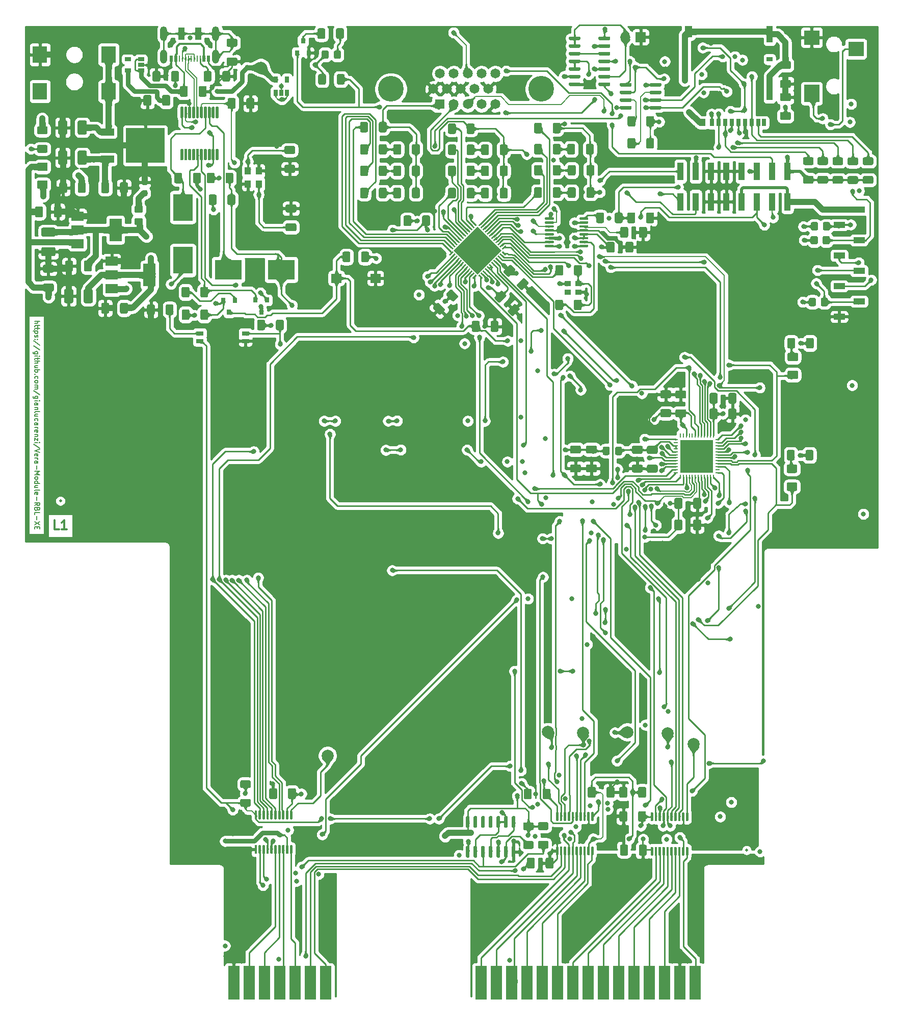
<source format=gtl>
%TF.GenerationSoftware,KiCad,Pcbnew,5.1.9+dfsg1-1+deb11u1*%
%TF.CreationDate,2025-09-17T12:28:59+02:00*%
%TF.ProjectId,VERA-MODULE-RBL,56455241-2d4d-44f4-9455-4c452d52424c,1.0*%
%TF.SameCoordinates,Original*%
%TF.FileFunction,Copper,L1,Top*%
%TF.FilePolarity,Positive*%
%FSLAX46Y46*%
G04 Gerber Fmt 4.6, Leading zero omitted, Abs format (unit mm)*
G04 Created by KiCad (PCBNEW 5.1.9+dfsg1-1+deb11u1) date 2025-09-17 12:28:59*
%MOMM*%
%LPD*%
G01*
G04 APERTURE LIST*
%TA.AperFunction,NonConductor*%
%ADD10C,0.300000*%
%TD*%
%TA.AperFunction,NonConductor*%
%ADD11C,0.150000*%
%TD*%
%TA.AperFunction,ComponentPad*%
%ADD12C,0.500000*%
%TD*%
%TA.AperFunction,SMDPad,CuDef*%
%ADD13R,0.787400X0.254000*%
%TD*%
%TA.AperFunction,SMDPad,CuDef*%
%ADD14R,0.254000X0.787400*%
%TD*%
%TA.AperFunction,SMDPad,CuDef*%
%ADD15R,5.511800X5.511800*%
%TD*%
%TA.AperFunction,ComponentPad*%
%ADD16C,0.300000*%
%TD*%
%TA.AperFunction,SMDPad,CuDef*%
%ADD17C,0.100000*%
%TD*%
%TA.AperFunction,SMDPad,CuDef*%
%ADD18R,6.400000X5.800000*%
%TD*%
%TA.AperFunction,SMDPad,CuDef*%
%ADD19R,2.200000X1.200000*%
%TD*%
%TA.AperFunction,SMDPad,CuDef*%
%ADD20R,2.000000X1.500000*%
%TD*%
%TA.AperFunction,SMDPad,CuDef*%
%ADD21R,2.000000X3.800000*%
%TD*%
%TA.AperFunction,SMDPad,CuDef*%
%ADD22R,1.250000X0.760000*%
%TD*%
%TA.AperFunction,SMDPad,CuDef*%
%ADD23R,1.700000X1.500000*%
%TD*%
%TA.AperFunction,SMDPad,CuDef*%
%ADD24R,0.800000X0.900000*%
%TD*%
%TA.AperFunction,ComponentPad*%
%ADD25O,1.200000X2.400000*%
%TD*%
%TA.AperFunction,ComponentPad*%
%ADD26O,1.158000X2.316000*%
%TD*%
%TA.AperFunction,SMDPad,CuDef*%
%ADD27R,1.000000X2.000000*%
%TD*%
%TA.AperFunction,SMDPad,CuDef*%
%ADD28R,0.270000X1.000000*%
%TD*%
%TA.AperFunction,SMDPad,CuDef*%
%ADD29R,0.520000X1.000000*%
%TD*%
%TA.AperFunction,SMDPad,CuDef*%
%ADD30R,0.700000X1.200000*%
%TD*%
%TA.AperFunction,SMDPad,CuDef*%
%ADD31R,1.000000X1.200000*%
%TD*%
%TA.AperFunction,SMDPad,CuDef*%
%ADD32R,1.000000X0.800000*%
%TD*%
%TA.AperFunction,SMDPad,CuDef*%
%ADD33R,1.000000X2.800000*%
%TD*%
%TA.AperFunction,SMDPad,CuDef*%
%ADD34R,1.300000X1.900000*%
%TD*%
%TA.AperFunction,SMDPad,CuDef*%
%ADD35R,3.300000X4.500000*%
%TD*%
%TA.AperFunction,SMDPad,CuDef*%
%ADD36R,4.500000X3.300000*%
%TD*%
%TA.AperFunction,SMDPad,CuDef*%
%ADD37R,1.930400X5.588000*%
%TD*%
%TA.AperFunction,ComponentPad*%
%ADD38R,1.700000X1.700000*%
%TD*%
%TA.AperFunction,ComponentPad*%
%ADD39O,1.700000X1.700000*%
%TD*%
%TA.AperFunction,SMDPad,CuDef*%
%ADD40C,2.000000*%
%TD*%
%TA.AperFunction,SMDPad,CuDef*%
%ADD41R,0.650000X1.060000*%
%TD*%
%TA.AperFunction,SMDPad,CuDef*%
%ADD42R,1.100000X0.900000*%
%TD*%
%TA.AperFunction,SMDPad,CuDef*%
%ADD43C,0.500000*%
%TD*%
%TA.AperFunction,SMDPad,CuDef*%
%ADD44R,1.060000X0.650000*%
%TD*%
%TA.AperFunction,SMDPad,CuDef*%
%ADD45R,2.400000X2.800000*%
%TD*%
%TA.AperFunction,SMDPad,CuDef*%
%ADD46R,1.000000X1.300000*%
%TD*%
%TA.AperFunction,ComponentPad*%
%ADD47C,4.266000*%
%TD*%
%TA.AperFunction,ComponentPad*%
%ADD48C,1.650000*%
%TD*%
%TA.AperFunction,ComponentPad*%
%ADD49R,1.650000X1.650000*%
%TD*%
%TA.AperFunction,SMDPad,CuDef*%
%ADD50R,1.000000X3.000000*%
%TD*%
%TA.AperFunction,SMDPad,CuDef*%
%ADD51R,1.900000X1.000000*%
%TD*%
%TA.AperFunction,SMDPad,CuDef*%
%ADD52R,2.550000X2.400000*%
%TD*%
%TA.AperFunction,SMDPad,CuDef*%
%ADD53R,2.550000X2.900000*%
%TD*%
%TA.AperFunction,ViaPad*%
%ADD54C,0.800000*%
%TD*%
%TA.AperFunction,Conductor*%
%ADD55C,0.250000*%
%TD*%
%TA.AperFunction,Conductor*%
%ADD56C,0.500000*%
%TD*%
%TA.AperFunction,Conductor*%
%ADD57C,0.200000*%
%TD*%
%TA.AperFunction,Conductor*%
%ADD58C,1.000000*%
%TD*%
%TA.AperFunction,Conductor*%
%ADD59C,0.300000*%
%TD*%
%TA.AperFunction,Conductor*%
%ADD60C,0.750000*%
%TD*%
%TA.AperFunction,Conductor*%
%ADD61C,0.254000*%
%TD*%
%TA.AperFunction,Conductor*%
%ADD62C,0.100000*%
%TD*%
%TA.AperFunction,Conductor*%
%ADD63C,0.025400*%
%TD*%
G04 APERTURE END LIST*
D10*
X138750000Y-131678571D02*
X138035714Y-131678571D01*
X138035714Y-130178571D01*
X140035714Y-131678571D02*
X139178571Y-131678571D01*
X139607142Y-131678571D02*
X139607142Y-130178571D01*
X139464285Y-130392857D01*
X139321428Y-130535714D01*
X139178571Y-130607142D01*
D11*
X134728095Y-97151904D02*
X135528095Y-97151904D01*
X134728095Y-97494761D02*
X135147142Y-97494761D01*
X135223333Y-97456666D01*
X135261428Y-97380476D01*
X135261428Y-97266190D01*
X135223333Y-97190000D01*
X135185238Y-97151904D01*
X135261428Y-97761428D02*
X135261428Y-98066190D01*
X135528095Y-97875714D02*
X134842380Y-97875714D01*
X134766190Y-97913809D01*
X134728095Y-97990000D01*
X134728095Y-98066190D01*
X135261428Y-98218571D02*
X135261428Y-98523333D01*
X135528095Y-98332857D02*
X134842380Y-98332857D01*
X134766190Y-98370952D01*
X134728095Y-98447142D01*
X134728095Y-98523333D01*
X135261428Y-98790000D02*
X134461428Y-98790000D01*
X135223333Y-98790000D02*
X135261428Y-98866190D01*
X135261428Y-99018571D01*
X135223333Y-99094761D01*
X135185238Y-99132857D01*
X135109047Y-99170952D01*
X134880476Y-99170952D01*
X134804285Y-99132857D01*
X134766190Y-99094761D01*
X134728095Y-99018571D01*
X134728095Y-98866190D01*
X134766190Y-98790000D01*
X134766190Y-99475714D02*
X134728095Y-99551904D01*
X134728095Y-99704285D01*
X134766190Y-99780476D01*
X134842380Y-99818571D01*
X134880476Y-99818571D01*
X134956666Y-99780476D01*
X134994761Y-99704285D01*
X134994761Y-99590000D01*
X135032857Y-99513809D01*
X135109047Y-99475714D01*
X135147142Y-99475714D01*
X135223333Y-99513809D01*
X135261428Y-99590000D01*
X135261428Y-99704285D01*
X135223333Y-99780476D01*
X134804285Y-100161428D02*
X134766190Y-100199523D01*
X134728095Y-100161428D01*
X134766190Y-100123333D01*
X134804285Y-100161428D01*
X134728095Y-100161428D01*
X135223333Y-100161428D02*
X135185238Y-100199523D01*
X135147142Y-100161428D01*
X135185238Y-100123333D01*
X135223333Y-100161428D01*
X135147142Y-100161428D01*
X135566190Y-101113809D02*
X134537619Y-100428095D01*
X135566190Y-101951904D02*
X134537619Y-101266190D01*
X135261428Y-102561428D02*
X134613809Y-102561428D01*
X134537619Y-102523333D01*
X134499523Y-102485238D01*
X134461428Y-102409047D01*
X134461428Y-102294761D01*
X134499523Y-102218571D01*
X134766190Y-102561428D02*
X134728095Y-102485238D01*
X134728095Y-102332857D01*
X134766190Y-102256666D01*
X134804285Y-102218571D01*
X134880476Y-102180476D01*
X135109047Y-102180476D01*
X135185238Y-102218571D01*
X135223333Y-102256666D01*
X135261428Y-102332857D01*
X135261428Y-102485238D01*
X135223333Y-102561428D01*
X134728095Y-102942380D02*
X135261428Y-102942380D01*
X135528095Y-102942380D02*
X135490000Y-102904285D01*
X135451904Y-102942380D01*
X135490000Y-102980476D01*
X135528095Y-102942380D01*
X135451904Y-102942380D01*
X135261428Y-103209047D02*
X135261428Y-103513809D01*
X135528095Y-103323333D02*
X134842380Y-103323333D01*
X134766190Y-103361428D01*
X134728095Y-103437619D01*
X134728095Y-103513809D01*
X134728095Y-103780476D02*
X135528095Y-103780476D01*
X134728095Y-104123333D02*
X135147142Y-104123333D01*
X135223333Y-104085238D01*
X135261428Y-104009047D01*
X135261428Y-103894761D01*
X135223333Y-103818571D01*
X135185238Y-103780476D01*
X135261428Y-104847142D02*
X134728095Y-104847142D01*
X135261428Y-104504285D02*
X134842380Y-104504285D01*
X134766190Y-104542380D01*
X134728095Y-104618571D01*
X134728095Y-104732857D01*
X134766190Y-104809047D01*
X134804285Y-104847142D01*
X134728095Y-105228095D02*
X135528095Y-105228095D01*
X135223333Y-105228095D02*
X135261428Y-105304285D01*
X135261428Y-105456666D01*
X135223333Y-105532857D01*
X135185238Y-105570952D01*
X135109047Y-105609047D01*
X134880476Y-105609047D01*
X134804285Y-105570952D01*
X134766190Y-105532857D01*
X134728095Y-105456666D01*
X134728095Y-105304285D01*
X134766190Y-105228095D01*
X134804285Y-105951904D02*
X134766190Y-105990000D01*
X134728095Y-105951904D01*
X134766190Y-105913809D01*
X134804285Y-105951904D01*
X134728095Y-105951904D01*
X134766190Y-106675714D02*
X134728095Y-106599523D01*
X134728095Y-106447142D01*
X134766190Y-106370952D01*
X134804285Y-106332857D01*
X134880476Y-106294761D01*
X135109047Y-106294761D01*
X135185238Y-106332857D01*
X135223333Y-106370952D01*
X135261428Y-106447142D01*
X135261428Y-106599523D01*
X135223333Y-106675714D01*
X134728095Y-107132857D02*
X134766190Y-107056666D01*
X134804285Y-107018571D01*
X134880476Y-106980476D01*
X135109047Y-106980476D01*
X135185238Y-107018571D01*
X135223333Y-107056666D01*
X135261428Y-107132857D01*
X135261428Y-107247142D01*
X135223333Y-107323333D01*
X135185238Y-107361428D01*
X135109047Y-107399523D01*
X134880476Y-107399523D01*
X134804285Y-107361428D01*
X134766190Y-107323333D01*
X134728095Y-107247142D01*
X134728095Y-107132857D01*
X134728095Y-107742380D02*
X135261428Y-107742380D01*
X135185238Y-107742380D02*
X135223333Y-107780476D01*
X135261428Y-107856666D01*
X135261428Y-107970952D01*
X135223333Y-108047142D01*
X135147142Y-108085238D01*
X134728095Y-108085238D01*
X135147142Y-108085238D02*
X135223333Y-108123333D01*
X135261428Y-108199523D01*
X135261428Y-108313809D01*
X135223333Y-108390000D01*
X135147142Y-108428095D01*
X134728095Y-108428095D01*
X135566190Y-109380476D02*
X134537619Y-108694761D01*
X135261428Y-109990000D02*
X134613809Y-109990000D01*
X134537619Y-109951904D01*
X134499523Y-109913809D01*
X134461428Y-109837619D01*
X134461428Y-109723333D01*
X134499523Y-109647142D01*
X134766190Y-109990000D02*
X134728095Y-109913809D01*
X134728095Y-109761428D01*
X134766190Y-109685238D01*
X134804285Y-109647142D01*
X134880476Y-109609047D01*
X135109047Y-109609047D01*
X135185238Y-109647142D01*
X135223333Y-109685238D01*
X135261428Y-109761428D01*
X135261428Y-109913809D01*
X135223333Y-109990000D01*
X134728095Y-110370952D02*
X135261428Y-110370952D01*
X135528095Y-110370952D02*
X135490000Y-110332857D01*
X135451904Y-110370952D01*
X135490000Y-110409047D01*
X135528095Y-110370952D01*
X135451904Y-110370952D01*
X134728095Y-111094761D02*
X135147142Y-111094761D01*
X135223333Y-111056666D01*
X135261428Y-110980476D01*
X135261428Y-110828095D01*
X135223333Y-110751904D01*
X134766190Y-111094761D02*
X134728095Y-111018571D01*
X134728095Y-110828095D01*
X134766190Y-110751904D01*
X134842380Y-110713809D01*
X134918571Y-110713809D01*
X134994761Y-110751904D01*
X135032857Y-110828095D01*
X135032857Y-111018571D01*
X135070952Y-111094761D01*
X135261428Y-111475714D02*
X134728095Y-111475714D01*
X135185238Y-111475714D02*
X135223333Y-111513809D01*
X135261428Y-111590000D01*
X135261428Y-111704285D01*
X135223333Y-111780476D01*
X135147142Y-111818571D01*
X134728095Y-111818571D01*
X134728095Y-112313809D02*
X134766190Y-112237619D01*
X134842380Y-112199523D01*
X135528095Y-112199523D01*
X135261428Y-112961428D02*
X134728095Y-112961428D01*
X135261428Y-112618571D02*
X134842380Y-112618571D01*
X134766190Y-112656666D01*
X134728095Y-112732857D01*
X134728095Y-112847142D01*
X134766190Y-112923333D01*
X134804285Y-112961428D01*
X134766190Y-113685238D02*
X134728095Y-113609047D01*
X134728095Y-113456666D01*
X134766190Y-113380476D01*
X134804285Y-113342380D01*
X134880476Y-113304285D01*
X135109047Y-113304285D01*
X135185238Y-113342380D01*
X135223333Y-113380476D01*
X135261428Y-113456666D01*
X135261428Y-113609047D01*
X135223333Y-113685238D01*
X134728095Y-114370952D02*
X135147142Y-114370952D01*
X135223333Y-114332857D01*
X135261428Y-114256666D01*
X135261428Y-114104285D01*
X135223333Y-114028095D01*
X134766190Y-114370952D02*
X134728095Y-114294761D01*
X134728095Y-114104285D01*
X134766190Y-114028095D01*
X134842380Y-113990000D01*
X134918571Y-113990000D01*
X134994761Y-114028095D01*
X135032857Y-114104285D01*
X135032857Y-114294761D01*
X135070952Y-114370952D01*
X134728095Y-114751904D02*
X135261428Y-114751904D01*
X135109047Y-114751904D02*
X135185238Y-114790000D01*
X135223333Y-114828095D01*
X135261428Y-114904285D01*
X135261428Y-114980476D01*
X134766190Y-115551904D02*
X134728095Y-115475714D01*
X134728095Y-115323333D01*
X134766190Y-115247142D01*
X134842380Y-115209047D01*
X135147142Y-115209047D01*
X135223333Y-115247142D01*
X135261428Y-115323333D01*
X135261428Y-115475714D01*
X135223333Y-115551904D01*
X135147142Y-115590000D01*
X135070952Y-115590000D01*
X134994761Y-115209047D01*
X135261428Y-115932857D02*
X134728095Y-115932857D01*
X135185238Y-115932857D02*
X135223333Y-115970952D01*
X135261428Y-116047142D01*
X135261428Y-116161428D01*
X135223333Y-116237619D01*
X135147142Y-116275714D01*
X134728095Y-116275714D01*
X135261428Y-116580476D02*
X135261428Y-116999523D01*
X134728095Y-116580476D01*
X134728095Y-116999523D01*
X134728095Y-117304285D02*
X135261428Y-117304285D01*
X135528095Y-117304285D02*
X135490000Y-117266190D01*
X135451904Y-117304285D01*
X135490000Y-117342380D01*
X135528095Y-117304285D01*
X135451904Y-117304285D01*
X135566190Y-118256666D02*
X134537619Y-117570952D01*
X135528095Y-118409047D02*
X134728095Y-118675714D01*
X135528095Y-118942380D01*
X134766190Y-119513809D02*
X134728095Y-119437619D01*
X134728095Y-119285238D01*
X134766190Y-119209047D01*
X134842380Y-119170952D01*
X135147142Y-119170952D01*
X135223333Y-119209047D01*
X135261428Y-119285238D01*
X135261428Y-119437619D01*
X135223333Y-119513809D01*
X135147142Y-119551904D01*
X135070952Y-119551904D01*
X134994761Y-119170952D01*
X134728095Y-119894761D02*
X135261428Y-119894761D01*
X135109047Y-119894761D02*
X135185238Y-119932857D01*
X135223333Y-119970952D01*
X135261428Y-120047142D01*
X135261428Y-120123333D01*
X134728095Y-120732857D02*
X135147142Y-120732857D01*
X135223333Y-120694761D01*
X135261428Y-120618571D01*
X135261428Y-120466190D01*
X135223333Y-120390000D01*
X134766190Y-120732857D02*
X134728095Y-120656666D01*
X134728095Y-120466190D01*
X134766190Y-120390000D01*
X134842380Y-120351904D01*
X134918571Y-120351904D01*
X134994761Y-120390000D01*
X135032857Y-120466190D01*
X135032857Y-120656666D01*
X135070952Y-120732857D01*
X135032857Y-121113809D02*
X135032857Y-121723333D01*
X134728095Y-122104285D02*
X135528095Y-122104285D01*
X134956666Y-122370952D01*
X135528095Y-122637619D01*
X134728095Y-122637619D01*
X134728095Y-123132857D02*
X134766190Y-123056666D01*
X134804285Y-123018571D01*
X134880476Y-122980476D01*
X135109047Y-122980476D01*
X135185238Y-123018571D01*
X135223333Y-123056666D01*
X135261428Y-123132857D01*
X135261428Y-123247142D01*
X135223333Y-123323333D01*
X135185238Y-123361428D01*
X135109047Y-123399523D01*
X134880476Y-123399523D01*
X134804285Y-123361428D01*
X134766190Y-123323333D01*
X134728095Y-123247142D01*
X134728095Y-123132857D01*
X134728095Y-124085238D02*
X135528095Y-124085238D01*
X134766190Y-124085238D02*
X134728095Y-124009047D01*
X134728095Y-123856666D01*
X134766190Y-123780476D01*
X134804285Y-123742380D01*
X134880476Y-123704285D01*
X135109047Y-123704285D01*
X135185238Y-123742380D01*
X135223333Y-123780476D01*
X135261428Y-123856666D01*
X135261428Y-124009047D01*
X135223333Y-124085238D01*
X135261428Y-124809047D02*
X134728095Y-124809047D01*
X135261428Y-124466190D02*
X134842380Y-124466190D01*
X134766190Y-124504285D01*
X134728095Y-124580476D01*
X134728095Y-124694761D01*
X134766190Y-124770952D01*
X134804285Y-124809047D01*
X134728095Y-125304285D02*
X134766190Y-125228095D01*
X134842380Y-125190000D01*
X135528095Y-125190000D01*
X134766190Y-125913809D02*
X134728095Y-125837619D01*
X134728095Y-125685238D01*
X134766190Y-125609047D01*
X134842380Y-125570952D01*
X135147142Y-125570952D01*
X135223333Y-125609047D01*
X135261428Y-125685238D01*
X135261428Y-125837619D01*
X135223333Y-125913809D01*
X135147142Y-125951904D01*
X135070952Y-125951904D01*
X134994761Y-125570952D01*
X135032857Y-126294761D02*
X135032857Y-126904285D01*
X134728095Y-127742380D02*
X135109047Y-127475714D01*
X134728095Y-127285238D02*
X135528095Y-127285238D01*
X135528095Y-127590000D01*
X135490000Y-127666190D01*
X135451904Y-127704285D01*
X135375714Y-127742380D01*
X135261428Y-127742380D01*
X135185238Y-127704285D01*
X135147142Y-127666190D01*
X135109047Y-127590000D01*
X135109047Y-127285238D01*
X135147142Y-128351904D02*
X135109047Y-128466190D01*
X135070952Y-128504285D01*
X134994761Y-128542380D01*
X134880476Y-128542380D01*
X134804285Y-128504285D01*
X134766190Y-128466190D01*
X134728095Y-128390000D01*
X134728095Y-128085238D01*
X135528095Y-128085238D01*
X135528095Y-128351904D01*
X135490000Y-128428095D01*
X135451904Y-128466190D01*
X135375714Y-128504285D01*
X135299523Y-128504285D01*
X135223333Y-128466190D01*
X135185238Y-128428095D01*
X135147142Y-128351904D01*
X135147142Y-128085238D01*
X134728095Y-129266190D02*
X134728095Y-128885238D01*
X135528095Y-128885238D01*
X135032857Y-129532857D02*
X135032857Y-130142380D01*
X135528095Y-130447142D02*
X134728095Y-130980476D01*
X135528095Y-130980476D02*
X134728095Y-130447142D01*
X135147142Y-131285238D02*
X135147142Y-131551904D01*
X134728095Y-131666190D02*
X134728095Y-131285238D01*
X135528095Y-131285238D01*
X135528095Y-131666190D01*
%TO.P,C41,2*%
%TO.N,Net-(C41-Pad2)*%
%TA.AperFunction,SMDPad,CuDef*%
G36*
G01*
X176649997Y-80900000D02*
X177950003Y-80900000D01*
G75*
G02*
X178200000Y-81149997I0J-249997D01*
G01*
X178200000Y-81975003D01*
G75*
G02*
X177950003Y-82225000I-249997J0D01*
G01*
X176649997Y-82225000D01*
G75*
G02*
X176400000Y-81975003I0J249997D01*
G01*
X176400000Y-81149997D01*
G75*
G02*
X176649997Y-80900000I249997J0D01*
G01*
G37*
%TD.AperFunction*%
%TO.P,C41,1*%
%TO.N,GND*%
%TA.AperFunction,SMDPad,CuDef*%
G36*
G01*
X176649997Y-77775000D02*
X177950003Y-77775000D01*
G75*
G02*
X178200000Y-78024997I0J-249997D01*
G01*
X178200000Y-78850003D01*
G75*
G02*
X177950003Y-79100000I-249997J0D01*
G01*
X176649997Y-79100000D01*
G75*
G02*
X176400000Y-78850003I0J249997D01*
G01*
X176400000Y-78024997D01*
G75*
G02*
X176649997Y-77775000I249997J0D01*
G01*
G37*
%TD.AperFunction*%
%TD*%
D12*
%TO.P,U7,49*%
%TO.N,GND*%
X246730000Y-121570000D03*
X245730000Y-121570000D03*
X244730000Y-121570000D03*
X243730000Y-121570000D03*
X242730000Y-121570000D03*
X246730000Y-120570000D03*
X245730000Y-120570000D03*
X244730000Y-120570000D03*
X243730000Y-120570000D03*
X242730000Y-120570000D03*
X246730000Y-119570000D03*
X245730000Y-119570000D03*
X244730000Y-119570000D03*
X243730000Y-119570000D03*
X242730000Y-119570000D03*
X246730000Y-118570000D03*
X245730000Y-118570000D03*
X244730000Y-118570000D03*
X243730000Y-118570000D03*
X242730000Y-118570000D03*
X246730000Y-117570000D03*
X245730000Y-117570000D03*
X244730000Y-117570000D03*
X243730000Y-117570000D03*
X242730000Y-117570000D03*
D13*
%TO.P,U7,1*%
%TO.N,3V3*%
X241262900Y-116820000D03*
%TO.P,U7,2*%
%TO.N,Net-(U7-Pad2)*%
X241262900Y-117319999D03*
%TO.P,U7,3*%
%TO.N,Net-(C15-Pad1)*%
X241262900Y-117820001D03*
%TO.P,U7,4*%
X241262900Y-118320000D03*
%TO.P,U7,5*%
%TO.N,mA14*%
X241262900Y-118819999D03*
%TO.P,U7,6*%
%TO.N,mA7*%
X241262900Y-119320000D03*
%TO.P,U7,7*%
%TO.N,mA6*%
X241262900Y-119820000D03*
%TO.P,U7,8*%
%TO.N,mA15*%
X241262900Y-120320001D03*
%TO.P,U7,9*%
%TO.N,RST\u005CEN*%
X241262900Y-120820000D03*
%TO.P,U7,10*%
%TO.N,mA12*%
X241262900Y-121319999D03*
%TO.P,U7,11*%
%TO.N,mA13*%
X241262900Y-121820001D03*
%TO.P,U7,12*%
%TO.N,mA5*%
X241262900Y-122320000D03*
D14*
%TO.P,U7,13*%
%TO.N,mA4*%
X241980000Y-123037100D03*
%TO.P,U7,14*%
%TO.N,mR~W*%
X242479999Y-123037100D03*
%TO.P,U7,15*%
%TO.N,~mVCS0*%
X242980001Y-123037100D03*
%TO.P,U7,16*%
%TO.N,mA3*%
X243480000Y-123037100D03*
%TO.P,U7,17*%
%TO.N,mD2*%
X243979999Y-123037100D03*
%TO.P,U7,18*%
%TO.N,mA10*%
X244480000Y-123037100D03*
%TO.P,U7,19*%
%TO.N,3V3*%
X244980000Y-123037100D03*
%TO.P,U7,20*%
%TO.N,mD1*%
X245480001Y-123037100D03*
%TO.P,U7,21*%
%TO.N,mA11*%
X245980000Y-123037100D03*
%TO.P,U7,22*%
%TO.N,mA8*%
X246479999Y-123037100D03*
%TO.P,U7,23*%
%TO.N,IO0*%
X246980001Y-123037100D03*
%TO.P,U7,24*%
%TO.N,mD0*%
X247480000Y-123037100D03*
D13*
%TO.P,U7,25*%
%TO.N,mD3*%
X248197100Y-122320000D03*
%TO.P,U7,26*%
%TO.N,Net-(U7-Pad26)*%
X248197100Y-121820001D03*
%TO.P,U7,27*%
%TO.N,mD4*%
X248197100Y-121319999D03*
%TO.P,U7,28*%
%TO.N,~mCCTL*%
X248197100Y-120820000D03*
%TO.P,U7,29*%
%TO.N,~mD1XX*%
X248197100Y-120320001D03*
%TO.P,U7,30*%
%TO.N,~mEXSEL*%
X248197100Y-119820000D03*
%TO.P,U7,31*%
%TO.N,mA0*%
X248197100Y-119320000D03*
%TO.P,U7,32*%
%TO.N,~mMPD*%
X248197100Y-118819999D03*
%TO.P,U7,33*%
%TO.N,mA1*%
X248197100Y-118320000D03*
%TO.P,U7,34*%
%TO.N,mA9*%
X248197100Y-117820001D03*
%TO.P,U7,35*%
%TO.N,mD5*%
X248197100Y-117319999D03*
%TO.P,U7,36*%
%TO.N,mPHI2*%
X248197100Y-116820000D03*
D14*
%TO.P,U7,37*%
%TO.N,3V3*%
X247480000Y-116102900D03*
%TO.P,U7,38*%
%TO.N,mD6*%
X246980001Y-116102900D03*
%TO.P,U7,39*%
%TO.N,mD7*%
X246479999Y-116102900D03*
%TO.P,U7,40*%
%TO.N,ESP32_CH340_RXD*%
X245980000Y-116102900D03*
%TO.P,U7,41*%
%TO.N,ESP32_CH340_TXD*%
X245480001Y-116102900D03*
%TO.P,U7,42*%
%TO.N,mA2*%
X244980000Y-116102900D03*
%TO.P,U7,43*%
%TO.N,3V3*%
X244480000Y-116102900D03*
%TO.P,U7,44*%
%TO.N,Net-(U7-Pad44)*%
X243979999Y-116102900D03*
%TO.P,U7,45*%
%TO.N,Net-(U7-Pad45)*%
X243480000Y-116102900D03*
%TO.P,U7,46*%
%TO.N,3V3*%
X242980001Y-116102900D03*
%TO.P,U7,47*%
%TO.N,Net-(U7-Pad47)*%
X242479999Y-116102900D03*
%TO.P,U7,48*%
%TO.N,Net-(U7-Pad48)*%
X241980000Y-116102900D03*
D15*
%TO.P,U7,49*%
%TO.N,GND*%
X244730000Y-119570000D03*
%TD*%
%TO.P,U6,20*%
%TO.N,D3*%
%TA.AperFunction,SMDPad,CuDef*%
G36*
G01*
X227275000Y-184375000D02*
X227475000Y-184375000D01*
G75*
G02*
X227575000Y-184475000I0J-100000D01*
G01*
X227575000Y-185750000D01*
G75*
G02*
X227475000Y-185850000I-100000J0D01*
G01*
X227275000Y-185850000D01*
G75*
G02*
X227175000Y-185750000I0J100000D01*
G01*
X227175000Y-184475000D01*
G75*
G02*
X227275000Y-184375000I100000J0D01*
G01*
G37*
%TD.AperFunction*%
%TO.P,U6,19*%
%TO.N,5V*%
%TA.AperFunction,SMDPad,CuDef*%
G36*
G01*
X226625000Y-184375000D02*
X226825000Y-184375000D01*
G75*
G02*
X226925000Y-184475000I0J-100000D01*
G01*
X226925000Y-185750000D01*
G75*
G02*
X226825000Y-185850000I-100000J0D01*
G01*
X226625000Y-185850000D01*
G75*
G02*
X226525000Y-185750000I0J100000D01*
G01*
X226525000Y-184475000D01*
G75*
G02*
X226625000Y-184375000I100000J0D01*
G01*
G37*
%TD.AperFunction*%
%TO.P,U6,18*%
%TO.N,D7*%
%TA.AperFunction,SMDPad,CuDef*%
G36*
G01*
X225975000Y-184375000D02*
X226175000Y-184375000D01*
G75*
G02*
X226275000Y-184475000I0J-100000D01*
G01*
X226275000Y-185750000D01*
G75*
G02*
X226175000Y-185850000I-100000J0D01*
G01*
X225975000Y-185850000D01*
G75*
G02*
X225875000Y-185750000I0J100000D01*
G01*
X225875000Y-184475000D01*
G75*
G02*
X225975000Y-184375000I100000J0D01*
G01*
G37*
%TD.AperFunction*%
%TO.P,U6,17*%
%TO.N,A11*%
%TA.AperFunction,SMDPad,CuDef*%
G36*
G01*
X225325000Y-184375000D02*
X225525000Y-184375000D01*
G75*
G02*
X225625000Y-184475000I0J-100000D01*
G01*
X225625000Y-185750000D01*
G75*
G02*
X225525000Y-185850000I-100000J0D01*
G01*
X225325000Y-185850000D01*
G75*
G02*
X225225000Y-185750000I0J100000D01*
G01*
X225225000Y-184475000D01*
G75*
G02*
X225325000Y-184375000I100000J0D01*
G01*
G37*
%TD.AperFunction*%
%TO.P,U6,16*%
%TO.N,A10*%
%TA.AperFunction,SMDPad,CuDef*%
G36*
G01*
X224675000Y-184375000D02*
X224875000Y-184375000D01*
G75*
G02*
X224975000Y-184475000I0J-100000D01*
G01*
X224975000Y-185750000D01*
G75*
G02*
X224875000Y-185850000I-100000J0D01*
G01*
X224675000Y-185850000D01*
G75*
G02*
X224575000Y-185750000I0J100000D01*
G01*
X224575000Y-184475000D01*
G75*
G02*
X224675000Y-184375000I100000J0D01*
G01*
G37*
%TD.AperFunction*%
%TO.P,U6,15*%
%TO.N,R~W*%
%TA.AperFunction,SMDPad,CuDef*%
G36*
G01*
X224025000Y-184375000D02*
X224225000Y-184375000D01*
G75*
G02*
X224325000Y-184475000I0J-100000D01*
G01*
X224325000Y-185750000D01*
G75*
G02*
X224225000Y-185850000I-100000J0D01*
G01*
X224025000Y-185850000D01*
G75*
G02*
X223925000Y-185750000I0J100000D01*
G01*
X223925000Y-184475000D01*
G75*
G02*
X224025000Y-184375000I100000J0D01*
G01*
G37*
%TD.AperFunction*%
%TO.P,U6,14*%
%TO.N,PHI2*%
%TA.AperFunction,SMDPad,CuDef*%
G36*
G01*
X223375000Y-184375000D02*
X223575000Y-184375000D01*
G75*
G02*
X223675000Y-184475000I0J-100000D01*
G01*
X223675000Y-185750000D01*
G75*
G02*
X223575000Y-185850000I-100000J0D01*
G01*
X223375000Y-185850000D01*
G75*
G02*
X223275000Y-185750000I0J100000D01*
G01*
X223275000Y-184475000D01*
G75*
G02*
X223375000Y-184375000I100000J0D01*
G01*
G37*
%TD.AperFunction*%
%TO.P,U6,13*%
%TO.N,RSRVD*%
%TA.AperFunction,SMDPad,CuDef*%
G36*
G01*
X222725000Y-184375000D02*
X222925000Y-184375000D01*
G75*
G02*
X223025000Y-184475000I0J-100000D01*
G01*
X223025000Y-185750000D01*
G75*
G02*
X222925000Y-185850000I-100000J0D01*
G01*
X222725000Y-185850000D01*
G75*
G02*
X222625000Y-185750000I0J100000D01*
G01*
X222625000Y-184475000D01*
G75*
G02*
X222725000Y-184375000I100000J0D01*
G01*
G37*
%TD.AperFunction*%
%TO.P,U6,12*%
%TO.N,~IRQ*%
%TA.AperFunction,SMDPad,CuDef*%
G36*
G01*
X222075000Y-184375000D02*
X222275000Y-184375000D01*
G75*
G02*
X222375000Y-184475000I0J-100000D01*
G01*
X222375000Y-185750000D01*
G75*
G02*
X222275000Y-185850000I-100000J0D01*
G01*
X222075000Y-185850000D01*
G75*
G02*
X221975000Y-185750000I0J100000D01*
G01*
X221975000Y-184475000D01*
G75*
G02*
X222075000Y-184375000I100000J0D01*
G01*
G37*
%TD.AperFunction*%
%TO.P,U6,11*%
%TO.N,GND*%
%TA.AperFunction,SMDPad,CuDef*%
G36*
G01*
X221425000Y-184375000D02*
X221625000Y-184375000D01*
G75*
G02*
X221725000Y-184475000I0J-100000D01*
G01*
X221725000Y-185750000D01*
G75*
G02*
X221625000Y-185850000I-100000J0D01*
G01*
X221425000Y-185850000D01*
G75*
G02*
X221325000Y-185750000I0J100000D01*
G01*
X221325000Y-184475000D01*
G75*
G02*
X221425000Y-184375000I100000J0D01*
G01*
G37*
%TD.AperFunction*%
%TO.P,U6,10*%
%TO.N,TXB_EN*%
%TA.AperFunction,SMDPad,CuDef*%
G36*
G01*
X221425000Y-178650000D02*
X221625000Y-178650000D01*
G75*
G02*
X221725000Y-178750000I0J-100000D01*
G01*
X221725000Y-180025000D01*
G75*
G02*
X221625000Y-180125000I-100000J0D01*
G01*
X221425000Y-180125000D01*
G75*
G02*
X221325000Y-180025000I0J100000D01*
G01*
X221325000Y-178750000D01*
G75*
G02*
X221425000Y-178650000I100000J0D01*
G01*
G37*
%TD.AperFunction*%
%TO.P,U6,9*%
%TO.N,~mVIRQ*%
%TA.AperFunction,SMDPad,CuDef*%
G36*
G01*
X222075000Y-178650000D02*
X222275000Y-178650000D01*
G75*
G02*
X222375000Y-178750000I0J-100000D01*
G01*
X222375000Y-180025000D01*
G75*
G02*
X222275000Y-180125000I-100000J0D01*
G01*
X222075000Y-180125000D01*
G75*
G02*
X221975000Y-180025000I0J100000D01*
G01*
X221975000Y-178750000D01*
G75*
G02*
X222075000Y-178650000I100000J0D01*
G01*
G37*
%TD.AperFunction*%
%TO.P,U6,8*%
%TO.N,mRSRVD*%
%TA.AperFunction,SMDPad,CuDef*%
G36*
G01*
X222725000Y-178650000D02*
X222925000Y-178650000D01*
G75*
G02*
X223025000Y-178750000I0J-100000D01*
G01*
X223025000Y-180025000D01*
G75*
G02*
X222925000Y-180125000I-100000J0D01*
G01*
X222725000Y-180125000D01*
G75*
G02*
X222625000Y-180025000I0J100000D01*
G01*
X222625000Y-178750000D01*
G75*
G02*
X222725000Y-178650000I100000J0D01*
G01*
G37*
%TD.AperFunction*%
%TO.P,U6,7*%
%TO.N,mPHI2*%
%TA.AperFunction,SMDPad,CuDef*%
G36*
G01*
X223375000Y-178650000D02*
X223575000Y-178650000D01*
G75*
G02*
X223675000Y-178750000I0J-100000D01*
G01*
X223675000Y-180025000D01*
G75*
G02*
X223575000Y-180125000I-100000J0D01*
G01*
X223375000Y-180125000D01*
G75*
G02*
X223275000Y-180025000I0J100000D01*
G01*
X223275000Y-178750000D01*
G75*
G02*
X223375000Y-178650000I100000J0D01*
G01*
G37*
%TD.AperFunction*%
%TO.P,U6,6*%
%TO.N,mR~W*%
%TA.AperFunction,SMDPad,CuDef*%
G36*
G01*
X224025000Y-178650000D02*
X224225000Y-178650000D01*
G75*
G02*
X224325000Y-178750000I0J-100000D01*
G01*
X224325000Y-180025000D01*
G75*
G02*
X224225000Y-180125000I-100000J0D01*
G01*
X224025000Y-180125000D01*
G75*
G02*
X223925000Y-180025000I0J100000D01*
G01*
X223925000Y-178750000D01*
G75*
G02*
X224025000Y-178650000I100000J0D01*
G01*
G37*
%TD.AperFunction*%
%TO.P,U6,5*%
%TO.N,mA10*%
%TA.AperFunction,SMDPad,CuDef*%
G36*
G01*
X224675000Y-178650000D02*
X224875000Y-178650000D01*
G75*
G02*
X224975000Y-178750000I0J-100000D01*
G01*
X224975000Y-180025000D01*
G75*
G02*
X224875000Y-180125000I-100000J0D01*
G01*
X224675000Y-180125000D01*
G75*
G02*
X224575000Y-180025000I0J100000D01*
G01*
X224575000Y-178750000D01*
G75*
G02*
X224675000Y-178650000I100000J0D01*
G01*
G37*
%TD.AperFunction*%
%TO.P,U6,4*%
%TO.N,mA11*%
%TA.AperFunction,SMDPad,CuDef*%
G36*
G01*
X225325000Y-178650000D02*
X225525000Y-178650000D01*
G75*
G02*
X225625000Y-178750000I0J-100000D01*
G01*
X225625000Y-180025000D01*
G75*
G02*
X225525000Y-180125000I-100000J0D01*
G01*
X225325000Y-180125000D01*
G75*
G02*
X225225000Y-180025000I0J100000D01*
G01*
X225225000Y-178750000D01*
G75*
G02*
X225325000Y-178650000I100000J0D01*
G01*
G37*
%TD.AperFunction*%
%TO.P,U6,3*%
%TO.N,mD7*%
%TA.AperFunction,SMDPad,CuDef*%
G36*
G01*
X225975000Y-178650000D02*
X226175000Y-178650000D01*
G75*
G02*
X226275000Y-178750000I0J-100000D01*
G01*
X226275000Y-180025000D01*
G75*
G02*
X226175000Y-180125000I-100000J0D01*
G01*
X225975000Y-180125000D01*
G75*
G02*
X225875000Y-180025000I0J100000D01*
G01*
X225875000Y-178750000D01*
G75*
G02*
X225975000Y-178650000I100000J0D01*
G01*
G37*
%TD.AperFunction*%
%TO.P,U6,2*%
%TO.N,3V3*%
%TA.AperFunction,SMDPad,CuDef*%
G36*
G01*
X226625000Y-178650000D02*
X226825000Y-178650000D01*
G75*
G02*
X226925000Y-178750000I0J-100000D01*
G01*
X226925000Y-180025000D01*
G75*
G02*
X226825000Y-180125000I-100000J0D01*
G01*
X226625000Y-180125000D01*
G75*
G02*
X226525000Y-180025000I0J100000D01*
G01*
X226525000Y-178750000D01*
G75*
G02*
X226625000Y-178650000I100000J0D01*
G01*
G37*
%TD.AperFunction*%
%TO.P,U6,1*%
%TO.N,mD3*%
%TA.AperFunction,SMDPad,CuDef*%
G36*
G01*
X227275000Y-178650000D02*
X227475000Y-178650000D01*
G75*
G02*
X227575000Y-178750000I0J-100000D01*
G01*
X227575000Y-180025000D01*
G75*
G02*
X227475000Y-180125000I-100000J0D01*
G01*
X227275000Y-180125000D01*
G75*
G02*
X227175000Y-180025000I0J100000D01*
G01*
X227175000Y-178750000D01*
G75*
G02*
X227275000Y-178650000I100000J0D01*
G01*
G37*
%TD.AperFunction*%
%TD*%
D16*
%TO.P,U2,49*%
%TO.N,GND*%
X207310051Y-83420101D03*
X207310051Y-85400000D03*
X208300000Y-86389949D03*
X209289949Y-85400000D03*
X210279899Y-84410051D03*
X211269848Y-85400000D03*
X210279899Y-86389949D03*
X209289949Y-87379899D03*
X208300000Y-88369848D03*
X207310051Y-87379899D03*
X206320101Y-86389949D03*
X205330152Y-85400000D03*
X206320101Y-84410051D03*
X208300000Y-84410051D03*
X209289949Y-83420101D03*
X208300000Y-82430152D03*
%TA.AperFunction,SMDPad,CuDef*%
D17*
G36*
X204340202Y-85400000D02*
G01*
X208300000Y-81440202D01*
X212259798Y-85400000D01*
X208300000Y-89359798D01*
X204340202Y-85400000D01*
G37*
%TD.AperFunction*%
%TO.P,U2,48*%
%TO.N,/VeraModule/VGA_B2*%
%TA.AperFunction,SMDPad,CuDef*%
G36*
G01*
X208432583Y-81201554D02*
X208962913Y-80671224D01*
G75*
G02*
X209051301Y-80671224I44194J-44194D01*
G01*
X209139689Y-80759612D01*
G75*
G02*
X209139689Y-80848000I-44194J-44194D01*
G01*
X208609359Y-81378330D01*
G75*
G02*
X208520971Y-81378330I-44194J44194D01*
G01*
X208432583Y-81289942D01*
G75*
G02*
X208432583Y-81201554I44194J44194D01*
G01*
G37*
%TD.AperFunction*%
%TO.P,U2,47*%
%TO.N,/VeraModule/VGA_B1*%
%TA.AperFunction,SMDPad,CuDef*%
G36*
G01*
X208786136Y-81555107D02*
X209316466Y-81024777D01*
G75*
G02*
X209404854Y-81024777I44194J-44194D01*
G01*
X209493242Y-81113165D01*
G75*
G02*
X209493242Y-81201553I-44194J-44194D01*
G01*
X208962912Y-81731883D01*
G75*
G02*
X208874524Y-81731883I-44194J44194D01*
G01*
X208786136Y-81643495D01*
G75*
G02*
X208786136Y-81555107I44194J44194D01*
G01*
G37*
%TD.AperFunction*%
%TO.P,U2,46*%
%TO.N,/VeraModule/VGA_B0*%
%TA.AperFunction,SMDPad,CuDef*%
G36*
G01*
X209139690Y-81908661D02*
X209670020Y-81378331D01*
G75*
G02*
X209758408Y-81378331I44194J-44194D01*
G01*
X209846796Y-81466719D01*
G75*
G02*
X209846796Y-81555107I-44194J-44194D01*
G01*
X209316466Y-82085437D01*
G75*
G02*
X209228078Y-82085437I-44194J44194D01*
G01*
X209139690Y-81997049D01*
G75*
G02*
X209139690Y-81908661I44194J44194D01*
G01*
G37*
%TD.AperFunction*%
%TO.P,U2,45*%
%TO.N,/VeraModule/VGA_VSYNC*%
%TA.AperFunction,SMDPad,CuDef*%
G36*
G01*
X209493243Y-82262214D02*
X210023573Y-81731884D01*
G75*
G02*
X210111961Y-81731884I44194J-44194D01*
G01*
X210200349Y-81820272D01*
G75*
G02*
X210200349Y-81908660I-44194J-44194D01*
G01*
X209670019Y-82438990D01*
G75*
G02*
X209581631Y-82438990I-44194J44194D01*
G01*
X209493243Y-82350602D01*
G75*
G02*
X209493243Y-82262214I44194J44194D01*
G01*
G37*
%TD.AperFunction*%
%TO.P,U2,44*%
%TO.N,/VeraModule/VGA_HSYNC*%
%TA.AperFunction,SMDPad,CuDef*%
G36*
G01*
X209846796Y-82615767D02*
X210377126Y-82085437D01*
G75*
G02*
X210465514Y-82085437I44194J-44194D01*
G01*
X210553902Y-82173825D01*
G75*
G02*
X210553902Y-82262213I-44194J-44194D01*
G01*
X210023572Y-82792543D01*
G75*
G02*
X209935184Y-82792543I-44194J44194D01*
G01*
X209846796Y-82704155D01*
G75*
G02*
X209846796Y-82615767I44194J44194D01*
G01*
G37*
%TD.AperFunction*%
%TO.P,U2,43*%
%TO.N,AUDIO_LRCK*%
%TA.AperFunction,SMDPad,CuDef*%
G36*
G01*
X210200350Y-82969321D02*
X210730680Y-82438991D01*
G75*
G02*
X210819068Y-82438991I44194J-44194D01*
G01*
X210907456Y-82527379D01*
G75*
G02*
X210907456Y-82615767I-44194J-44194D01*
G01*
X210377126Y-83146097D01*
G75*
G02*
X210288738Y-83146097I-44194J44194D01*
G01*
X210200350Y-83057709D01*
G75*
G02*
X210200350Y-82969321I44194J44194D01*
G01*
G37*
%TD.AperFunction*%
%TO.P,U2,42*%
%TO.N,AUDIO_DATA*%
%TA.AperFunction,SMDPad,CuDef*%
G36*
G01*
X210553903Y-83322874D02*
X211084233Y-82792544D01*
G75*
G02*
X211172621Y-82792544I44194J-44194D01*
G01*
X211261009Y-82880932D01*
G75*
G02*
X211261009Y-82969320I-44194J-44194D01*
G01*
X210730679Y-83499650D01*
G75*
G02*
X210642291Y-83499650I-44194J44194D01*
G01*
X210553903Y-83411262D01*
G75*
G02*
X210553903Y-83322874I44194J44194D01*
G01*
G37*
%TD.AperFunction*%
%TO.P,U2,41*%
%TO.N,mA3*%
%TA.AperFunction,SMDPad,CuDef*%
G36*
G01*
X210907457Y-83676428D02*
X211437787Y-83146098D01*
G75*
G02*
X211526175Y-83146098I44194J-44194D01*
G01*
X211614563Y-83234486D01*
G75*
G02*
X211614563Y-83322874I-44194J-44194D01*
G01*
X211084233Y-83853204D01*
G75*
G02*
X210995845Y-83853204I-44194J44194D01*
G01*
X210907457Y-83764816D01*
G75*
G02*
X210907457Y-83676428I44194J44194D01*
G01*
G37*
%TD.AperFunction*%
%TO.P,U2,40*%
%TO.N,mA0*%
%TA.AperFunction,SMDPad,CuDef*%
G36*
G01*
X211261010Y-84029981D02*
X211791340Y-83499651D01*
G75*
G02*
X211879728Y-83499651I44194J-44194D01*
G01*
X211968116Y-83588039D01*
G75*
G02*
X211968116Y-83676427I-44194J-44194D01*
G01*
X211437786Y-84206757D01*
G75*
G02*
X211349398Y-84206757I-44194J44194D01*
G01*
X211261010Y-84118369D01*
G75*
G02*
X211261010Y-84029981I44194J44194D01*
G01*
G37*
%TD.AperFunction*%
%TO.P,U2,39*%
%TO.N,mA1*%
%TA.AperFunction,SMDPad,CuDef*%
G36*
G01*
X211614563Y-84383534D02*
X212144893Y-83853204D01*
G75*
G02*
X212233281Y-83853204I44194J-44194D01*
G01*
X212321669Y-83941592D01*
G75*
G02*
X212321669Y-84029980I-44194J-44194D01*
G01*
X211791339Y-84560310D01*
G75*
G02*
X211702951Y-84560310I-44194J44194D01*
G01*
X211614563Y-84471922D01*
G75*
G02*
X211614563Y-84383534I44194J44194D01*
G01*
G37*
%TD.AperFunction*%
%TO.P,U2,38*%
%TO.N,AUDIO_BCK*%
%TA.AperFunction,SMDPad,CuDef*%
G36*
G01*
X211968117Y-84737088D02*
X212498447Y-84206758D01*
G75*
G02*
X212586835Y-84206758I44194J-44194D01*
G01*
X212675223Y-84295146D01*
G75*
G02*
X212675223Y-84383534I-44194J-44194D01*
G01*
X212144893Y-84913864D01*
G75*
G02*
X212056505Y-84913864I-44194J44194D01*
G01*
X211968117Y-84825476D01*
G75*
G02*
X211968117Y-84737088I44194J44194D01*
G01*
G37*
%TD.AperFunction*%
%TO.P,U2,37*%
%TO.N,mA2*%
%TA.AperFunction,SMDPad,CuDef*%
G36*
G01*
X212321670Y-85090641D02*
X212852000Y-84560311D01*
G75*
G02*
X212940388Y-84560311I44194J-44194D01*
G01*
X213028776Y-84648699D01*
G75*
G02*
X213028776Y-84737087I-44194J-44194D01*
G01*
X212498446Y-85267417D01*
G75*
G02*
X212410058Y-85267417I-44194J44194D01*
G01*
X212321670Y-85179029D01*
G75*
G02*
X212321670Y-85090641I44194J44194D01*
G01*
G37*
%TD.AperFunction*%
%TO.P,U2,36*%
%TO.N,~mRE*%
%TA.AperFunction,SMDPad,CuDef*%
G36*
G01*
X212321670Y-85620971D02*
X212410058Y-85532583D01*
G75*
G02*
X212498446Y-85532583I44194J-44194D01*
G01*
X213028776Y-86062913D01*
G75*
G02*
X213028776Y-86151301I-44194J-44194D01*
G01*
X212940388Y-86239689D01*
G75*
G02*
X212852000Y-86239689I-44194J44194D01*
G01*
X212321670Y-85709359D01*
G75*
G02*
X212321670Y-85620971I44194J44194D01*
G01*
G37*
%TD.AperFunction*%
%TO.P,U2,35*%
%TO.N,/VeraModule/VSYSCLK*%
%TA.AperFunction,SMDPad,CuDef*%
G36*
G01*
X211968117Y-85974524D02*
X212056505Y-85886136D01*
G75*
G02*
X212144893Y-85886136I44194J-44194D01*
G01*
X212675223Y-86416466D01*
G75*
G02*
X212675223Y-86504854I-44194J-44194D01*
G01*
X212586835Y-86593242D01*
G75*
G02*
X212498447Y-86593242I-44194J44194D01*
G01*
X211968117Y-86062912D01*
G75*
G02*
X211968117Y-85974524I44194J44194D01*
G01*
G37*
%TD.AperFunction*%
%TO.P,U2,34*%
%TO.N,mA4*%
%TA.AperFunction,SMDPad,CuDef*%
G36*
G01*
X211614563Y-86328078D02*
X211702951Y-86239690D01*
G75*
G02*
X211791339Y-86239690I44194J-44194D01*
G01*
X212321669Y-86770020D01*
G75*
G02*
X212321669Y-86858408I-44194J-44194D01*
G01*
X212233281Y-86946796D01*
G75*
G02*
X212144893Y-86946796I-44194J44194D01*
G01*
X211614563Y-86416466D01*
G75*
G02*
X211614563Y-86328078I44194J44194D01*
G01*
G37*
%TD.AperFunction*%
%TO.P,U2,33*%
%TO.N,3V3*%
%TA.AperFunction,SMDPad,CuDef*%
G36*
G01*
X211261010Y-86681631D02*
X211349398Y-86593243D01*
G75*
G02*
X211437786Y-86593243I44194J-44194D01*
G01*
X211968116Y-87123573D01*
G75*
G02*
X211968116Y-87211961I-44194J-44194D01*
G01*
X211879728Y-87300349D01*
G75*
G02*
X211791340Y-87300349I-44194J44194D01*
G01*
X211261010Y-86770019D01*
G75*
G02*
X211261010Y-86681631I44194J44194D01*
G01*
G37*
%TD.AperFunction*%
%TO.P,U2,32*%
%TO.N,~mVIRQ*%
%TA.AperFunction,SMDPad,CuDef*%
G36*
G01*
X210907457Y-87035184D02*
X210995845Y-86946796D01*
G75*
G02*
X211084233Y-86946796I44194J-44194D01*
G01*
X211614563Y-87477126D01*
G75*
G02*
X211614563Y-87565514I-44194J-44194D01*
G01*
X211526175Y-87653902D01*
G75*
G02*
X211437787Y-87653902I-44194J44194D01*
G01*
X210907457Y-87123572D01*
G75*
G02*
X210907457Y-87035184I44194J44194D01*
G01*
G37*
%TD.AperFunction*%
%TO.P,U2,31*%
%TO.N,~mWE*%
%TA.AperFunction,SMDPad,CuDef*%
G36*
G01*
X210553903Y-87388738D02*
X210642291Y-87300350D01*
G75*
G02*
X210730679Y-87300350I44194J-44194D01*
G01*
X211261009Y-87830680D01*
G75*
G02*
X211261009Y-87919068I-44194J-44194D01*
G01*
X211172621Y-88007456D01*
G75*
G02*
X211084233Y-88007456I-44194J44194D01*
G01*
X210553903Y-87477126D01*
G75*
G02*
X210553903Y-87388738I44194J44194D01*
G01*
G37*
%TD.AperFunction*%
%TO.P,U2,30*%
%TO.N,1V2*%
%TA.AperFunction,SMDPad,CuDef*%
G36*
G01*
X210200350Y-87742291D02*
X210288738Y-87653903D01*
G75*
G02*
X210377126Y-87653903I44194J-44194D01*
G01*
X210907456Y-88184233D01*
G75*
G02*
X210907456Y-88272621I-44194J-44194D01*
G01*
X210819068Y-88361009D01*
G75*
G02*
X210730680Y-88361009I-44194J44194D01*
G01*
X210200350Y-87830679D01*
G75*
G02*
X210200350Y-87742291I44194J44194D01*
G01*
G37*
%TD.AperFunction*%
%TO.P,U2,29*%
%TA.AperFunction,SMDPad,CuDef*%
G36*
G01*
X209846796Y-88095845D02*
X209935184Y-88007457D01*
G75*
G02*
X210023572Y-88007457I44194J-44194D01*
G01*
X210553902Y-88537787D01*
G75*
G02*
X210553902Y-88626175I-44194J-44194D01*
G01*
X210465514Y-88714563D01*
G75*
G02*
X210377126Y-88714563I-44194J44194D01*
G01*
X209846796Y-88184233D01*
G75*
G02*
X209846796Y-88095845I44194J44194D01*
G01*
G37*
%TD.AperFunction*%
%TO.P,U2,28*%
%TO.N,~mVCS0*%
%TA.AperFunction,SMDPad,CuDef*%
G36*
G01*
X209493243Y-88449398D02*
X209581631Y-88361010D01*
G75*
G02*
X209670019Y-88361010I44194J-44194D01*
G01*
X210200349Y-88891340D01*
G75*
G02*
X210200349Y-88979728I-44194J-44194D01*
G01*
X210111961Y-89068116D01*
G75*
G02*
X210023573Y-89068116I-44194J44194D01*
G01*
X209493243Y-88537786D01*
G75*
G02*
X209493243Y-88449398I44194J44194D01*
G01*
G37*
%TD.AperFunction*%
%TO.P,U2,27*%
%TO.N,mD0*%
%TA.AperFunction,SMDPad,CuDef*%
G36*
G01*
X209139690Y-88802951D02*
X209228078Y-88714563D01*
G75*
G02*
X209316466Y-88714563I44194J-44194D01*
G01*
X209846796Y-89244893D01*
G75*
G02*
X209846796Y-89333281I-44194J-44194D01*
G01*
X209758408Y-89421669D01*
G75*
G02*
X209670020Y-89421669I-44194J44194D01*
G01*
X209139690Y-88891339D01*
G75*
G02*
X209139690Y-88802951I44194J44194D01*
G01*
G37*
%TD.AperFunction*%
%TO.P,U2,26*%
%TO.N,mD1*%
%TA.AperFunction,SMDPad,CuDef*%
G36*
G01*
X208786136Y-89156505D02*
X208874524Y-89068117D01*
G75*
G02*
X208962912Y-89068117I44194J-44194D01*
G01*
X209493242Y-89598447D01*
G75*
G02*
X209493242Y-89686835I-44194J-44194D01*
G01*
X209404854Y-89775223D01*
G75*
G02*
X209316466Y-89775223I-44194J44194D01*
G01*
X208786136Y-89244893D01*
G75*
G02*
X208786136Y-89156505I44194J44194D01*
G01*
G37*
%TD.AperFunction*%
%TO.P,U2,25*%
%TO.N,mD2*%
%TA.AperFunction,SMDPad,CuDef*%
G36*
G01*
X208432583Y-89510058D02*
X208520971Y-89421670D01*
G75*
G02*
X208609359Y-89421670I44194J-44194D01*
G01*
X209139689Y-89952000D01*
G75*
G02*
X209139689Y-90040388I-44194J-44194D01*
G01*
X209051301Y-90128776D01*
G75*
G02*
X208962913Y-90128776I-44194J44194D01*
G01*
X208432583Y-89598446D01*
G75*
G02*
X208432583Y-89510058I44194J44194D01*
G01*
G37*
%TD.AperFunction*%
%TO.P,U2,24*%
%TO.N,3V3*%
%TA.AperFunction,SMDPad,CuDef*%
G36*
G01*
X207460311Y-89952000D02*
X207990641Y-89421670D01*
G75*
G02*
X208079029Y-89421670I44194J-44194D01*
G01*
X208167417Y-89510058D01*
G75*
G02*
X208167417Y-89598446I-44194J-44194D01*
G01*
X207637087Y-90128776D01*
G75*
G02*
X207548699Y-90128776I-44194J44194D01*
G01*
X207460311Y-90040388D01*
G75*
G02*
X207460311Y-89952000I44194J44194D01*
G01*
G37*
%TD.AperFunction*%
%TO.P,U2,23*%
%TO.N,mD3*%
%TA.AperFunction,SMDPad,CuDef*%
G36*
G01*
X207106758Y-89598447D02*
X207637088Y-89068117D01*
G75*
G02*
X207725476Y-89068117I44194J-44194D01*
G01*
X207813864Y-89156505D01*
G75*
G02*
X207813864Y-89244893I-44194J-44194D01*
G01*
X207283534Y-89775223D01*
G75*
G02*
X207195146Y-89775223I-44194J44194D01*
G01*
X207106758Y-89686835D01*
G75*
G02*
X207106758Y-89598447I44194J44194D01*
G01*
G37*
%TD.AperFunction*%
%TO.P,U2,22*%
%TO.N,3V3*%
%TA.AperFunction,SMDPad,CuDef*%
G36*
G01*
X206753204Y-89244893D02*
X207283534Y-88714563D01*
G75*
G02*
X207371922Y-88714563I44194J-44194D01*
G01*
X207460310Y-88802951D01*
G75*
G02*
X207460310Y-88891339I-44194J-44194D01*
G01*
X206929980Y-89421669D01*
G75*
G02*
X206841592Y-89421669I-44194J44194D01*
G01*
X206753204Y-89333281D01*
G75*
G02*
X206753204Y-89244893I44194J44194D01*
G01*
G37*
%TD.AperFunction*%
%TO.P,U2,21*%
%TO.N,mD4*%
%TA.AperFunction,SMDPad,CuDef*%
G36*
G01*
X206399651Y-88891340D02*
X206929981Y-88361010D01*
G75*
G02*
X207018369Y-88361010I44194J-44194D01*
G01*
X207106757Y-88449398D01*
G75*
G02*
X207106757Y-88537786I-44194J-44194D01*
G01*
X206576427Y-89068116D01*
G75*
G02*
X206488039Y-89068116I-44194J44194D01*
G01*
X206399651Y-88979728D01*
G75*
G02*
X206399651Y-88891340I44194J44194D01*
G01*
G37*
%TD.AperFunction*%
%TO.P,U2,20*%
%TO.N,mD5*%
%TA.AperFunction,SMDPad,CuDef*%
G36*
G01*
X206046098Y-88537787D02*
X206576428Y-88007457D01*
G75*
G02*
X206664816Y-88007457I44194J-44194D01*
G01*
X206753204Y-88095845D01*
G75*
G02*
X206753204Y-88184233I-44194J-44194D01*
G01*
X206222874Y-88714563D01*
G75*
G02*
X206134486Y-88714563I-44194J44194D01*
G01*
X206046098Y-88626175D01*
G75*
G02*
X206046098Y-88537787I44194J44194D01*
G01*
G37*
%TD.AperFunction*%
%TO.P,U2,19*%
%TO.N,mD6*%
%TA.AperFunction,SMDPad,CuDef*%
G36*
G01*
X205692544Y-88184233D02*
X206222874Y-87653903D01*
G75*
G02*
X206311262Y-87653903I44194J-44194D01*
G01*
X206399650Y-87742291D01*
G75*
G02*
X206399650Y-87830679I-44194J-44194D01*
G01*
X205869320Y-88361009D01*
G75*
G02*
X205780932Y-88361009I-44194J44194D01*
G01*
X205692544Y-88272621D01*
G75*
G02*
X205692544Y-88184233I44194J44194D01*
G01*
G37*
%TD.AperFunction*%
%TO.P,U2,18*%
%TO.N,mD7*%
%TA.AperFunction,SMDPad,CuDef*%
G36*
G01*
X205338991Y-87830680D02*
X205869321Y-87300350D01*
G75*
G02*
X205957709Y-87300350I44194J-44194D01*
G01*
X206046097Y-87388738D01*
G75*
G02*
X206046097Y-87477126I-44194J-44194D01*
G01*
X205515767Y-88007456D01*
G75*
G02*
X205427379Y-88007456I-44194J44194D01*
G01*
X205338991Y-87919068D01*
G75*
G02*
X205338991Y-87830680I44194J44194D01*
G01*
G37*
%TD.AperFunction*%
%TO.P,U2,17*%
%TO.N,SPI_MISO*%
%TA.AperFunction,SMDPad,CuDef*%
G36*
G01*
X204985437Y-87477126D02*
X205515767Y-86946796D01*
G75*
G02*
X205604155Y-86946796I44194J-44194D01*
G01*
X205692543Y-87035184D01*
G75*
G02*
X205692543Y-87123572I-44194J-44194D01*
G01*
X205162213Y-87653902D01*
G75*
G02*
X205073825Y-87653902I-44194J44194D01*
G01*
X204985437Y-87565514D01*
G75*
G02*
X204985437Y-87477126I44194J44194D01*
G01*
G37*
%TD.AperFunction*%
%TO.P,U2,16*%
%TO.N,SPI_SSEL_N*%
%TA.AperFunction,SMDPad,CuDef*%
G36*
G01*
X204631884Y-87123573D02*
X205162214Y-86593243D01*
G75*
G02*
X205250602Y-86593243I44194J-44194D01*
G01*
X205338990Y-86681631D01*
G75*
G02*
X205338990Y-86770019I-44194J-44194D01*
G01*
X204808660Y-87300349D01*
G75*
G02*
X204720272Y-87300349I-44194J44194D01*
G01*
X204631884Y-87211961D01*
G75*
G02*
X204631884Y-87123573I44194J44194D01*
G01*
G37*
%TD.AperFunction*%
%TO.P,U2,15*%
%TO.N,SPI_SCK*%
%TA.AperFunction,SMDPad,CuDef*%
G36*
G01*
X204278331Y-86770020D02*
X204808661Y-86239690D01*
G75*
G02*
X204897049Y-86239690I44194J-44194D01*
G01*
X204985437Y-86328078D01*
G75*
G02*
X204985437Y-86416466I-44194J-44194D01*
G01*
X204455107Y-86946796D01*
G75*
G02*
X204366719Y-86946796I-44194J44194D01*
G01*
X204278331Y-86858408D01*
G75*
G02*
X204278331Y-86770020I44194J44194D01*
G01*
G37*
%TD.AperFunction*%
%TO.P,U2,14*%
%TO.N,SPI_MOSI*%
%TA.AperFunction,SMDPad,CuDef*%
G36*
G01*
X203924777Y-86416466D02*
X204455107Y-85886136D01*
G75*
G02*
X204543495Y-85886136I44194J-44194D01*
G01*
X204631883Y-85974524D01*
G75*
G02*
X204631883Y-86062912I-44194J-44194D01*
G01*
X204101553Y-86593242D01*
G75*
G02*
X204013165Y-86593242I-44194J44194D01*
G01*
X203924777Y-86504854D01*
G75*
G02*
X203924777Y-86416466I44194J44194D01*
G01*
G37*
%TD.AperFunction*%
%TO.P,U2,13*%
%TO.N,/VeraModule/VGA_R3*%
%TA.AperFunction,SMDPad,CuDef*%
G36*
G01*
X203571224Y-86062913D02*
X204101554Y-85532583D01*
G75*
G02*
X204189942Y-85532583I44194J-44194D01*
G01*
X204278330Y-85620971D01*
G75*
G02*
X204278330Y-85709359I-44194J-44194D01*
G01*
X203748000Y-86239689D01*
G75*
G02*
X203659612Y-86239689I-44194J44194D01*
G01*
X203571224Y-86151301D01*
G75*
G02*
X203571224Y-86062913I44194J44194D01*
G01*
G37*
%TD.AperFunction*%
%TO.P,U2,12*%
%TO.N,/VeraModule/VGA_R2*%
%TA.AperFunction,SMDPad,CuDef*%
G36*
G01*
X203571224Y-84648699D02*
X203659612Y-84560311D01*
G75*
G02*
X203748000Y-84560311I44194J-44194D01*
G01*
X204278330Y-85090641D01*
G75*
G02*
X204278330Y-85179029I-44194J-44194D01*
G01*
X204189942Y-85267417D01*
G75*
G02*
X204101554Y-85267417I-44194J44194D01*
G01*
X203571224Y-84737087D01*
G75*
G02*
X203571224Y-84648699I44194J44194D01*
G01*
G37*
%TD.AperFunction*%
%TO.P,U2,11*%
%TO.N,/VeraModule/VGA_R1*%
%TA.AperFunction,SMDPad,CuDef*%
G36*
G01*
X203924777Y-84295146D02*
X204013165Y-84206758D01*
G75*
G02*
X204101553Y-84206758I44194J-44194D01*
G01*
X204631883Y-84737088D01*
G75*
G02*
X204631883Y-84825476I-44194J-44194D01*
G01*
X204543495Y-84913864D01*
G75*
G02*
X204455107Y-84913864I-44194J44194D01*
G01*
X203924777Y-84383534D01*
G75*
G02*
X203924777Y-84295146I44194J44194D01*
G01*
G37*
%TD.AperFunction*%
%TO.P,U2,10*%
%TO.N,/VeraModule/VGA_R0*%
%TA.AperFunction,SMDPad,CuDef*%
G36*
G01*
X204278331Y-83941592D02*
X204366719Y-83853204D01*
G75*
G02*
X204455107Y-83853204I44194J-44194D01*
G01*
X204985437Y-84383534D01*
G75*
G02*
X204985437Y-84471922I-44194J-44194D01*
G01*
X204897049Y-84560310D01*
G75*
G02*
X204808661Y-84560310I-44194J44194D01*
G01*
X204278331Y-84029980D01*
G75*
G02*
X204278331Y-83941592I44194J44194D01*
G01*
G37*
%TD.AperFunction*%
%TO.P,U2,9*%
%TO.N,/VeraModule/VGA_G3*%
%TA.AperFunction,SMDPad,CuDef*%
G36*
G01*
X204631884Y-83588039D02*
X204720272Y-83499651D01*
G75*
G02*
X204808660Y-83499651I44194J-44194D01*
G01*
X205338990Y-84029981D01*
G75*
G02*
X205338990Y-84118369I-44194J-44194D01*
G01*
X205250602Y-84206757D01*
G75*
G02*
X205162214Y-84206757I-44194J44194D01*
G01*
X204631884Y-83676427D01*
G75*
G02*
X204631884Y-83588039I44194J44194D01*
G01*
G37*
%TD.AperFunction*%
%TO.P,U2,8*%
%TO.N,~FPGA_RESET*%
%TA.AperFunction,SMDPad,CuDef*%
G36*
G01*
X204985437Y-83234486D02*
X205073825Y-83146098D01*
G75*
G02*
X205162213Y-83146098I44194J-44194D01*
G01*
X205692543Y-83676428D01*
G75*
G02*
X205692543Y-83764816I-44194J-44194D01*
G01*
X205604155Y-83853204D01*
G75*
G02*
X205515767Y-83853204I-44194J44194D01*
G01*
X204985437Y-83322874D01*
G75*
G02*
X204985437Y-83234486I44194J44194D01*
G01*
G37*
%TD.AperFunction*%
%TO.P,U2,7*%
%TO.N,FPGA_CDONE*%
%TA.AperFunction,SMDPad,CuDef*%
G36*
G01*
X205338991Y-82880932D02*
X205427379Y-82792544D01*
G75*
G02*
X205515767Y-82792544I44194J-44194D01*
G01*
X206046097Y-83322874D01*
G75*
G02*
X206046097Y-83411262I-44194J-44194D01*
G01*
X205957709Y-83499650D01*
G75*
G02*
X205869321Y-83499650I-44194J44194D01*
G01*
X205338991Y-82969320D01*
G75*
G02*
X205338991Y-82880932I44194J44194D01*
G01*
G37*
%TD.AperFunction*%
%TO.P,U2,6*%
%TO.N,/VeraModule/VGA_G2*%
%TA.AperFunction,SMDPad,CuDef*%
G36*
G01*
X205692544Y-82527379D02*
X205780932Y-82438991D01*
G75*
G02*
X205869320Y-82438991I44194J-44194D01*
G01*
X206399650Y-82969321D01*
G75*
G02*
X206399650Y-83057709I-44194J-44194D01*
G01*
X206311262Y-83146097D01*
G75*
G02*
X206222874Y-83146097I-44194J44194D01*
G01*
X205692544Y-82615767D01*
G75*
G02*
X205692544Y-82527379I44194J44194D01*
G01*
G37*
%TD.AperFunction*%
%TO.P,U2,5*%
%TO.N,1V2*%
%TA.AperFunction,SMDPad,CuDef*%
G36*
G01*
X206046098Y-82173825D02*
X206134486Y-82085437D01*
G75*
G02*
X206222874Y-82085437I44194J-44194D01*
G01*
X206753204Y-82615767D01*
G75*
G02*
X206753204Y-82704155I-44194J-44194D01*
G01*
X206664816Y-82792543D01*
G75*
G02*
X206576428Y-82792543I-44194J44194D01*
G01*
X206046098Y-82262213D01*
G75*
G02*
X206046098Y-82173825I44194J44194D01*
G01*
G37*
%TD.AperFunction*%
%TO.P,U2,4*%
%TO.N,/VeraModule/VGA_G1*%
%TA.AperFunction,SMDPad,CuDef*%
G36*
G01*
X206399651Y-81820272D02*
X206488039Y-81731884D01*
G75*
G02*
X206576427Y-81731884I44194J-44194D01*
G01*
X207106757Y-82262214D01*
G75*
G02*
X207106757Y-82350602I-44194J-44194D01*
G01*
X207018369Y-82438990D01*
G75*
G02*
X206929981Y-82438990I-44194J44194D01*
G01*
X206399651Y-81908660D01*
G75*
G02*
X206399651Y-81820272I44194J44194D01*
G01*
G37*
%TD.AperFunction*%
%TO.P,U2,3*%
%TO.N,/VeraModule/VGA_G0*%
%TA.AperFunction,SMDPad,CuDef*%
G36*
G01*
X206753204Y-81466719D02*
X206841592Y-81378331D01*
G75*
G02*
X206929980Y-81378331I44194J-44194D01*
G01*
X207460310Y-81908661D01*
G75*
G02*
X207460310Y-81997049I-44194J-44194D01*
G01*
X207371922Y-82085437D01*
G75*
G02*
X207283534Y-82085437I-44194J44194D01*
G01*
X206753204Y-81555107D01*
G75*
G02*
X206753204Y-81466719I44194J44194D01*
G01*
G37*
%TD.AperFunction*%
%TO.P,U2,2*%
%TO.N,/VeraModule/VGA_B3*%
%TA.AperFunction,SMDPad,CuDef*%
G36*
G01*
X207106758Y-81113165D02*
X207195146Y-81024777D01*
G75*
G02*
X207283534Y-81024777I44194J-44194D01*
G01*
X207813864Y-81555107D01*
G75*
G02*
X207813864Y-81643495I-44194J-44194D01*
G01*
X207725476Y-81731883D01*
G75*
G02*
X207637088Y-81731883I-44194J44194D01*
G01*
X207106758Y-81201553D01*
G75*
G02*
X207106758Y-81113165I44194J44194D01*
G01*
G37*
%TD.AperFunction*%
%TO.P,U2,1*%
%TO.N,3V3*%
%TA.AperFunction,SMDPad,CuDef*%
G36*
G01*
X207460311Y-80759612D02*
X207548699Y-80671224D01*
G75*
G02*
X207637087Y-80671224I44194J-44194D01*
G01*
X208167417Y-81201554D01*
G75*
G02*
X208167417Y-81289942I-44194J-44194D01*
G01*
X208079029Y-81378330D01*
G75*
G02*
X207990641Y-81378330I-44194J44194D01*
G01*
X207460311Y-80848000D01*
G75*
G02*
X207460311Y-80759612I44194J44194D01*
G01*
G37*
%TD.AperFunction*%
%TD*%
%TO.P,R59,2*%
%TO.N,5V*%
%TA.AperFunction,SMDPad,CuDef*%
G36*
G01*
X219835001Y-181640000D02*
X218584999Y-181640000D01*
G75*
G02*
X218335000Y-181390001I0J249999D01*
G01*
X218335000Y-180589999D01*
G75*
G02*
X218584999Y-180340000I249999J0D01*
G01*
X219835001Y-180340000D01*
G75*
G02*
X220085000Y-180589999I0J-249999D01*
G01*
X220085000Y-181390001D01*
G75*
G02*
X219835001Y-181640000I-249999J0D01*
G01*
G37*
%TD.AperFunction*%
%TO.P,R59,1*%
%TO.N,~RE*%
%TA.AperFunction,SMDPad,CuDef*%
G36*
G01*
X219835001Y-184740000D02*
X218584999Y-184740000D01*
G75*
G02*
X218335000Y-184490001I0J249999D01*
G01*
X218335000Y-183689999D01*
G75*
G02*
X218584999Y-183440000I249999J0D01*
G01*
X219835001Y-183440000D01*
G75*
G02*
X220085000Y-183689999I0J-249999D01*
G01*
X220085000Y-184490001D01*
G75*
G02*
X219835001Y-184740000I-249999J0D01*
G01*
G37*
%TD.AperFunction*%
%TD*%
%TO.P,U5,14*%
%TO.N,5V*%
%TA.AperFunction,SMDPad,CuDef*%
G36*
G01*
X206830000Y-181270000D02*
X206530000Y-181270000D01*
G75*
G02*
X206380000Y-181120000I0J150000D01*
G01*
X206380000Y-179470000D01*
G75*
G02*
X206530000Y-179320000I150000J0D01*
G01*
X206830000Y-179320000D01*
G75*
G02*
X206980000Y-179470000I0J-150000D01*
G01*
X206980000Y-181120000D01*
G75*
G02*
X206830000Y-181270000I-150000J0D01*
G01*
G37*
%TD.AperFunction*%
%TO.P,U5,13*%
%TO.N,Net-(U5-Pad13)*%
%TA.AperFunction,SMDPad,CuDef*%
G36*
G01*
X208100000Y-181270000D02*
X207800000Y-181270000D01*
G75*
G02*
X207650000Y-181120000I0J150000D01*
G01*
X207650000Y-179470000D01*
G75*
G02*
X207800000Y-179320000I150000J0D01*
G01*
X208100000Y-179320000D01*
G75*
G02*
X208250000Y-179470000I0J-150000D01*
G01*
X208250000Y-181120000D01*
G75*
G02*
X208100000Y-181270000I-150000J0D01*
G01*
G37*
%TD.AperFunction*%
%TO.P,U5,12*%
%TO.N,Net-(U5-Pad12)*%
%TA.AperFunction,SMDPad,CuDef*%
G36*
G01*
X209370000Y-181270000D02*
X209070000Y-181270000D01*
G75*
G02*
X208920000Y-181120000I0J150000D01*
G01*
X208920000Y-179470000D01*
G75*
G02*
X209070000Y-179320000I150000J0D01*
G01*
X209370000Y-179320000D01*
G75*
G02*
X209520000Y-179470000I0J-150000D01*
G01*
X209520000Y-181120000D01*
G75*
G02*
X209370000Y-181270000I-150000J0D01*
G01*
G37*
%TD.AperFunction*%
%TO.P,U5,11*%
%TO.N,Net-(U5-Pad11)*%
%TA.AperFunction,SMDPad,CuDef*%
G36*
G01*
X210640000Y-181270000D02*
X210340000Y-181270000D01*
G75*
G02*
X210190000Y-181120000I0J150000D01*
G01*
X210190000Y-179470000D01*
G75*
G02*
X210340000Y-179320000I150000J0D01*
G01*
X210640000Y-179320000D01*
G75*
G02*
X210790000Y-179470000I0J-150000D01*
G01*
X210790000Y-181120000D01*
G75*
G02*
X210640000Y-181270000I-150000J0D01*
G01*
G37*
%TD.AperFunction*%
%TO.P,U5,10*%
%TO.N,R~W*%
%TA.AperFunction,SMDPad,CuDef*%
G36*
G01*
X211910000Y-181270000D02*
X211610000Y-181270000D01*
G75*
G02*
X211460000Y-181120000I0J150000D01*
G01*
X211460000Y-179470000D01*
G75*
G02*
X211610000Y-179320000I150000J0D01*
G01*
X211910000Y-179320000D01*
G75*
G02*
X212060000Y-179470000I0J-150000D01*
G01*
X212060000Y-181120000D01*
G75*
G02*
X211910000Y-181270000I-150000J0D01*
G01*
G37*
%TD.AperFunction*%
%TO.P,U5,9*%
%TA.AperFunction,SMDPad,CuDef*%
G36*
G01*
X213180000Y-181270000D02*
X212880000Y-181270000D01*
G75*
G02*
X212730000Y-181120000I0J150000D01*
G01*
X212730000Y-179470000D01*
G75*
G02*
X212880000Y-179320000I150000J0D01*
G01*
X213180000Y-179320000D01*
G75*
G02*
X213330000Y-179470000I0J-150000D01*
G01*
X213330000Y-181120000D01*
G75*
G02*
X213180000Y-181270000I-150000J0D01*
G01*
G37*
%TD.AperFunction*%
%TO.P,U5,8*%
%TO.N,Net-(U5-Pad4)*%
%TA.AperFunction,SMDPad,CuDef*%
G36*
G01*
X214450000Y-181270000D02*
X214150000Y-181270000D01*
G75*
G02*
X214000000Y-181120000I0J150000D01*
G01*
X214000000Y-179470000D01*
G75*
G02*
X214150000Y-179320000I150000J0D01*
G01*
X214450000Y-179320000D01*
G75*
G02*
X214600000Y-179470000I0J-150000D01*
G01*
X214600000Y-181120000D01*
G75*
G02*
X214450000Y-181270000I-150000J0D01*
G01*
G37*
%TD.AperFunction*%
%TO.P,U5,7*%
%TO.N,GND*%
%TA.AperFunction,SMDPad,CuDef*%
G36*
G01*
X214450000Y-186220000D02*
X214150000Y-186220000D01*
G75*
G02*
X214000000Y-186070000I0J150000D01*
G01*
X214000000Y-184420000D01*
G75*
G02*
X214150000Y-184270000I150000J0D01*
G01*
X214450000Y-184270000D01*
G75*
G02*
X214600000Y-184420000I0J-150000D01*
G01*
X214600000Y-186070000D01*
G75*
G02*
X214450000Y-186220000I-150000J0D01*
G01*
G37*
%TD.AperFunction*%
%TO.P,U5,6*%
%TO.N,~WE*%
%TA.AperFunction,SMDPad,CuDef*%
G36*
G01*
X213180000Y-186220000D02*
X212880000Y-186220000D01*
G75*
G02*
X212730000Y-186070000I0J150000D01*
G01*
X212730000Y-184420000D01*
G75*
G02*
X212880000Y-184270000I150000J0D01*
G01*
X213180000Y-184270000D01*
G75*
G02*
X213330000Y-184420000I0J-150000D01*
G01*
X213330000Y-186070000D01*
G75*
G02*
X213180000Y-186220000I-150000J0D01*
G01*
G37*
%TD.AperFunction*%
%TO.P,U5,5*%
%TO.N,PHI2*%
%TA.AperFunction,SMDPad,CuDef*%
G36*
G01*
X211910000Y-186220000D02*
X211610000Y-186220000D01*
G75*
G02*
X211460000Y-186070000I0J150000D01*
G01*
X211460000Y-184420000D01*
G75*
G02*
X211610000Y-184270000I150000J0D01*
G01*
X211910000Y-184270000D01*
G75*
G02*
X212060000Y-184420000I0J-150000D01*
G01*
X212060000Y-186070000D01*
G75*
G02*
X211910000Y-186220000I-150000J0D01*
G01*
G37*
%TD.AperFunction*%
%TO.P,U5,4*%
%TO.N,Net-(U5-Pad4)*%
%TA.AperFunction,SMDPad,CuDef*%
G36*
G01*
X210640000Y-186220000D02*
X210340000Y-186220000D01*
G75*
G02*
X210190000Y-186070000I0J150000D01*
G01*
X210190000Y-184420000D01*
G75*
G02*
X210340000Y-184270000I150000J0D01*
G01*
X210640000Y-184270000D01*
G75*
G02*
X210790000Y-184420000I0J-150000D01*
G01*
X210790000Y-186070000D01*
G75*
G02*
X210640000Y-186220000I-150000J0D01*
G01*
G37*
%TD.AperFunction*%
%TO.P,U5,3*%
%TO.N,~RE*%
%TA.AperFunction,SMDPad,CuDef*%
G36*
G01*
X209370000Y-186220000D02*
X209070000Y-186220000D01*
G75*
G02*
X208920000Y-186070000I0J150000D01*
G01*
X208920000Y-184420000D01*
G75*
G02*
X209070000Y-184270000I150000J0D01*
G01*
X209370000Y-184270000D01*
G75*
G02*
X209520000Y-184420000I0J-150000D01*
G01*
X209520000Y-186070000D01*
G75*
G02*
X209370000Y-186220000I-150000J0D01*
G01*
G37*
%TD.AperFunction*%
%TO.P,U5,2*%
%TO.N,R~W*%
%TA.AperFunction,SMDPad,CuDef*%
G36*
G01*
X208100000Y-186220000D02*
X207800000Y-186220000D01*
G75*
G02*
X207650000Y-186070000I0J150000D01*
G01*
X207650000Y-184420000D01*
G75*
G02*
X207800000Y-184270000I150000J0D01*
G01*
X208100000Y-184270000D01*
G75*
G02*
X208250000Y-184420000I0J-150000D01*
G01*
X208250000Y-186070000D01*
G75*
G02*
X208100000Y-186220000I-150000J0D01*
G01*
G37*
%TD.AperFunction*%
%TO.P,U5,1*%
%TO.N,PHI2*%
%TA.AperFunction,SMDPad,CuDef*%
G36*
G01*
X206830000Y-186220000D02*
X206530000Y-186220000D01*
G75*
G02*
X206380000Y-186070000I0J150000D01*
G01*
X206380000Y-184420000D01*
G75*
G02*
X206530000Y-184270000I150000J0D01*
G01*
X206830000Y-184270000D01*
G75*
G02*
X206980000Y-184420000I0J-150000D01*
G01*
X206980000Y-186070000D01*
G75*
G02*
X206830000Y-186220000I-150000J0D01*
G01*
G37*
%TD.AperFunction*%
%TD*%
%TO.P,R60,2*%
%TO.N,~WE*%
%TA.AperFunction,SMDPad,CuDef*%
G36*
G01*
X216124999Y-183470000D02*
X217375001Y-183470000D01*
G75*
G02*
X217625000Y-183719999I0J-249999D01*
G01*
X217625000Y-184520001D01*
G75*
G02*
X217375001Y-184770000I-249999J0D01*
G01*
X216124999Y-184770000D01*
G75*
G02*
X215875000Y-184520001I0J249999D01*
G01*
X215875000Y-183719999D01*
G75*
G02*
X216124999Y-183470000I249999J0D01*
G01*
G37*
%TD.AperFunction*%
%TO.P,R60,1*%
%TO.N,5V*%
%TA.AperFunction,SMDPad,CuDef*%
G36*
G01*
X216124999Y-180370000D02*
X217375001Y-180370000D01*
G75*
G02*
X217625000Y-180619999I0J-249999D01*
G01*
X217625000Y-181420001D01*
G75*
G02*
X217375001Y-181670000I-249999J0D01*
G01*
X216124999Y-181670000D01*
G75*
G02*
X215875000Y-181420001I0J249999D01*
G01*
X215875000Y-180619999D01*
G75*
G02*
X216124999Y-180370000I249999J0D01*
G01*
G37*
%TD.AperFunction*%
%TD*%
D18*
%TO.P,U15,2*%
%TO.N,GND*%
X153100000Y-68000000D03*
D19*
%TO.P,U15,3*%
%TO.N,Net-(C48-Pad1)*%
X146800000Y-70280000D03*
%TO.P,U15,1*%
%TO.N,Net-(C47-Pad1)*%
X146800000Y-65720000D03*
%TD*%
D20*
%TO.P,U13,1*%
%TO.N,GND*%
X141850000Y-79700000D03*
%TO.P,U13,3*%
%TO.N,5V*%
X141850000Y-84300000D03*
%TO.P,U13,2*%
%TO.N,3V3*%
X141850000Y-82000000D03*
D21*
X148150000Y-82000000D03*
%TD*%
%TO.P,U12,20*%
%TO.N,Net-(U12-Pad20)*%
%TA.AperFunction,SMDPad,CuDef*%
G36*
G01*
X164900000Y-68550000D02*
X165150000Y-68550000D01*
G75*
G02*
X165275000Y-68675000I0J-125000D01*
G01*
X165275000Y-70325000D01*
G75*
G02*
X165150000Y-70450000I-125000J0D01*
G01*
X164900000Y-70450000D01*
G75*
G02*
X164775000Y-70325000I0J125000D01*
G01*
X164775000Y-68675000D01*
G75*
G02*
X164900000Y-68550000I125000J0D01*
G01*
G37*
%TD.AperFunction*%
%TO.P,U12,19*%
%TO.N,5V*%
%TA.AperFunction,SMDPad,CuDef*%
G36*
G01*
X164250000Y-68550000D02*
X164500000Y-68550000D01*
G75*
G02*
X164625000Y-68675000I0J-125000D01*
G01*
X164625000Y-70325000D01*
G75*
G02*
X164500000Y-70450000I-125000J0D01*
G01*
X164250000Y-70450000D01*
G75*
G02*
X164125000Y-70325000I0J125000D01*
G01*
X164125000Y-68675000D01*
G75*
G02*
X164250000Y-68550000I125000J0D01*
G01*
G37*
%TD.AperFunction*%
%TO.P,U12,18*%
%TO.N,Net-(U12-Pad18)*%
%TA.AperFunction,SMDPad,CuDef*%
G36*
G01*
X163600000Y-68550000D02*
X163850000Y-68550000D01*
G75*
G02*
X163975000Y-68675000I0J-125000D01*
G01*
X163975000Y-70325000D01*
G75*
G02*
X163850000Y-70450000I-125000J0D01*
G01*
X163600000Y-70450000D01*
G75*
G02*
X163475000Y-70325000I0J125000D01*
G01*
X163475000Y-68675000D01*
G75*
G02*
X163600000Y-68550000I125000J0D01*
G01*
G37*
%TD.AperFunction*%
%TO.P,U12,17*%
%TO.N,Net-(U12-Pad17)*%
%TA.AperFunction,SMDPad,CuDef*%
G36*
G01*
X162950000Y-68550000D02*
X163200000Y-68550000D01*
G75*
G02*
X163325000Y-68675000I0J-125000D01*
G01*
X163325000Y-70325000D01*
G75*
G02*
X163200000Y-70450000I-125000J0D01*
G01*
X162950000Y-70450000D01*
G75*
G02*
X162825000Y-70325000I0J125000D01*
G01*
X162825000Y-68675000D01*
G75*
G02*
X162950000Y-68550000I125000J0D01*
G01*
G37*
%TD.AperFunction*%
%TO.P,U12,16*%
%TO.N,Net-(Q3-Pad2)*%
%TA.AperFunction,SMDPad,CuDef*%
G36*
G01*
X162300000Y-68550000D02*
X162550000Y-68550000D01*
G75*
G02*
X162675000Y-68675000I0J-125000D01*
G01*
X162675000Y-70325000D01*
G75*
G02*
X162550000Y-70450000I-125000J0D01*
G01*
X162300000Y-70450000D01*
G75*
G02*
X162175000Y-70325000I0J125000D01*
G01*
X162175000Y-68675000D01*
G75*
G02*
X162300000Y-68550000I125000J0D01*
G01*
G37*
%TD.AperFunction*%
%TO.P,U12,15*%
%TO.N,Net-(Q4-Pad2)*%
%TA.AperFunction,SMDPad,CuDef*%
G36*
G01*
X161650000Y-68550000D02*
X161900000Y-68550000D01*
G75*
G02*
X162025000Y-68675000I0J-125000D01*
G01*
X162025000Y-70325000D01*
G75*
G02*
X161900000Y-70450000I-125000J0D01*
G01*
X161650000Y-70450000D01*
G75*
G02*
X161525000Y-70325000I0J125000D01*
G01*
X161525000Y-68675000D01*
G75*
G02*
X161650000Y-68550000I125000J0D01*
G01*
G37*
%TD.AperFunction*%
%TO.P,U12,14*%
%TO.N,Net-(U12-Pad14)*%
%TA.AperFunction,SMDPad,CuDef*%
G36*
G01*
X161000000Y-68550000D02*
X161250000Y-68550000D01*
G75*
G02*
X161375000Y-68675000I0J-125000D01*
G01*
X161375000Y-70325000D01*
G75*
G02*
X161250000Y-70450000I-125000J0D01*
G01*
X161000000Y-70450000D01*
G75*
G02*
X160875000Y-70325000I0J125000D01*
G01*
X160875000Y-68675000D01*
G75*
G02*
X161000000Y-68550000I125000J0D01*
G01*
G37*
%TD.AperFunction*%
%TO.P,U12,13*%
%TO.N,Net-(U12-Pad13)*%
%TA.AperFunction,SMDPad,CuDef*%
G36*
G01*
X160350000Y-68550000D02*
X160600000Y-68550000D01*
G75*
G02*
X160725000Y-68675000I0J-125000D01*
G01*
X160725000Y-70325000D01*
G75*
G02*
X160600000Y-70450000I-125000J0D01*
G01*
X160350000Y-70450000D01*
G75*
G02*
X160225000Y-70325000I0J125000D01*
G01*
X160225000Y-68675000D01*
G75*
G02*
X160350000Y-68550000I125000J0D01*
G01*
G37*
%TD.AperFunction*%
%TO.P,U12,12*%
%TO.N,Net-(U12-Pad12)*%
%TA.AperFunction,SMDPad,CuDef*%
G36*
G01*
X159700000Y-68550000D02*
X159950000Y-68550000D01*
G75*
G02*
X160075000Y-68675000I0J-125000D01*
G01*
X160075000Y-70325000D01*
G75*
G02*
X159950000Y-70450000I-125000J0D01*
G01*
X159700000Y-70450000D01*
G75*
G02*
X159575000Y-70325000I0J125000D01*
G01*
X159575000Y-68675000D01*
G75*
G02*
X159700000Y-68550000I125000J0D01*
G01*
G37*
%TD.AperFunction*%
%TO.P,U12,11*%
%TO.N,Net-(U12-Pad11)*%
%TA.AperFunction,SMDPad,CuDef*%
G36*
G01*
X159050000Y-68550000D02*
X159300000Y-68550000D01*
G75*
G02*
X159425000Y-68675000I0J-125000D01*
G01*
X159425000Y-70325000D01*
G75*
G02*
X159300000Y-70450000I-125000J0D01*
G01*
X159050000Y-70450000D01*
G75*
G02*
X158925000Y-70325000I0J125000D01*
G01*
X158925000Y-68675000D01*
G75*
G02*
X159050000Y-68550000I125000J0D01*
G01*
G37*
%TD.AperFunction*%
%TO.P,U12,10*%
%TO.N,Net-(C41-Pad2)*%
%TA.AperFunction,SMDPad,CuDef*%
G36*
G01*
X159050000Y-61550000D02*
X159300000Y-61550000D01*
G75*
G02*
X159425000Y-61675000I0J-125000D01*
G01*
X159425000Y-63325000D01*
G75*
G02*
X159300000Y-63450000I-125000J0D01*
G01*
X159050000Y-63450000D01*
G75*
G02*
X158925000Y-63325000I0J125000D01*
G01*
X158925000Y-61675000D01*
G75*
G02*
X159050000Y-61550000I125000J0D01*
G01*
G37*
%TD.AperFunction*%
%TO.P,U12,9*%
%TO.N,Net-(C39-Pad2)*%
%TA.AperFunction,SMDPad,CuDef*%
G36*
G01*
X159700000Y-61550000D02*
X159950000Y-61550000D01*
G75*
G02*
X160075000Y-61675000I0J-125000D01*
G01*
X160075000Y-63325000D01*
G75*
G02*
X159950000Y-63450000I-125000J0D01*
G01*
X159700000Y-63450000D01*
G75*
G02*
X159575000Y-63325000I0J125000D01*
G01*
X159575000Y-61675000D01*
G75*
G02*
X159700000Y-61550000I125000J0D01*
G01*
G37*
%TD.AperFunction*%
%TO.P,U12,8*%
%TO.N,GND*%
%TA.AperFunction,SMDPad,CuDef*%
G36*
G01*
X160350000Y-61550000D02*
X160600000Y-61550000D01*
G75*
G02*
X160725000Y-61675000I0J-125000D01*
G01*
X160725000Y-63325000D01*
G75*
G02*
X160600000Y-63450000I-125000J0D01*
G01*
X160350000Y-63450000D01*
G75*
G02*
X160225000Y-63325000I0J125000D01*
G01*
X160225000Y-61675000D01*
G75*
G02*
X160350000Y-61550000I125000J0D01*
G01*
G37*
%TD.AperFunction*%
%TO.P,U12,7*%
%TO.N,/PowerSupply/D-*%
%TA.AperFunction,SMDPad,CuDef*%
G36*
G01*
X161000000Y-61550000D02*
X161250000Y-61550000D01*
G75*
G02*
X161375000Y-61675000I0J-125000D01*
G01*
X161375000Y-63325000D01*
G75*
G02*
X161250000Y-63450000I-125000J0D01*
G01*
X161000000Y-63450000D01*
G75*
G02*
X160875000Y-63325000I0J125000D01*
G01*
X160875000Y-61675000D01*
G75*
G02*
X161000000Y-61550000I125000J0D01*
G01*
G37*
%TD.AperFunction*%
%TO.P,U12,6*%
%TO.N,/PowerSupply/D+*%
%TA.AperFunction,SMDPad,CuDef*%
G36*
G01*
X161650000Y-61550000D02*
X161900000Y-61550000D01*
G75*
G02*
X162025000Y-61675000I0J-125000D01*
G01*
X162025000Y-63325000D01*
G75*
G02*
X161900000Y-63450000I-125000J0D01*
G01*
X161650000Y-63450000D01*
G75*
G02*
X161525000Y-63325000I0J125000D01*
G01*
X161525000Y-61675000D01*
G75*
G02*
X161650000Y-61550000I125000J0D01*
G01*
G37*
%TD.AperFunction*%
%TO.P,U12,5*%
%TO.N,Net-(C38-Pad1)*%
%TA.AperFunction,SMDPad,CuDef*%
G36*
G01*
X162300000Y-61550000D02*
X162550000Y-61550000D01*
G75*
G02*
X162675000Y-61675000I0J-125000D01*
G01*
X162675000Y-63325000D01*
G75*
G02*
X162550000Y-63450000I-125000J0D01*
G01*
X162300000Y-63450000D01*
G75*
G02*
X162175000Y-63325000I0J125000D01*
G01*
X162175000Y-61675000D01*
G75*
G02*
X162300000Y-61550000I125000J0D01*
G01*
G37*
%TD.AperFunction*%
%TO.P,U12,4*%
%TO.N,Net-(D4-Pad2)*%
%TA.AperFunction,SMDPad,CuDef*%
G36*
G01*
X162950000Y-61550000D02*
X163200000Y-61550000D01*
G75*
G02*
X163325000Y-61675000I0J-125000D01*
G01*
X163325000Y-63325000D01*
G75*
G02*
X163200000Y-63450000I-125000J0D01*
G01*
X162950000Y-63450000D01*
G75*
G02*
X162825000Y-63325000I0J125000D01*
G01*
X162825000Y-61675000D01*
G75*
G02*
X162950000Y-61550000I125000J0D01*
G01*
G37*
%TD.AperFunction*%
%TO.P,U12,3*%
%TO.N,Net-(D3-Pad1)*%
%TA.AperFunction,SMDPad,CuDef*%
G36*
G01*
X163600000Y-61550000D02*
X163850000Y-61550000D01*
G75*
G02*
X163975000Y-61675000I0J-125000D01*
G01*
X163975000Y-63325000D01*
G75*
G02*
X163850000Y-63450000I-125000J0D01*
G01*
X163600000Y-63450000D01*
G75*
G02*
X163475000Y-63325000I0J125000D01*
G01*
X163475000Y-61675000D01*
G75*
G02*
X163600000Y-61550000I125000J0D01*
G01*
G37*
%TD.AperFunction*%
%TO.P,U12,2*%
%TO.N,Net-(U12-Pad2)*%
%TA.AperFunction,SMDPad,CuDef*%
G36*
G01*
X164250000Y-61550000D02*
X164500000Y-61550000D01*
G75*
G02*
X164625000Y-61675000I0J-125000D01*
G01*
X164625000Y-63325000D01*
G75*
G02*
X164500000Y-63450000I-125000J0D01*
G01*
X164250000Y-63450000D01*
G75*
G02*
X164125000Y-63325000I0J125000D01*
G01*
X164125000Y-61675000D01*
G75*
G02*
X164250000Y-61550000I125000J0D01*
G01*
G37*
%TD.AperFunction*%
%TO.P,U12,1*%
%TO.N,Net-(U12-Pad1)*%
%TA.AperFunction,SMDPad,CuDef*%
G36*
G01*
X164900000Y-61550000D02*
X165150000Y-61550000D01*
G75*
G02*
X165275000Y-61675000I0J-125000D01*
G01*
X165275000Y-63325000D01*
G75*
G02*
X165150000Y-63450000I-125000J0D01*
G01*
X164900000Y-63450000D01*
G75*
G02*
X164775000Y-63325000I0J125000D01*
G01*
X164775000Y-61675000D01*
G75*
G02*
X164900000Y-61550000I125000J0D01*
G01*
G37*
%TD.AperFunction*%
%TD*%
%TO.P,U9,14*%
%TO.N,3V3*%
%TA.AperFunction,SMDPad,CuDef*%
G36*
G01*
X228400000Y-50340000D02*
X228400000Y-50040000D01*
G75*
G02*
X228550000Y-49890000I150000J0D01*
G01*
X230200000Y-49890000D01*
G75*
G02*
X230350000Y-50040000I0J-150000D01*
G01*
X230350000Y-50340000D01*
G75*
G02*
X230200000Y-50490000I-150000J0D01*
G01*
X228550000Y-50490000D01*
G75*
G02*
X228400000Y-50340000I0J150000D01*
G01*
G37*
%TD.AperFunction*%
%TO.P,U9,13*%
%TO.N,Net-(U9-Pad10)*%
%TA.AperFunction,SMDPad,CuDef*%
G36*
G01*
X228400000Y-51610000D02*
X228400000Y-51310000D01*
G75*
G02*
X228550000Y-51160000I150000J0D01*
G01*
X230200000Y-51160000D01*
G75*
G02*
X230350000Y-51310000I0J-150000D01*
G01*
X230350000Y-51610000D01*
G75*
G02*
X230200000Y-51760000I-150000J0D01*
G01*
X228550000Y-51760000D01*
G75*
G02*
X228400000Y-51610000I0J150000D01*
G01*
G37*
%TD.AperFunction*%
%TO.P,U9,12*%
%TO.N,Net-(U9-Pad12)*%
%TA.AperFunction,SMDPad,CuDef*%
G36*
G01*
X228400000Y-52880000D02*
X228400000Y-52580000D01*
G75*
G02*
X228550000Y-52430000I150000J0D01*
G01*
X230200000Y-52430000D01*
G75*
G02*
X230350000Y-52580000I0J-150000D01*
G01*
X230350000Y-52880000D01*
G75*
G02*
X230200000Y-53030000I-150000J0D01*
G01*
X228550000Y-53030000D01*
G75*
G02*
X228400000Y-52880000I0J150000D01*
G01*
G37*
%TD.AperFunction*%
%TO.P,U9,11*%
%TO.N,/Vera FPGA flash/FLASH_SSEL_N*%
%TA.AperFunction,SMDPad,CuDef*%
G36*
G01*
X228400000Y-54150000D02*
X228400000Y-53850000D01*
G75*
G02*
X228550000Y-53700000I150000J0D01*
G01*
X230200000Y-53700000D01*
G75*
G02*
X230350000Y-53850000I0J-150000D01*
G01*
X230350000Y-54150000D01*
G75*
G02*
X230200000Y-54300000I-150000J0D01*
G01*
X228550000Y-54300000D01*
G75*
G02*
X228400000Y-54150000I0J150000D01*
G01*
G37*
%TD.AperFunction*%
%TO.P,U9,10*%
%TO.N,Net-(U9-Pad10)*%
%TA.AperFunction,SMDPad,CuDef*%
G36*
G01*
X228400000Y-55420000D02*
X228400000Y-55120000D01*
G75*
G02*
X228550000Y-54970000I150000J0D01*
G01*
X230200000Y-54970000D01*
G75*
G02*
X230350000Y-55120000I0J-150000D01*
G01*
X230350000Y-55420000D01*
G75*
G02*
X230200000Y-55570000I-150000J0D01*
G01*
X228550000Y-55570000D01*
G75*
G02*
X228400000Y-55420000I0J150000D01*
G01*
G37*
%TD.AperFunction*%
%TO.P,U9,9*%
%TO.N,FPGA_CDONE*%
%TA.AperFunction,SMDPad,CuDef*%
G36*
G01*
X228400000Y-56690000D02*
X228400000Y-56390000D01*
G75*
G02*
X228550000Y-56240000I150000J0D01*
G01*
X230200000Y-56240000D01*
G75*
G02*
X230350000Y-56390000I0J-150000D01*
G01*
X230350000Y-56690000D01*
G75*
G02*
X230200000Y-56840000I-150000J0D01*
G01*
X228550000Y-56840000D01*
G75*
G02*
X228400000Y-56690000I0J150000D01*
G01*
G37*
%TD.AperFunction*%
%TO.P,U9,8*%
%TO.N,/Vera FPGA flash/SD_SSEL_N*%
%TA.AperFunction,SMDPad,CuDef*%
G36*
G01*
X228400000Y-57960000D02*
X228400000Y-57660000D01*
G75*
G02*
X228550000Y-57510000I150000J0D01*
G01*
X230200000Y-57510000D01*
G75*
G02*
X230350000Y-57660000I0J-150000D01*
G01*
X230350000Y-57960000D01*
G75*
G02*
X230200000Y-58110000I-150000J0D01*
G01*
X228550000Y-58110000D01*
G75*
G02*
X228400000Y-57960000I0J150000D01*
G01*
G37*
%TD.AperFunction*%
%TO.P,U9,7*%
%TO.N,GND*%
%TA.AperFunction,SMDPad,CuDef*%
G36*
G01*
X223450000Y-57960000D02*
X223450000Y-57660000D01*
G75*
G02*
X223600000Y-57510000I150000J0D01*
G01*
X225250000Y-57510000D01*
G75*
G02*
X225400000Y-57660000I0J-150000D01*
G01*
X225400000Y-57960000D01*
G75*
G02*
X225250000Y-58110000I-150000J0D01*
G01*
X223600000Y-58110000D01*
G75*
G02*
X223450000Y-57960000I0J150000D01*
G01*
G37*
%TD.AperFunction*%
%TO.P,U9,6*%
%TO.N,Net-(U9-Pad10)*%
%TA.AperFunction,SMDPad,CuDef*%
G36*
G01*
X223450000Y-56690000D02*
X223450000Y-56390000D01*
G75*
G02*
X223600000Y-56240000I150000J0D01*
G01*
X225250000Y-56240000D01*
G75*
G02*
X225400000Y-56390000I0J-150000D01*
G01*
X225400000Y-56690000D01*
G75*
G02*
X225250000Y-56840000I-150000J0D01*
G01*
X223600000Y-56840000D01*
G75*
G02*
X223450000Y-56690000I0J150000D01*
G01*
G37*
%TD.AperFunction*%
%TO.P,U9,5*%
%TO.N,SPI_SSEL_N*%
%TA.AperFunction,SMDPad,CuDef*%
G36*
G01*
X223450000Y-55420000D02*
X223450000Y-55120000D01*
G75*
G02*
X223600000Y-54970000I150000J0D01*
G01*
X225250000Y-54970000D01*
G75*
G02*
X225400000Y-55120000I0J-150000D01*
G01*
X225400000Y-55420000D01*
G75*
G02*
X225250000Y-55570000I-150000J0D01*
G01*
X223600000Y-55570000D01*
G75*
G02*
X223450000Y-55420000I0J150000D01*
G01*
G37*
%TD.AperFunction*%
%TO.P,U9,4*%
%TA.AperFunction,SMDPad,CuDef*%
G36*
G01*
X223450000Y-54150000D02*
X223450000Y-53850000D01*
G75*
G02*
X223600000Y-53700000I150000J0D01*
G01*
X225250000Y-53700000D01*
G75*
G02*
X225400000Y-53850000I0J-150000D01*
G01*
X225400000Y-54150000D01*
G75*
G02*
X225250000Y-54300000I-150000J0D01*
G01*
X223600000Y-54300000D01*
G75*
G02*
X223450000Y-54150000I0J150000D01*
G01*
G37*
%TD.AperFunction*%
%TO.P,U9,3*%
%TO.N,Net-(U9-Pad12)*%
%TA.AperFunction,SMDPad,CuDef*%
G36*
G01*
X223450000Y-52880000D02*
X223450000Y-52580000D01*
G75*
G02*
X223600000Y-52430000I150000J0D01*
G01*
X225250000Y-52430000D01*
G75*
G02*
X225400000Y-52580000I0J-150000D01*
G01*
X225400000Y-52880000D01*
G75*
G02*
X225250000Y-53030000I-150000J0D01*
G01*
X223600000Y-53030000D01*
G75*
G02*
X223450000Y-52880000I0J150000D01*
G01*
G37*
%TD.AperFunction*%
%TO.P,U9,2*%
%TO.N,FPGA_CDONE*%
%TA.AperFunction,SMDPad,CuDef*%
G36*
G01*
X223450000Y-51610000D02*
X223450000Y-51310000D01*
G75*
G02*
X223600000Y-51160000I150000J0D01*
G01*
X225250000Y-51160000D01*
G75*
G02*
X225400000Y-51310000I0J-150000D01*
G01*
X225400000Y-51610000D01*
G75*
G02*
X225250000Y-51760000I-150000J0D01*
G01*
X223600000Y-51760000D01*
G75*
G02*
X223450000Y-51610000I0J150000D01*
G01*
G37*
%TD.AperFunction*%
%TO.P,U9,1*%
%TA.AperFunction,SMDPad,CuDef*%
G36*
G01*
X223450000Y-50340000D02*
X223450000Y-50040000D01*
G75*
G02*
X223600000Y-49890000I150000J0D01*
G01*
X225250000Y-49890000D01*
G75*
G02*
X225400000Y-50040000I0J-150000D01*
G01*
X225400000Y-50340000D01*
G75*
G02*
X225250000Y-50490000I-150000J0D01*
G01*
X223600000Y-50490000D01*
G75*
G02*
X223450000Y-50340000I0J150000D01*
G01*
G37*
%TD.AperFunction*%
%TD*%
D22*
%TO.P,SW2,4*%
%TO.N,TXB_EN*%
X162150000Y-100455000D03*
%TO.P,SW2,2*%
%TO.N,IO0*%
X169750000Y-99185000D03*
%TO.P,SW2,3*%
%TO.N,Net-(R53-Pad1)*%
X162150000Y-99185000D03*
%TO.P,SW2,1*%
%TO.N,GND*%
X169750000Y-100455000D03*
%TD*%
D23*
%TO.P,SW1,2*%
%TO.N,RST\u005CEN*%
X184850000Y-90025000D03*
%TO.P,SW1,1*%
%TO.N,GND*%
X191350000Y-90025000D03*
%TD*%
%TO.P,R55,2*%
%TO.N,Net-(Q3-Pad2)*%
%TA.AperFunction,SMDPad,CuDef*%
G36*
G01*
X162250000Y-96705001D02*
X162250000Y-95454999D01*
G75*
G02*
X162499999Y-95205000I249999J0D01*
G01*
X163300001Y-95205000D01*
G75*
G02*
X163550000Y-95454999I0J-249999D01*
G01*
X163550000Y-96705001D01*
G75*
G02*
X163300001Y-96955000I-249999J0D01*
G01*
X162499999Y-96955000D01*
G75*
G02*
X162250000Y-96705001I0J249999D01*
G01*
G37*
%TD.AperFunction*%
%TO.P,R55,1*%
%TO.N,Net-(Q4-Pad1)*%
%TA.AperFunction,SMDPad,CuDef*%
G36*
G01*
X159150000Y-96705001D02*
X159150000Y-95454999D01*
G75*
G02*
X159399999Y-95205000I249999J0D01*
G01*
X160200001Y-95205000D01*
G75*
G02*
X160450000Y-95454999I0J-249999D01*
G01*
X160450000Y-96705001D01*
G75*
G02*
X160200001Y-96955000I-249999J0D01*
G01*
X159399999Y-96955000D01*
G75*
G02*
X159150000Y-96705001I0J249999D01*
G01*
G37*
%TD.AperFunction*%
%TD*%
%TO.P,R54,2*%
%TO.N,Net-(Q4-Pad3)*%
%TA.AperFunction,SMDPad,CuDef*%
G36*
G01*
X173000000Y-97164999D02*
X173000000Y-98415001D01*
G75*
G02*
X172750001Y-98665000I-249999J0D01*
G01*
X171949999Y-98665000D01*
G75*
G02*
X171700000Y-98415001I0J249999D01*
G01*
X171700000Y-97164999D01*
G75*
G02*
X171949999Y-96915000I249999J0D01*
G01*
X172750001Y-96915000D01*
G75*
G02*
X173000000Y-97164999I0J-249999D01*
G01*
G37*
%TD.AperFunction*%
%TO.P,R54,1*%
%TO.N,IO0*%
%TA.AperFunction,SMDPad,CuDef*%
G36*
G01*
X176100000Y-97164999D02*
X176100000Y-98415001D01*
G75*
G02*
X175850001Y-98665000I-249999J0D01*
G01*
X175049999Y-98665000D01*
G75*
G02*
X174800000Y-98415001I0J249999D01*
G01*
X174800000Y-97164999D01*
G75*
G02*
X175049999Y-96915000I249999J0D01*
G01*
X175850001Y-96915000D01*
G75*
G02*
X176100000Y-97164999I0J-249999D01*
G01*
G37*
%TD.AperFunction*%
%TD*%
%TO.P,R53,2*%
%TO.N,GND*%
%TA.AperFunction,SMDPad,CuDef*%
G36*
G01*
X154690000Y-94614999D02*
X154690000Y-95865001D01*
G75*
G02*
X154440001Y-96115000I-249999J0D01*
G01*
X153639999Y-96115000D01*
G75*
G02*
X153390000Y-95865001I0J249999D01*
G01*
X153390000Y-94614999D01*
G75*
G02*
X153639999Y-94365000I249999J0D01*
G01*
X154440001Y-94365000D01*
G75*
G02*
X154690000Y-94614999I0J-249999D01*
G01*
G37*
%TD.AperFunction*%
%TO.P,R53,1*%
%TO.N,Net-(R53-Pad1)*%
%TA.AperFunction,SMDPad,CuDef*%
G36*
G01*
X157790000Y-94614999D02*
X157790000Y-95865001D01*
G75*
G02*
X157540001Y-96115000I-249999J0D01*
G01*
X156739999Y-96115000D01*
G75*
G02*
X156490000Y-95865001I0J249999D01*
G01*
X156490000Y-94614999D01*
G75*
G02*
X156739999Y-94365000I249999J0D01*
G01*
X157540001Y-94365000D01*
G75*
G02*
X157790000Y-94614999I0J-249999D01*
G01*
G37*
%TD.AperFunction*%
%TD*%
%TO.P,R52,2*%
%TO.N,Net-(Q4-Pad2)*%
%TA.AperFunction,SMDPad,CuDef*%
G36*
G01*
X162240000Y-92965001D02*
X162240000Y-91714999D01*
G75*
G02*
X162489999Y-91465000I249999J0D01*
G01*
X163290001Y-91465000D01*
G75*
G02*
X163540000Y-91714999I0J-249999D01*
G01*
X163540000Y-92965001D01*
G75*
G02*
X163290001Y-93215000I-249999J0D01*
G01*
X162489999Y-93215000D01*
G75*
G02*
X162240000Y-92965001I0J249999D01*
G01*
G37*
%TD.AperFunction*%
%TO.P,R52,1*%
%TO.N,Net-(Q3-Pad1)*%
%TA.AperFunction,SMDPad,CuDef*%
G36*
G01*
X159140000Y-92965001D02*
X159140000Y-91714999D01*
G75*
G02*
X159389999Y-91465000I249999J0D01*
G01*
X160190001Y-91465000D01*
G75*
G02*
X160440000Y-91714999I0J-249999D01*
G01*
X160440000Y-92965001D01*
G75*
G02*
X160190001Y-93215000I-249999J0D01*
G01*
X159389999Y-93215000D01*
G75*
G02*
X159140000Y-92965001I0J249999D01*
G01*
G37*
%TD.AperFunction*%
%TD*%
%TO.P,R51,2*%
%TO.N,GND*%
%TA.AperFunction,SMDPad,CuDef*%
G36*
G01*
X155600000Y-55874999D02*
X155600000Y-57125001D01*
G75*
G02*
X155350001Y-57375000I-249999J0D01*
G01*
X154549999Y-57375000D01*
G75*
G02*
X154300000Y-57125001I0J249999D01*
G01*
X154300000Y-55874999D01*
G75*
G02*
X154549999Y-55625000I249999J0D01*
G01*
X155350001Y-55625000D01*
G75*
G02*
X155600000Y-55874999I0J-249999D01*
G01*
G37*
%TD.AperFunction*%
%TO.P,R51,1*%
%TO.N,Net-(J4-Pad9)*%
%TA.AperFunction,SMDPad,CuDef*%
G36*
G01*
X158700000Y-55874999D02*
X158700000Y-57125001D01*
G75*
G02*
X158450001Y-57375000I-249999J0D01*
G01*
X157649999Y-57375000D01*
G75*
G02*
X157400000Y-57125001I0J249999D01*
G01*
X157400000Y-55874999D01*
G75*
G02*
X157649999Y-55625000I249999J0D01*
G01*
X158450001Y-55625000D01*
G75*
G02*
X158700000Y-55874999I0J-249999D01*
G01*
G37*
%TD.AperFunction*%
%TD*%
%TO.P,R50,2*%
%TO.N,GND*%
%TA.AperFunction,SMDPad,CuDef*%
G36*
G01*
X165900000Y-57125001D02*
X165900000Y-55874999D01*
G75*
G02*
X166149999Y-55625000I249999J0D01*
G01*
X166950001Y-55625000D01*
G75*
G02*
X167200000Y-55874999I0J-249999D01*
G01*
X167200000Y-57125001D01*
G75*
G02*
X166950001Y-57375000I-249999J0D01*
G01*
X166149999Y-57375000D01*
G75*
G02*
X165900000Y-57125001I0J249999D01*
G01*
G37*
%TD.AperFunction*%
%TO.P,R50,1*%
%TO.N,Net-(J4-Pad3)*%
%TA.AperFunction,SMDPad,CuDef*%
G36*
G01*
X162800000Y-57125001D02*
X162800000Y-55874999D01*
G75*
G02*
X163049999Y-55625000I249999J0D01*
G01*
X163850001Y-55625000D01*
G75*
G02*
X164100000Y-55874999I0J-249999D01*
G01*
X164100000Y-57125001D01*
G75*
G02*
X163850001Y-57375000I-249999J0D01*
G01*
X163049999Y-57375000D01*
G75*
G02*
X162800000Y-57125001I0J249999D01*
G01*
G37*
%TD.AperFunction*%
%TD*%
%TO.P,R48,2*%
%TO.N,ESP32_CH340_RXD*%
%TA.AperFunction,SMDPad,CuDef*%
G36*
G01*
X166430000Y-74005001D02*
X166430000Y-72754999D01*
G75*
G02*
X166679999Y-72505000I249999J0D01*
G01*
X167480001Y-72505000D01*
G75*
G02*
X167730000Y-72754999I0J-249999D01*
G01*
X167730000Y-74005001D01*
G75*
G02*
X167480001Y-74255000I-249999J0D01*
G01*
X166679999Y-74255000D01*
G75*
G02*
X166430000Y-74005001I0J249999D01*
G01*
G37*
%TD.AperFunction*%
%TO.P,R48,1*%
%TO.N,Net-(C38-Pad1)*%
%TA.AperFunction,SMDPad,CuDef*%
G36*
G01*
X163330000Y-74005001D02*
X163330000Y-72754999D01*
G75*
G02*
X163579999Y-72505000I249999J0D01*
G01*
X164380001Y-72505000D01*
G75*
G02*
X164630000Y-72754999I0J-249999D01*
G01*
X164630000Y-74005001D01*
G75*
G02*
X164380001Y-74255000I-249999J0D01*
G01*
X163579999Y-74255000D01*
G75*
G02*
X163330000Y-74005001I0J249999D01*
G01*
G37*
%TD.AperFunction*%
%TD*%
%TO.P,R47,2*%
%TO.N,5V*%
%TA.AperFunction,SMDPad,CuDef*%
G36*
G01*
X161030000Y-74025001D02*
X161030000Y-72774999D01*
G75*
G02*
X161279999Y-72525000I249999J0D01*
G01*
X162080001Y-72525000D01*
G75*
G02*
X162330000Y-72774999I0J-249999D01*
G01*
X162330000Y-74025001D01*
G75*
G02*
X162080001Y-74275000I-249999J0D01*
G01*
X161279999Y-74275000D01*
G75*
G02*
X161030000Y-74025001I0J249999D01*
G01*
G37*
%TD.AperFunction*%
%TO.P,R47,1*%
%TO.N,Net-(D4-Pad2)*%
%TA.AperFunction,SMDPad,CuDef*%
G36*
G01*
X157930000Y-74025001D02*
X157930000Y-72774999D01*
G75*
G02*
X158179999Y-72525000I249999J0D01*
G01*
X158980001Y-72525000D01*
G75*
G02*
X159230000Y-72774999I0J-249999D01*
G01*
X159230000Y-74025001D01*
G75*
G02*
X158980001Y-74275000I-249999J0D01*
G01*
X158179999Y-74275000D01*
G75*
G02*
X157930000Y-74025001I0J249999D01*
G01*
G37*
%TD.AperFunction*%
%TD*%
%TO.P,R46,2*%
%TO.N,Net-(R46-Pad2)*%
%TA.AperFunction,SMDPad,CuDef*%
G36*
G01*
X229300000Y-79374999D02*
X229300000Y-80625001D01*
G75*
G02*
X229050001Y-80875000I-249999J0D01*
G01*
X228249999Y-80875000D01*
G75*
G02*
X228000000Y-80625001I0J249999D01*
G01*
X228000000Y-79374999D01*
G75*
G02*
X228249999Y-79125000I249999J0D01*
G01*
X229050001Y-79125000D01*
G75*
G02*
X229300000Y-79374999I0J-249999D01*
G01*
G37*
%TD.AperFunction*%
%TO.P,R46,1*%
%TO.N,AUDIOR*%
%TA.AperFunction,SMDPad,CuDef*%
G36*
G01*
X232400000Y-79374999D02*
X232400000Y-80625001D01*
G75*
G02*
X232150001Y-80875000I-249999J0D01*
G01*
X231349999Y-80875000D01*
G75*
G02*
X231100000Y-80625001I0J249999D01*
G01*
X231100000Y-79374999D01*
G75*
G02*
X231349999Y-79125000I249999J0D01*
G01*
X232150001Y-79125000D01*
G75*
G02*
X232400000Y-79374999I0J-249999D01*
G01*
G37*
%TD.AperFunction*%
%TD*%
%TO.P,R44,2*%
%TO.N,Net-(R44-Pad2)*%
%TA.AperFunction,SMDPad,CuDef*%
G36*
G01*
X234525000Y-66999999D02*
X234525000Y-68250001D01*
G75*
G02*
X234275001Y-68500000I-249999J0D01*
G01*
X233474999Y-68500000D01*
G75*
G02*
X233225000Y-68250001I0J249999D01*
G01*
X233225000Y-66999999D01*
G75*
G02*
X233474999Y-66750000I249999J0D01*
G01*
X234275001Y-66750000D01*
G75*
G02*
X234525000Y-66999999I0J-249999D01*
G01*
G37*
%TD.AperFunction*%
%TO.P,R44,1*%
%TO.N,3V3*%
%TA.AperFunction,SMDPad,CuDef*%
G36*
G01*
X237625000Y-66999999D02*
X237625000Y-68250001D01*
G75*
G02*
X237375001Y-68500000I-249999J0D01*
G01*
X236574999Y-68500000D01*
G75*
G02*
X236325000Y-68250001I0J249999D01*
G01*
X236325000Y-66999999D01*
G75*
G02*
X236574999Y-66750000I249999J0D01*
G01*
X237375001Y-66750000D01*
G75*
G02*
X237625000Y-66999999I0J-249999D01*
G01*
G37*
%TD.AperFunction*%
%TD*%
%TO.P,R43,2*%
%TO.N,Net-(R43-Pad2)*%
%TA.AperFunction,SMDPad,CuDef*%
G36*
G01*
X234525000Y-63349999D02*
X234525000Y-64600001D01*
G75*
G02*
X234275001Y-64850000I-249999J0D01*
G01*
X233474999Y-64850000D01*
G75*
G02*
X233225000Y-64600001I0J249999D01*
G01*
X233225000Y-63349999D01*
G75*
G02*
X233474999Y-63100000I249999J0D01*
G01*
X234275001Y-63100000D01*
G75*
G02*
X234525000Y-63349999I0J-249999D01*
G01*
G37*
%TD.AperFunction*%
%TO.P,R43,1*%
%TO.N,3V3*%
%TA.AperFunction,SMDPad,CuDef*%
G36*
G01*
X237625000Y-63349999D02*
X237625000Y-64600001D01*
G75*
G02*
X237375001Y-64850000I-249999J0D01*
G01*
X236574999Y-64850000D01*
G75*
G02*
X236325000Y-64600001I0J249999D01*
G01*
X236325000Y-63349999D01*
G75*
G02*
X236574999Y-63100000I249999J0D01*
G01*
X237375001Y-63100000D01*
G75*
G02*
X237625000Y-63349999I0J-249999D01*
G01*
G37*
%TD.AperFunction*%
%TD*%
%TO.P,R41,2*%
%TO.N,/Vera FPGA flash/DAT1*%
%TA.AperFunction,SMDPad,CuDef*%
G36*
G01*
X273800001Y-71250000D02*
X272549999Y-71250000D01*
G75*
G02*
X272300000Y-71000001I0J249999D01*
G01*
X272300000Y-70199999D01*
G75*
G02*
X272549999Y-69950000I249999J0D01*
G01*
X273800001Y-69950000D01*
G75*
G02*
X274050000Y-70199999I0J-249999D01*
G01*
X274050000Y-71000001D01*
G75*
G02*
X273800001Y-71250000I-249999J0D01*
G01*
G37*
%TD.AperFunction*%
%TO.P,R41,1*%
%TO.N,3V3*%
%TA.AperFunction,SMDPad,CuDef*%
G36*
G01*
X273800001Y-74350000D02*
X272549999Y-74350000D01*
G75*
G02*
X272300000Y-74100001I0J249999D01*
G01*
X272300000Y-73299999D01*
G75*
G02*
X272549999Y-73050000I249999J0D01*
G01*
X273800001Y-73050000D01*
G75*
G02*
X274050000Y-73299999I0J-249999D01*
G01*
X274050000Y-74100001D01*
G75*
G02*
X273800001Y-74350000I-249999J0D01*
G01*
G37*
%TD.AperFunction*%
%TD*%
%TO.P,R40,2*%
%TO.N,/Vera FPGA flash/DAT0*%
%TA.AperFunction,SMDPad,CuDef*%
G36*
G01*
X271275001Y-71275000D02*
X270024999Y-71275000D01*
G75*
G02*
X269775000Y-71025001I0J249999D01*
G01*
X269775000Y-70224999D01*
G75*
G02*
X270024999Y-69975000I249999J0D01*
G01*
X271275001Y-69975000D01*
G75*
G02*
X271525000Y-70224999I0J-249999D01*
G01*
X271525000Y-71025001D01*
G75*
G02*
X271275001Y-71275000I-249999J0D01*
G01*
G37*
%TD.AperFunction*%
%TO.P,R40,1*%
%TO.N,3V3*%
%TA.AperFunction,SMDPad,CuDef*%
G36*
G01*
X271275001Y-74375000D02*
X270024999Y-74375000D01*
G75*
G02*
X269775000Y-74125001I0J249999D01*
G01*
X269775000Y-73324999D01*
G75*
G02*
X270024999Y-73075000I249999J0D01*
G01*
X271275001Y-73075000D01*
G75*
G02*
X271525000Y-73324999I0J-249999D01*
G01*
X271525000Y-74125001D01*
G75*
G02*
X271275001Y-74375000I-249999J0D01*
G01*
G37*
%TD.AperFunction*%
%TD*%
%TO.P,R39,2*%
%TO.N,/Vera FPGA flash/DAT2*%
%TA.AperFunction,SMDPad,CuDef*%
G36*
G01*
X268775001Y-71250000D02*
X267524999Y-71250000D01*
G75*
G02*
X267275000Y-71000001I0J249999D01*
G01*
X267275000Y-70199999D01*
G75*
G02*
X267524999Y-69950000I249999J0D01*
G01*
X268775001Y-69950000D01*
G75*
G02*
X269025000Y-70199999I0J-249999D01*
G01*
X269025000Y-71000001D01*
G75*
G02*
X268775001Y-71250000I-249999J0D01*
G01*
G37*
%TD.AperFunction*%
%TO.P,R39,1*%
%TO.N,3V3*%
%TA.AperFunction,SMDPad,CuDef*%
G36*
G01*
X268775001Y-74350000D02*
X267524999Y-74350000D01*
G75*
G02*
X267275000Y-74100001I0J249999D01*
G01*
X267275000Y-73299999D01*
G75*
G02*
X267524999Y-73050000I249999J0D01*
G01*
X268775001Y-73050000D01*
G75*
G02*
X269025000Y-73299999I0J-249999D01*
G01*
X269025000Y-74100001D01*
G75*
G02*
X268775001Y-74350000I-249999J0D01*
G01*
G37*
%TD.AperFunction*%
%TD*%
%TO.P,R38,2*%
%TO.N,/Vera FPGA flash/DAT3*%
%TA.AperFunction,SMDPad,CuDef*%
G36*
G01*
X266275001Y-71225000D02*
X265024999Y-71225000D01*
G75*
G02*
X264775000Y-70975001I0J249999D01*
G01*
X264775000Y-70174999D01*
G75*
G02*
X265024999Y-69925000I249999J0D01*
G01*
X266275001Y-69925000D01*
G75*
G02*
X266525000Y-70174999I0J-249999D01*
G01*
X266525000Y-70975001D01*
G75*
G02*
X266275001Y-71225000I-249999J0D01*
G01*
G37*
%TD.AperFunction*%
%TO.P,R38,1*%
%TO.N,3V3*%
%TA.AperFunction,SMDPad,CuDef*%
G36*
G01*
X266275001Y-74325000D02*
X265024999Y-74325000D01*
G75*
G02*
X264775000Y-74075001I0J249999D01*
G01*
X264775000Y-73274999D01*
G75*
G02*
X265024999Y-73025000I249999J0D01*
G01*
X266275001Y-73025000D01*
G75*
G02*
X266525000Y-73274999I0J-249999D01*
G01*
X266525000Y-74075001D01*
G75*
G02*
X266275001Y-74325000I-249999J0D01*
G01*
G37*
%TD.AperFunction*%
%TD*%
%TO.P,R37,2*%
%TO.N,/Vera FPGA flash/CMD*%
%TA.AperFunction,SMDPad,CuDef*%
G36*
G01*
X263875001Y-71225000D02*
X262624999Y-71225000D01*
G75*
G02*
X262375000Y-70975001I0J249999D01*
G01*
X262375000Y-70174999D01*
G75*
G02*
X262624999Y-69925000I249999J0D01*
G01*
X263875001Y-69925000D01*
G75*
G02*
X264125000Y-70174999I0J-249999D01*
G01*
X264125000Y-70975001D01*
G75*
G02*
X263875001Y-71225000I-249999J0D01*
G01*
G37*
%TD.AperFunction*%
%TO.P,R37,1*%
%TO.N,3V3*%
%TA.AperFunction,SMDPad,CuDef*%
G36*
G01*
X263875001Y-74325000D02*
X262624999Y-74325000D01*
G75*
G02*
X262375000Y-74075001I0J249999D01*
G01*
X262375000Y-73274999D01*
G75*
G02*
X262624999Y-73025000I249999J0D01*
G01*
X263875001Y-73025000D01*
G75*
G02*
X264125000Y-73274999I0J-249999D01*
G01*
X264125000Y-74075001D01*
G75*
G02*
X263875001Y-74325000I-249999J0D01*
G01*
G37*
%TD.AperFunction*%
%TD*%
%TO.P,R32,2*%
%TO.N,Net-(LD1-Pad2)*%
%TA.AperFunction,SMDPad,CuDef*%
G36*
G01*
X261000000Y-118774999D02*
X261000000Y-120025001D01*
G75*
G02*
X260750001Y-120275000I-249999J0D01*
G01*
X259949999Y-120275000D01*
G75*
G02*
X259700000Y-120025001I0J249999D01*
G01*
X259700000Y-118774999D01*
G75*
G02*
X259949999Y-118525000I249999J0D01*
G01*
X260750001Y-118525000D01*
G75*
G02*
X261000000Y-118774999I0J-249999D01*
G01*
G37*
%TD.AperFunction*%
%TO.P,R32,1*%
%TO.N,3V3*%
%TA.AperFunction,SMDPad,CuDef*%
G36*
G01*
X264100000Y-118774999D02*
X264100000Y-120025001D01*
G75*
G02*
X263850001Y-120275000I-249999J0D01*
G01*
X263049999Y-120275000D01*
G75*
G02*
X262800000Y-120025001I0J249999D01*
G01*
X262800000Y-118774999D01*
G75*
G02*
X263049999Y-118525000I249999J0D01*
G01*
X263850001Y-118525000D01*
G75*
G02*
X264100000Y-118774999I0J-249999D01*
G01*
G37*
%TD.AperFunction*%
%TD*%
%TO.P,R31,2*%
%TO.N,RST\u005CEN*%
%TA.AperFunction,SMDPad,CuDef*%
G36*
G01*
X187160000Y-85854999D02*
X187160000Y-87105001D01*
G75*
G02*
X186910001Y-87355000I-249999J0D01*
G01*
X186109999Y-87355000D01*
G75*
G02*
X185860000Y-87105001I0J249999D01*
G01*
X185860000Y-85854999D01*
G75*
G02*
X186109999Y-85605000I249999J0D01*
G01*
X186910001Y-85605000D01*
G75*
G02*
X187160000Y-85854999I0J-249999D01*
G01*
G37*
%TD.AperFunction*%
%TO.P,R31,1*%
%TO.N,3V3*%
%TA.AperFunction,SMDPad,CuDef*%
G36*
G01*
X190260000Y-85854999D02*
X190260000Y-87105001D01*
G75*
G02*
X190010001Y-87355000I-249999J0D01*
G01*
X189209999Y-87355000D01*
G75*
G02*
X188960000Y-87105001I0J249999D01*
G01*
X188960000Y-85854999D01*
G75*
G02*
X189209999Y-85605000I249999J0D01*
G01*
X190010001Y-85605000D01*
G75*
G02*
X190260000Y-85854999I0J-249999D01*
G01*
G37*
%TD.AperFunction*%
%TD*%
D24*
%TO.P,Q4,3*%
%TO.N,Net-(Q4-Pad3)*%
X172360000Y-95650000D03*
%TO.P,Q4,2*%
%TO.N,Net-(Q4-Pad2)*%
X171410000Y-93650000D03*
%TO.P,Q4,1*%
%TO.N,Net-(Q4-Pad1)*%
X173310000Y-93650000D03*
%TD*%
%TO.P,Q3,3*%
%TO.N,RST\u005CEN*%
X167020000Y-95690000D03*
%TO.P,Q3,2*%
%TO.N,Net-(Q3-Pad2)*%
X166070000Y-93690000D03*
%TO.P,Q3,1*%
%TO.N,Net-(Q3-Pad1)*%
X167970000Y-93690000D03*
%TD*%
%TO.P,LD1,2*%
%TO.N,Net-(LD1-Pad2)*%
%TA.AperFunction,SMDPad,CuDef*%
G36*
G01*
X261155000Y-122365000D02*
X259905000Y-122365000D01*
G75*
G02*
X259655000Y-122115000I0J250000D01*
G01*
X259655000Y-121190000D01*
G75*
G02*
X259905000Y-120940000I250000J0D01*
G01*
X261155000Y-120940000D01*
G75*
G02*
X261405000Y-121190000I0J-250000D01*
G01*
X261405000Y-122115000D01*
G75*
G02*
X261155000Y-122365000I-250000J0D01*
G01*
G37*
%TD.AperFunction*%
%TO.P,LD1,1*%
%TO.N,~mCCTL*%
%TA.AperFunction,SMDPad,CuDef*%
G36*
G01*
X261155000Y-125340000D02*
X259905000Y-125340000D01*
G75*
G02*
X259655000Y-125090000I0J250000D01*
G01*
X259655000Y-124165000D01*
G75*
G02*
X259905000Y-123915000I250000J0D01*
G01*
X261155000Y-123915000D01*
G75*
G02*
X261405000Y-124165000I0J-250000D01*
G01*
X261405000Y-125090000D01*
G75*
G02*
X261155000Y-125340000I-250000J0D01*
G01*
G37*
%TD.AperFunction*%
%TD*%
D25*
%TO.P,J4,S6*%
%TO.N,Net-(C42-Pad1)*%
X156180000Y-49400000D03*
%TO.P,J4,S5*%
X164820000Y-49400000D03*
D26*
%TO.P,J4,S4*%
X156180000Y-53225000D03*
%TO.P,J4,S3*%
X164820000Y-53225000D03*
D27*
%TO.P,J4,S2*%
X159100000Y-49400000D03*
%TO.P,J4,S1*%
X161900000Y-49400000D03*
D28*
%TO.P,J4,9*%
%TO.N,Net-(J4-Pad9)*%
X159250000Y-53600000D03*
%TO.P,J4,8*%
%TO.N,/PowerSupply/D-*%
X159750000Y-53600000D03*
%TO.P,J4,7*%
%TO.N,/PowerSupply/D+*%
X160250000Y-53600000D03*
%TO.P,J4,6*%
X160750000Y-53600000D03*
%TO.P,J4,5*%
%TO.N,/PowerSupply/D-*%
X161250000Y-53600000D03*
%TO.P,J4,4*%
%TO.N,Net-(J4-Pad4)*%
X161750000Y-53600000D03*
%TO.P,J4,10*%
%TO.N,Net-(J4-Pad10)*%
X158750000Y-53600000D03*
%TO.P,J4,3*%
%TO.N,Net-(J4-Pad3)*%
X162250000Y-53600000D03*
D29*
%TO.P,J4,11*%
%TO.N,Net-(C40-Pad1)*%
X158150000Y-53600000D03*
%TO.P,J4,2*%
X162850000Y-53600000D03*
%TO.P,J4,12*%
%TO.N,GND*%
X157400000Y-53600000D03*
%TO.P,J4,1*%
X163600000Y-53600000D03*
%TD*%
D30*
%TO.P,J3,1*%
%TO.N,/Vera FPGA flash/DAT2*%
X247225000Y-64175000D03*
%TO.P,J3,2*%
%TO.N,/Vera FPGA flash/DAT3*%
X248325000Y-64175000D03*
%TO.P,J3,3*%
%TO.N,/Vera FPGA flash/CMD*%
X249425000Y-64175000D03*
%TO.P,J3,4*%
%TO.N,3V3*%
X250525000Y-64175000D03*
%TO.P,J3,5*%
%TO.N,/Vera FPGA flash/CLK*%
X251625000Y-64175000D03*
%TO.P,J3,6*%
%TO.N,GND*%
X252725000Y-64175000D03*
%TO.P,J3,7*%
%TO.N,/Vera FPGA flash/DAT0*%
X253825000Y-64175000D03*
%TO.P,J3,8*%
%TO.N,/Vera FPGA flash/DAT1*%
X254925000Y-64175000D03*
%TO.P,J3,SWB*%
%TO.N,Net-(J3-PadSWB)*%
X255875000Y-64175000D03*
D31*
%TO.P,J3,SH*%
%TO.N,Net-(C52-Pad1)*%
X245675000Y-64175000D03*
X256825000Y-59875000D03*
D32*
%TO.P,J3,SWA*%
%TO.N,Net-(J3-PadSWA)*%
X256825000Y-53675000D03*
D33*
%TO.P,J3,SH*%
%TO.N,Net-(C52-Pad1)*%
X256825000Y-49525000D03*
D34*
X243325000Y-49075000D03*
%TD*%
D35*
%TO.P,D4,2*%
%TO.N,Net-(D4-Pad2)*%
X159350000Y-78250000D03*
%TO.P,D4,1*%
%TO.N,ESP32_CH340_TXD*%
X159350000Y-87050000D03*
%TD*%
D36*
%TO.P,D3,2*%
%TO.N,ESP32_CH340_RXD*%
X175680000Y-88600000D03*
%TO.P,D3,1*%
%TO.N,Net-(D3-Pad1)*%
X166880000Y-88600000D03*
%TD*%
%TO.P,C52,2*%
%TO.N,GND*%
%TA.AperFunction,SMDPad,CuDef*%
G36*
G01*
X258799997Y-57100000D02*
X260100003Y-57100000D01*
G75*
G02*
X260350000Y-57349997I0J-249997D01*
G01*
X260350000Y-58175003D01*
G75*
G02*
X260100003Y-58425000I-249997J0D01*
G01*
X258799997Y-58425000D01*
G75*
G02*
X258550000Y-58175003I0J249997D01*
G01*
X258550000Y-57349997D01*
G75*
G02*
X258799997Y-57100000I249997J0D01*
G01*
G37*
%TD.AperFunction*%
%TO.P,C52,1*%
%TO.N,Net-(C52-Pad1)*%
%TA.AperFunction,SMDPad,CuDef*%
G36*
G01*
X258799997Y-53975000D02*
X260100003Y-53975000D01*
G75*
G02*
X260350000Y-54224997I0J-249997D01*
G01*
X260350000Y-55050003D01*
G75*
G02*
X260100003Y-55300000I-249997J0D01*
G01*
X258799997Y-55300000D01*
G75*
G02*
X258550000Y-55050003I0J249997D01*
G01*
X258550000Y-54224997D01*
G75*
G02*
X258799997Y-53975000I249997J0D01*
G01*
G37*
%TD.AperFunction*%
%TD*%
%TO.P,C51,2*%
%TO.N,GND*%
%TA.AperFunction,SMDPad,CuDef*%
G36*
G01*
X141125000Y-92075000D02*
X141125000Y-93925000D01*
G75*
G02*
X140875000Y-94175000I-250000J0D01*
G01*
X139875000Y-94175000D01*
G75*
G02*
X139625000Y-93925000I0J250000D01*
G01*
X139625000Y-92075000D01*
G75*
G02*
X139875000Y-91825000I250000J0D01*
G01*
X140875000Y-91825000D01*
G75*
G02*
X141125000Y-92075000I0J-250000D01*
G01*
G37*
%TD.AperFunction*%
%TO.P,C51,1*%
%TO.N,1V2*%
%TA.AperFunction,SMDPad,CuDef*%
G36*
G01*
X144375000Y-92075000D02*
X144375000Y-93925000D01*
G75*
G02*
X144125000Y-94175000I-250000J0D01*
G01*
X143125000Y-94175000D01*
G75*
G02*
X142875000Y-93925000I0J250000D01*
G01*
X142875000Y-92075000D01*
G75*
G02*
X143125000Y-91825000I250000J0D01*
G01*
X144125000Y-91825000D01*
G75*
G02*
X144375000Y-92075000I0J-250000D01*
G01*
G37*
%TD.AperFunction*%
%TD*%
%TO.P,C50,2*%
%TO.N,GND*%
%TA.AperFunction,SMDPad,CuDef*%
G36*
G01*
X137650003Y-89100000D02*
X136349997Y-89100000D01*
G75*
G02*
X136100000Y-88850003I0J249997D01*
G01*
X136100000Y-88024997D01*
G75*
G02*
X136349997Y-87775000I249997J0D01*
G01*
X137650003Y-87775000D01*
G75*
G02*
X137900000Y-88024997I0J-249997D01*
G01*
X137900000Y-88850003D01*
G75*
G02*
X137650003Y-89100000I-249997J0D01*
G01*
G37*
%TD.AperFunction*%
%TO.P,C50,1*%
%TO.N,5V*%
%TA.AperFunction,SMDPad,CuDef*%
G36*
G01*
X137650003Y-92225000D02*
X136349997Y-92225000D01*
G75*
G02*
X136100000Y-91975003I0J249997D01*
G01*
X136100000Y-91149997D01*
G75*
G02*
X136349997Y-90900000I249997J0D01*
G01*
X137650003Y-90900000D01*
G75*
G02*
X137900000Y-91149997I0J-249997D01*
G01*
X137900000Y-91975003D01*
G75*
G02*
X137650003Y-92225000I-249997J0D01*
G01*
G37*
%TD.AperFunction*%
%TD*%
%TO.P,C49,2*%
%TO.N,GND*%
%TA.AperFunction,SMDPad,CuDef*%
G36*
G01*
X148900000Y-75650003D02*
X148900000Y-74349997D01*
G75*
G02*
X149149997Y-74100000I249997J0D01*
G01*
X149975003Y-74100000D01*
G75*
G02*
X150225000Y-74349997I0J-249997D01*
G01*
X150225000Y-75650003D01*
G75*
G02*
X149975003Y-75900000I-249997J0D01*
G01*
X149149997Y-75900000D01*
G75*
G02*
X148900000Y-75650003I0J249997D01*
G01*
G37*
%TD.AperFunction*%
%TO.P,C49,1*%
%TO.N,Net-(C48-Pad1)*%
%TA.AperFunction,SMDPad,CuDef*%
G36*
G01*
X145775000Y-75650003D02*
X145775000Y-74349997D01*
G75*
G02*
X146024997Y-74100000I249997J0D01*
G01*
X146850003Y-74100000D01*
G75*
G02*
X147100000Y-74349997I0J-249997D01*
G01*
X147100000Y-75650003D01*
G75*
G02*
X146850003Y-75900000I-249997J0D01*
G01*
X146024997Y-75900000D01*
G75*
G02*
X145775000Y-75650003I0J249997D01*
G01*
G37*
%TD.AperFunction*%
%TD*%
%TO.P,C48,2*%
%TO.N,GND*%
%TA.AperFunction,SMDPad,CuDef*%
G36*
G01*
X140125000Y-69075000D02*
X140125000Y-70925000D01*
G75*
G02*
X139875000Y-71175000I-250000J0D01*
G01*
X138875000Y-71175000D01*
G75*
G02*
X138625000Y-70925000I0J250000D01*
G01*
X138625000Y-69075000D01*
G75*
G02*
X138875000Y-68825000I250000J0D01*
G01*
X139875000Y-68825000D01*
G75*
G02*
X140125000Y-69075000I0J-250000D01*
G01*
G37*
%TD.AperFunction*%
%TO.P,C48,1*%
%TO.N,Net-(C48-Pad1)*%
%TA.AperFunction,SMDPad,CuDef*%
G36*
G01*
X143375000Y-69075000D02*
X143375000Y-70925000D01*
G75*
G02*
X143125000Y-71175000I-250000J0D01*
G01*
X142125000Y-71175000D01*
G75*
G02*
X141875000Y-70925000I0J250000D01*
G01*
X141875000Y-69075000D01*
G75*
G02*
X142125000Y-68825000I250000J0D01*
G01*
X143125000Y-68825000D01*
G75*
G02*
X143375000Y-69075000I0J-250000D01*
G01*
G37*
%TD.AperFunction*%
%TD*%
%TO.P,C47,2*%
%TO.N,GND*%
%TA.AperFunction,SMDPad,CuDef*%
G36*
G01*
X140125000Y-64075000D02*
X140125000Y-65925000D01*
G75*
G02*
X139875000Y-66175000I-250000J0D01*
G01*
X138875000Y-66175000D01*
G75*
G02*
X138625000Y-65925000I0J250000D01*
G01*
X138625000Y-64075000D01*
G75*
G02*
X138875000Y-63825000I250000J0D01*
G01*
X139875000Y-63825000D01*
G75*
G02*
X140125000Y-64075000I0J-250000D01*
G01*
G37*
%TD.AperFunction*%
%TO.P,C47,1*%
%TO.N,Net-(C47-Pad1)*%
%TA.AperFunction,SMDPad,CuDef*%
G36*
G01*
X143375000Y-64075000D02*
X143375000Y-65925000D01*
G75*
G02*
X143125000Y-66175000I-250000J0D01*
G01*
X142125000Y-66175000D01*
G75*
G02*
X141875000Y-65925000I0J250000D01*
G01*
X141875000Y-64075000D01*
G75*
G02*
X142125000Y-63825000I250000J0D01*
G01*
X143125000Y-63825000D01*
G75*
G02*
X143375000Y-64075000I0J-250000D01*
G01*
G37*
%TD.AperFunction*%
%TD*%
%TO.P,C46,2*%
%TO.N,GND*%
%TA.AperFunction,SMDPad,CuDef*%
G36*
G01*
X141100000Y-87349997D02*
X141100000Y-88650003D01*
G75*
G02*
X140850003Y-88900000I-249997J0D01*
G01*
X140024997Y-88900000D01*
G75*
G02*
X139775000Y-88650003I0J249997D01*
G01*
X139775000Y-87349997D01*
G75*
G02*
X140024997Y-87100000I249997J0D01*
G01*
X140850003Y-87100000D01*
G75*
G02*
X141100000Y-87349997I0J-249997D01*
G01*
G37*
%TD.AperFunction*%
%TO.P,C46,1*%
%TO.N,3V3*%
%TA.AperFunction,SMDPad,CuDef*%
G36*
G01*
X144225000Y-87349997D02*
X144225000Y-88650003D01*
G75*
G02*
X143975003Y-88900000I-249997J0D01*
G01*
X143149997Y-88900000D01*
G75*
G02*
X142900000Y-88650003I0J249997D01*
G01*
X142900000Y-87349997D01*
G75*
G02*
X143149997Y-87100000I249997J0D01*
G01*
X143975003Y-87100000D01*
G75*
G02*
X144225000Y-87349997I0J-249997D01*
G01*
G37*
%TD.AperFunction*%
%TD*%
%TO.P,C45,2*%
%TO.N,GND*%
%TA.AperFunction,SMDPad,CuDef*%
G36*
G01*
X136075000Y-84875000D02*
X137925000Y-84875000D01*
G75*
G02*
X138175000Y-85125000I0J-250000D01*
G01*
X138175000Y-86125000D01*
G75*
G02*
X137925000Y-86375000I-250000J0D01*
G01*
X136075000Y-86375000D01*
G75*
G02*
X135825000Y-86125000I0J250000D01*
G01*
X135825000Y-85125000D01*
G75*
G02*
X136075000Y-84875000I250000J0D01*
G01*
G37*
%TD.AperFunction*%
%TO.P,C45,1*%
%TO.N,3V3*%
%TA.AperFunction,SMDPad,CuDef*%
G36*
G01*
X136075000Y-81625000D02*
X137925000Y-81625000D01*
G75*
G02*
X138175000Y-81875000I0J-250000D01*
G01*
X138175000Y-82875000D01*
G75*
G02*
X137925000Y-83125000I-250000J0D01*
G01*
X136075000Y-83125000D01*
G75*
G02*
X135825000Y-82875000I0J250000D01*
G01*
X135825000Y-81875000D01*
G75*
G02*
X136075000Y-81625000I250000J0D01*
G01*
G37*
%TD.AperFunction*%
%TD*%
%TO.P,C44,2*%
%TO.N,GND*%
%TA.AperFunction,SMDPad,CuDef*%
G36*
G01*
X137900000Y-79650003D02*
X137900000Y-78349997D01*
G75*
G02*
X138149997Y-78100000I249997J0D01*
G01*
X138975003Y-78100000D01*
G75*
G02*
X139225000Y-78349997I0J-249997D01*
G01*
X139225000Y-79650003D01*
G75*
G02*
X138975003Y-79900000I-249997J0D01*
G01*
X138149997Y-79900000D01*
G75*
G02*
X137900000Y-79650003I0J249997D01*
G01*
G37*
%TD.AperFunction*%
%TO.P,C44,1*%
%TO.N,5V*%
%TA.AperFunction,SMDPad,CuDef*%
G36*
G01*
X134775000Y-79650003D02*
X134775000Y-78349997D01*
G75*
G02*
X135024997Y-78100000I249997J0D01*
G01*
X135850003Y-78100000D01*
G75*
G02*
X136100000Y-78349997I0J-249997D01*
G01*
X136100000Y-79650003D01*
G75*
G02*
X135850003Y-79900000I-249997J0D01*
G01*
X135024997Y-79900000D01*
G75*
G02*
X134775000Y-79650003I0J249997D01*
G01*
G37*
%TD.AperFunction*%
%TD*%
%TO.P,C43,2*%
%TO.N,GND*%
%TA.AperFunction,SMDPad,CuDef*%
G36*
G01*
X147100000Y-94349997D02*
X147100000Y-95650003D01*
G75*
G02*
X146850003Y-95900000I-249997J0D01*
G01*
X146024997Y-95900000D01*
G75*
G02*
X145775000Y-95650003I0J249997D01*
G01*
X145775000Y-94349997D01*
G75*
G02*
X146024997Y-94100000I249997J0D01*
G01*
X146850003Y-94100000D01*
G75*
G02*
X147100000Y-94349997I0J-249997D01*
G01*
G37*
%TD.AperFunction*%
%TO.P,C43,1*%
%TO.N,1V2*%
%TA.AperFunction,SMDPad,CuDef*%
G36*
G01*
X150225000Y-94349997D02*
X150225000Y-95650003D01*
G75*
G02*
X149975003Y-95900000I-249997J0D01*
G01*
X149149997Y-95900000D01*
G75*
G02*
X148900000Y-95650003I0J249997D01*
G01*
X148900000Y-94349997D01*
G75*
G02*
X149149997Y-94100000I249997J0D01*
G01*
X149975003Y-94100000D01*
G75*
G02*
X150225000Y-94349997I0J-249997D01*
G01*
G37*
%TD.AperFunction*%
%TD*%
%TO.P,C42,2*%
%TO.N,GND*%
%TA.AperFunction,SMDPad,CuDef*%
G36*
G01*
X166849997Y-53400000D02*
X168150003Y-53400000D01*
G75*
G02*
X168400000Y-53649997I0J-249997D01*
G01*
X168400000Y-54475003D01*
G75*
G02*
X168150003Y-54725000I-249997J0D01*
G01*
X166849997Y-54725000D01*
G75*
G02*
X166600000Y-54475003I0J249997D01*
G01*
X166600000Y-53649997D01*
G75*
G02*
X166849997Y-53400000I249997J0D01*
G01*
G37*
%TD.AperFunction*%
%TO.P,C42,1*%
%TO.N,Net-(C42-Pad1)*%
%TA.AperFunction,SMDPad,CuDef*%
G36*
G01*
X166849997Y-50275000D02*
X168150003Y-50275000D01*
G75*
G02*
X168400000Y-50524997I0J-249997D01*
G01*
X168400000Y-51350003D01*
G75*
G02*
X168150003Y-51600000I-249997J0D01*
G01*
X166849997Y-51600000D01*
G75*
G02*
X166600000Y-51350003I0J249997D01*
G01*
X166600000Y-50524997D01*
G75*
G02*
X166849997Y-50275000I249997J0D01*
G01*
G37*
%TD.AperFunction*%
%TD*%
%TO.P,C40,2*%
%TO.N,GND*%
%TA.AperFunction,SMDPad,CuDef*%
G36*
G01*
X161962500Y-59650003D02*
X161962500Y-58349997D01*
G75*
G02*
X162212497Y-58100000I249997J0D01*
G01*
X163037503Y-58100000D01*
G75*
G02*
X163287500Y-58349997I0J-249997D01*
G01*
X163287500Y-59650003D01*
G75*
G02*
X163037503Y-59900000I-249997J0D01*
G01*
X162212497Y-59900000D01*
G75*
G02*
X161962500Y-59650003I0J249997D01*
G01*
G37*
%TD.AperFunction*%
%TO.P,C40,1*%
%TO.N,Net-(C40-Pad1)*%
%TA.AperFunction,SMDPad,CuDef*%
G36*
G01*
X158837500Y-59650003D02*
X158837500Y-58349997D01*
G75*
G02*
X159087497Y-58100000I249997J0D01*
G01*
X159912503Y-58100000D01*
G75*
G02*
X160162500Y-58349997I0J-249997D01*
G01*
X160162500Y-59650003D01*
G75*
G02*
X159912503Y-59900000I-249997J0D01*
G01*
X159087497Y-59900000D01*
G75*
G02*
X158837500Y-59650003I0J249997D01*
G01*
G37*
%TD.AperFunction*%
%TD*%
%TO.P,C38,2*%
%TO.N,GND*%
%TA.AperFunction,SMDPad,CuDef*%
G36*
G01*
X169900000Y-61650003D02*
X169900000Y-60349997D01*
G75*
G02*
X170149997Y-60100000I249997J0D01*
G01*
X170975003Y-60100000D01*
G75*
G02*
X171225000Y-60349997I0J-249997D01*
G01*
X171225000Y-61650003D01*
G75*
G02*
X170975003Y-61900000I-249997J0D01*
G01*
X170149997Y-61900000D01*
G75*
G02*
X169900000Y-61650003I0J249997D01*
G01*
G37*
%TD.AperFunction*%
%TO.P,C38,1*%
%TO.N,Net-(C38-Pad1)*%
%TA.AperFunction,SMDPad,CuDef*%
G36*
G01*
X166775000Y-61650003D02*
X166775000Y-60349997D01*
G75*
G02*
X167024997Y-60100000I249997J0D01*
G01*
X167850003Y-60100000D01*
G75*
G02*
X168100000Y-60349997I0J-249997D01*
G01*
X168100000Y-61650003D01*
G75*
G02*
X167850003Y-61900000I-249997J0D01*
G01*
X167024997Y-61900000D01*
G75*
G02*
X166775000Y-61650003I0J249997D01*
G01*
G37*
%TD.AperFunction*%
%TD*%
%TO.P,C37,2*%
%TO.N,GND*%
%TA.AperFunction,SMDPad,CuDef*%
G36*
G01*
X154100000Y-59849997D02*
X154100000Y-61150003D01*
G75*
G02*
X153850003Y-61400000I-249997J0D01*
G01*
X153024997Y-61400000D01*
G75*
G02*
X152775000Y-61150003I0J249997D01*
G01*
X152775000Y-59849997D01*
G75*
G02*
X153024997Y-59600000I249997J0D01*
G01*
X153850003Y-59600000D01*
G75*
G02*
X154100000Y-59849997I0J-249997D01*
G01*
G37*
%TD.AperFunction*%
%TO.P,C37,1*%
%TO.N,5V*%
%TA.AperFunction,SMDPad,CuDef*%
G36*
G01*
X157225000Y-59849997D02*
X157225000Y-61150003D01*
G75*
G02*
X156975003Y-61400000I-249997J0D01*
G01*
X156149997Y-61400000D01*
G75*
G02*
X155900000Y-61150003I0J249997D01*
G01*
X155900000Y-59849997D01*
G75*
G02*
X156149997Y-59600000I249997J0D01*
G01*
X156975003Y-59600000D01*
G75*
G02*
X157225000Y-59849997I0J-249997D01*
G01*
G37*
%TD.AperFunction*%
%TD*%
%TO.P,C36,2*%
%TO.N,GND*%
%TA.AperFunction,SMDPad,CuDef*%
G36*
G01*
X235125000Y-83050003D02*
X235125000Y-81749997D01*
G75*
G02*
X235374997Y-81500000I249997J0D01*
G01*
X236200003Y-81500000D01*
G75*
G02*
X236450000Y-81749997I0J-249997D01*
G01*
X236450000Y-83050003D01*
G75*
G02*
X236200003Y-83300000I-249997J0D01*
G01*
X235374997Y-83300000D01*
G75*
G02*
X235125000Y-83050003I0J249997D01*
G01*
G37*
%TD.AperFunction*%
%TO.P,C36,1*%
%TO.N,Net-(C36-Pad1)*%
%TA.AperFunction,SMDPad,CuDef*%
G36*
G01*
X232000000Y-83050003D02*
X232000000Y-81749997D01*
G75*
G02*
X232249997Y-81500000I249997J0D01*
G01*
X233075003Y-81500000D01*
G75*
G02*
X233325000Y-81749997I0J-249997D01*
G01*
X233325000Y-83050003D01*
G75*
G02*
X233075003Y-83300000I-249997J0D01*
G01*
X232249997Y-83300000D01*
G75*
G02*
X232000000Y-83050003I0J249997D01*
G01*
G37*
%TD.AperFunction*%
%TD*%
%TO.P,C34,2*%
%TO.N,GND*%
%TA.AperFunction,SMDPad,CuDef*%
G36*
G01*
X232875000Y-85525003D02*
X232875000Y-84224997D01*
G75*
G02*
X233124997Y-83975000I249997J0D01*
G01*
X233950003Y-83975000D01*
G75*
G02*
X234200000Y-84224997I0J-249997D01*
G01*
X234200000Y-85525003D01*
G75*
G02*
X233950003Y-85775000I-249997J0D01*
G01*
X233124997Y-85775000D01*
G75*
G02*
X232875000Y-85525003I0J249997D01*
G01*
G37*
%TD.AperFunction*%
%TO.P,C34,1*%
%TO.N,3V3*%
%TA.AperFunction,SMDPad,CuDef*%
G36*
G01*
X229750000Y-85525003D02*
X229750000Y-84224997D01*
G75*
G02*
X229999997Y-83975000I249997J0D01*
G01*
X230825003Y-83975000D01*
G75*
G02*
X231075000Y-84224997I0J-249997D01*
G01*
X231075000Y-85525003D01*
G75*
G02*
X230825003Y-85775000I-249997J0D01*
G01*
X229999997Y-85775000D01*
G75*
G02*
X229750000Y-85525003I0J249997D01*
G01*
G37*
%TD.AperFunction*%
%TD*%
%TO.P,C30,2*%
%TO.N,GND*%
%TA.AperFunction,SMDPad,CuDef*%
G36*
G01*
X236300000Y-80650003D02*
X236300000Y-79349997D01*
G75*
G02*
X236549997Y-79100000I249997J0D01*
G01*
X237375003Y-79100000D01*
G75*
G02*
X237625000Y-79349997I0J-249997D01*
G01*
X237625000Y-80650003D01*
G75*
G02*
X237375003Y-80900000I-249997J0D01*
G01*
X236549997Y-80900000D01*
G75*
G02*
X236300000Y-80650003I0J249997D01*
G01*
G37*
%TD.AperFunction*%
%TO.P,C30,1*%
%TO.N,AUDIOR*%
%TA.AperFunction,SMDPad,CuDef*%
G36*
G01*
X233175000Y-80650003D02*
X233175000Y-79349997D01*
G75*
G02*
X233424997Y-79100000I249997J0D01*
G01*
X234250003Y-79100000D01*
G75*
G02*
X234500000Y-79349997I0J-249997D01*
G01*
X234500000Y-80650003D01*
G75*
G02*
X234250003Y-80900000I-249997J0D01*
G01*
X233424997Y-80900000D01*
G75*
G02*
X233175000Y-80650003I0J249997D01*
G01*
G37*
%TD.AperFunction*%
%TD*%
%TO.P,C28,2*%
%TO.N,GND*%
%TA.AperFunction,SMDPad,CuDef*%
G36*
G01*
X260100003Y-60620000D02*
X258799997Y-60620000D01*
G75*
G02*
X258550000Y-60370003I0J249997D01*
G01*
X258550000Y-59544997D01*
G75*
G02*
X258799997Y-59295000I249997J0D01*
G01*
X260100003Y-59295000D01*
G75*
G02*
X260350000Y-59544997I0J-249997D01*
G01*
X260350000Y-60370003D01*
G75*
G02*
X260100003Y-60620000I-249997J0D01*
G01*
G37*
%TD.AperFunction*%
%TO.P,C28,1*%
%TO.N,3V3*%
%TA.AperFunction,SMDPad,CuDef*%
G36*
G01*
X260100003Y-63745000D02*
X258799997Y-63745000D01*
G75*
G02*
X258550000Y-63495003I0J249997D01*
G01*
X258550000Y-62669997D01*
G75*
G02*
X258799997Y-62420000I249997J0D01*
G01*
X260100003Y-62420000D01*
G75*
G02*
X260350000Y-62669997I0J-249997D01*
G01*
X260350000Y-63495003D01*
G75*
G02*
X260100003Y-63745000I-249997J0D01*
G01*
G37*
%TD.AperFunction*%
%TD*%
%TO.P,C25,2*%
%TO.N,GND*%
%TA.AperFunction,SMDPad,CuDef*%
G36*
G01*
X210460000Y-98670003D02*
X210460000Y-97369997D01*
G75*
G02*
X210709997Y-97120000I249997J0D01*
G01*
X211535003Y-97120000D01*
G75*
G02*
X211785000Y-97369997I0J-249997D01*
G01*
X211785000Y-98670003D01*
G75*
G02*
X211535003Y-98920000I-249997J0D01*
G01*
X210709997Y-98920000D01*
G75*
G02*
X210460000Y-98670003I0J249997D01*
G01*
G37*
%TD.AperFunction*%
%TO.P,C25,1*%
%TO.N,RST\u005CEN*%
%TA.AperFunction,SMDPad,CuDef*%
G36*
G01*
X207335000Y-98670003D02*
X207335000Y-97369997D01*
G75*
G02*
X207584997Y-97120000I249997J0D01*
G01*
X208410003Y-97120000D01*
G75*
G02*
X208660000Y-97369997I0J-249997D01*
G01*
X208660000Y-98670003D01*
G75*
G02*
X208410003Y-98920000I-249997J0D01*
G01*
X207584997Y-98920000D01*
G75*
G02*
X207335000Y-98670003I0J249997D01*
G01*
G37*
%TD.AperFunction*%
%TD*%
%TO.P,U11,16*%
%TO.N,Net-(R46-Pad2)*%
%TA.AperFunction,SMDPad,CuDef*%
G36*
G01*
X225225000Y-80225000D02*
X225225000Y-80025000D01*
G75*
G02*
X225325000Y-79925000I100000J0D01*
G01*
X226600000Y-79925000D01*
G75*
G02*
X226700000Y-80025000I0J-100000D01*
G01*
X226700000Y-80225000D01*
G75*
G02*
X226600000Y-80325000I-100000J0D01*
G01*
X225325000Y-80325000D01*
G75*
G02*
X225225000Y-80225000I0J100000D01*
G01*
G37*
%TD.AperFunction*%
%TO.P,U11,15*%
%TO.N,3V3*%
%TA.AperFunction,SMDPad,CuDef*%
G36*
G01*
X225225000Y-80875000D02*
X225225000Y-80675000D01*
G75*
G02*
X225325000Y-80575000I100000J0D01*
G01*
X226600000Y-80575000D01*
G75*
G02*
X226700000Y-80675000I0J-100000D01*
G01*
X226700000Y-80875000D01*
G75*
G02*
X226600000Y-80975000I-100000J0D01*
G01*
X225325000Y-80975000D01*
G75*
G02*
X225225000Y-80875000I0J100000D01*
G01*
G37*
%TD.AperFunction*%
%TO.P,U11,14*%
%TO.N,Net-(C36-Pad1)*%
%TA.AperFunction,SMDPad,CuDef*%
G36*
G01*
X225225000Y-81525000D02*
X225225000Y-81325000D01*
G75*
G02*
X225325000Y-81225000I100000J0D01*
G01*
X226600000Y-81225000D01*
G75*
G02*
X226700000Y-81325000I0J-100000D01*
G01*
X226700000Y-81525000D01*
G75*
G02*
X226600000Y-81625000I-100000J0D01*
G01*
X225325000Y-81625000D01*
G75*
G02*
X225225000Y-81525000I0J100000D01*
G01*
G37*
%TD.AperFunction*%
%TO.P,U11,13*%
%TO.N,GND*%
%TA.AperFunction,SMDPad,CuDef*%
G36*
G01*
X225225000Y-82175000D02*
X225225000Y-81975000D01*
G75*
G02*
X225325000Y-81875000I100000J0D01*
G01*
X226600000Y-81875000D01*
G75*
G02*
X226700000Y-81975000I0J-100000D01*
G01*
X226700000Y-82175000D01*
G75*
G02*
X226600000Y-82275000I-100000J0D01*
G01*
X225325000Y-82275000D01*
G75*
G02*
X225225000Y-82175000I0J100000D01*
G01*
G37*
%TD.AperFunction*%
%TO.P,U11,12*%
%TO.N,3V3*%
%TA.AperFunction,SMDPad,CuDef*%
G36*
G01*
X225225000Y-82825000D02*
X225225000Y-82625000D01*
G75*
G02*
X225325000Y-82525000I100000J0D01*
G01*
X226600000Y-82525000D01*
G75*
G02*
X226700000Y-82625000I0J-100000D01*
G01*
X226700000Y-82825000D01*
G75*
G02*
X226600000Y-82925000I-100000J0D01*
G01*
X225325000Y-82925000D01*
G75*
G02*
X225225000Y-82825000I0J100000D01*
G01*
G37*
%TD.AperFunction*%
%TO.P,U11,11*%
%TA.AperFunction,SMDPad,CuDef*%
G36*
G01*
X225225000Y-83475000D02*
X225225000Y-83275000D01*
G75*
G02*
X225325000Y-83175000I100000J0D01*
G01*
X226600000Y-83175000D01*
G75*
G02*
X226700000Y-83275000I0J-100000D01*
G01*
X226700000Y-83475000D01*
G75*
G02*
X226600000Y-83575000I-100000J0D01*
G01*
X225325000Y-83575000D01*
G75*
G02*
X225225000Y-83475000I0J100000D01*
G01*
G37*
%TD.AperFunction*%
%TO.P,U11,10*%
%TO.N,ASYSCLK*%
%TA.AperFunction,SMDPad,CuDef*%
G36*
G01*
X225225000Y-84125000D02*
X225225000Y-83925000D01*
G75*
G02*
X225325000Y-83825000I100000J0D01*
G01*
X226600000Y-83825000D01*
G75*
G02*
X226700000Y-83925000I0J-100000D01*
G01*
X226700000Y-84125000D01*
G75*
G02*
X226600000Y-84225000I-100000J0D01*
G01*
X225325000Y-84225000D01*
G75*
G02*
X225225000Y-84125000I0J100000D01*
G01*
G37*
%TD.AperFunction*%
%TO.P,U11,9*%
%TO.N,AUDIO_BCK*%
%TA.AperFunction,SMDPad,CuDef*%
G36*
G01*
X225225000Y-84775000D02*
X225225000Y-84575000D01*
G75*
G02*
X225325000Y-84475000I100000J0D01*
G01*
X226600000Y-84475000D01*
G75*
G02*
X226700000Y-84575000I0J-100000D01*
G01*
X226700000Y-84775000D01*
G75*
G02*
X226600000Y-84875000I-100000J0D01*
G01*
X225325000Y-84875000D01*
G75*
G02*
X225225000Y-84775000I0J100000D01*
G01*
G37*
%TD.AperFunction*%
%TO.P,U11,8*%
%TO.N,AUDIO_LRCK*%
%TA.AperFunction,SMDPad,CuDef*%
G36*
G01*
X219500000Y-84775000D02*
X219500000Y-84575000D01*
G75*
G02*
X219600000Y-84475000I100000J0D01*
G01*
X220875000Y-84475000D01*
G75*
G02*
X220975000Y-84575000I0J-100000D01*
G01*
X220975000Y-84775000D01*
G75*
G02*
X220875000Y-84875000I-100000J0D01*
G01*
X219600000Y-84875000D01*
G75*
G02*
X219500000Y-84775000I0J100000D01*
G01*
G37*
%TD.AperFunction*%
%TO.P,U11,7*%
%TO.N,AUDIO_DATA*%
%TA.AperFunction,SMDPad,CuDef*%
G36*
G01*
X219500000Y-84125000D02*
X219500000Y-83925000D01*
G75*
G02*
X219600000Y-83825000I100000J0D01*
G01*
X220875000Y-83825000D01*
G75*
G02*
X220975000Y-83925000I0J-100000D01*
G01*
X220975000Y-84125000D01*
G75*
G02*
X220875000Y-84225000I-100000J0D01*
G01*
X219600000Y-84225000D01*
G75*
G02*
X219500000Y-84125000I0J100000D01*
G01*
G37*
%TD.AperFunction*%
%TO.P,U11,6*%
%TO.N,3V3*%
%TA.AperFunction,SMDPad,CuDef*%
G36*
G01*
X219500000Y-83475000D02*
X219500000Y-83275000D01*
G75*
G02*
X219600000Y-83175000I100000J0D01*
G01*
X220875000Y-83175000D01*
G75*
G02*
X220975000Y-83275000I0J-100000D01*
G01*
X220975000Y-83475000D01*
G75*
G02*
X220875000Y-83575000I-100000J0D01*
G01*
X219600000Y-83575000D01*
G75*
G02*
X219500000Y-83475000I0J100000D01*
G01*
G37*
%TD.AperFunction*%
%TO.P,U11,5*%
%TO.N,Net-(C32-Pad1)*%
%TA.AperFunction,SMDPad,CuDef*%
G36*
G01*
X219500000Y-82825000D02*
X219500000Y-82625000D01*
G75*
G02*
X219600000Y-82525000I100000J0D01*
G01*
X220875000Y-82525000D01*
G75*
G02*
X220975000Y-82625000I0J-100000D01*
G01*
X220975000Y-82825000D01*
G75*
G02*
X220875000Y-82925000I-100000J0D01*
G01*
X219600000Y-82925000D01*
G75*
G02*
X219500000Y-82825000I0J100000D01*
G01*
G37*
%TD.AperFunction*%
%TO.P,U11,4*%
%TO.N,GND*%
%TA.AperFunction,SMDPad,CuDef*%
G36*
G01*
X219500000Y-82175000D02*
X219500000Y-81975000D01*
G75*
G02*
X219600000Y-81875000I100000J0D01*
G01*
X220875000Y-81875000D01*
G75*
G02*
X220975000Y-81975000I0J-100000D01*
G01*
X220975000Y-82175000D01*
G75*
G02*
X220875000Y-82275000I-100000J0D01*
G01*
X219600000Y-82275000D01*
G75*
G02*
X219500000Y-82175000I0J100000D01*
G01*
G37*
%TD.AperFunction*%
%TO.P,U11,3*%
%TO.N,Net-(C32-Pad2)*%
%TA.AperFunction,SMDPad,CuDef*%
G36*
G01*
X219500000Y-81525000D02*
X219500000Y-81325000D01*
G75*
G02*
X219600000Y-81225000I100000J0D01*
G01*
X220875000Y-81225000D01*
G75*
G02*
X220975000Y-81325000I0J-100000D01*
G01*
X220975000Y-81525000D01*
G75*
G02*
X220875000Y-81625000I-100000J0D01*
G01*
X219600000Y-81625000D01*
G75*
G02*
X219500000Y-81525000I0J100000D01*
G01*
G37*
%TD.AperFunction*%
%TO.P,U11,2*%
%TO.N,Net-(C33-Pad1)*%
%TA.AperFunction,SMDPad,CuDef*%
G36*
G01*
X219500000Y-80875000D02*
X219500000Y-80675000D01*
G75*
G02*
X219600000Y-80575000I100000J0D01*
G01*
X220875000Y-80575000D01*
G75*
G02*
X220975000Y-80675000I0J-100000D01*
G01*
X220975000Y-80875000D01*
G75*
G02*
X220875000Y-80975000I-100000J0D01*
G01*
X219600000Y-80975000D01*
G75*
G02*
X219500000Y-80875000I0J100000D01*
G01*
G37*
%TD.AperFunction*%
%TO.P,U11,1*%
%TO.N,Net-(R45-Pad2)*%
%TA.AperFunction,SMDPad,CuDef*%
G36*
G01*
X219500000Y-80225000D02*
X219500000Y-80025000D01*
G75*
G02*
X219600000Y-79925000I100000J0D01*
G01*
X220875000Y-79925000D01*
G75*
G02*
X220975000Y-80025000I0J-100000D01*
G01*
X220975000Y-80225000D01*
G75*
G02*
X220875000Y-80325000I-100000J0D01*
G01*
X219600000Y-80325000D01*
G75*
G02*
X219500000Y-80225000I0J100000D01*
G01*
G37*
%TD.AperFunction*%
%TD*%
%TO.P,C4,1*%
%TO.N,3V3*%
%TA.AperFunction,SMDPad,CuDef*%
G36*
G01*
X212667066Y-88786309D02*
X213586309Y-87867066D01*
G75*
G02*
X213939859Y-87867066I176775J-176775D01*
G01*
X214523226Y-88450433D01*
G75*
G02*
X214523226Y-88803983I-176775J-176775D01*
G01*
X213603983Y-89723226D01*
G75*
G02*
X213250433Y-89723226I-176775J176775D01*
G01*
X212667066Y-89139859D01*
G75*
G02*
X212667066Y-88786309I176775J176775D01*
G01*
G37*
%TD.AperFunction*%
%TO.P,C4,2*%
%TO.N,GND*%
%TA.AperFunction,SMDPad,CuDef*%
G36*
G01*
X214876774Y-90996017D02*
X215796017Y-90076774D01*
G75*
G02*
X216149567Y-90076774I176775J-176775D01*
G01*
X216732934Y-90660141D01*
G75*
G02*
X216732934Y-91013691I-176775J-176775D01*
G01*
X215813691Y-91932934D01*
G75*
G02*
X215460141Y-91932934I-176775J176775D01*
G01*
X214876774Y-91349567D01*
G75*
G02*
X214876774Y-90996017I176775J176775D01*
G01*
G37*
%TD.AperFunction*%
%TD*%
%TO.P,C5,2*%
%TO.N,GND*%
%TA.AperFunction,SMDPad,CuDef*%
G36*
G01*
X201903983Y-94176774D02*
X202823226Y-95096017D01*
G75*
G02*
X202823226Y-95449567I-176775J-176775D01*
G01*
X202239859Y-96032934D01*
G75*
G02*
X201886309Y-96032934I-176775J176775D01*
G01*
X200967066Y-95113691D01*
G75*
G02*
X200967066Y-94760141I176775J176775D01*
G01*
X201550433Y-94176774D01*
G75*
G02*
X201903983Y-94176774I176775J-176775D01*
G01*
G37*
%TD.AperFunction*%
%TO.P,C5,1*%
%TO.N,3V3*%
%TA.AperFunction,SMDPad,CuDef*%
G36*
G01*
X204113691Y-91967066D02*
X205032934Y-92886309D01*
G75*
G02*
X205032934Y-93239859I-176775J-176775D01*
G01*
X204449567Y-93823226D01*
G75*
G02*
X204096017Y-93823226I-176775J176775D01*
G01*
X203176774Y-92903983D01*
G75*
G02*
X203176774Y-92550433I176775J176775D01*
G01*
X203760141Y-91967066D01*
G75*
G02*
X204113691Y-91967066I176775J-176775D01*
G01*
G37*
%TD.AperFunction*%
%TD*%
%TO.P,C8,1*%
%TO.N,1V2*%
%TA.AperFunction,SMDPad,CuDef*%
G36*
G01*
X211167066Y-93086309D02*
X212086309Y-92167066D01*
G75*
G02*
X212439859Y-92167066I176775J-176775D01*
G01*
X213023226Y-92750433D01*
G75*
G02*
X213023226Y-93103983I-176775J-176775D01*
G01*
X212103983Y-94023226D01*
G75*
G02*
X211750433Y-94023226I-176775J176775D01*
G01*
X211167066Y-93439859D01*
G75*
G02*
X211167066Y-93086309I176775J176775D01*
G01*
G37*
%TD.AperFunction*%
%TO.P,C8,2*%
%TO.N,GND*%
%TA.AperFunction,SMDPad,CuDef*%
G36*
G01*
X213376774Y-95296017D02*
X214296017Y-94376774D01*
G75*
G02*
X214649567Y-94376774I176775J-176775D01*
G01*
X215232934Y-94960141D01*
G75*
G02*
X215232934Y-95313691I-176775J-176775D01*
G01*
X214313691Y-96232934D01*
G75*
G02*
X213960141Y-96232934I-176775J176775D01*
G01*
X213376774Y-95649567D01*
G75*
G02*
X213376774Y-95296017I176775J176775D01*
G01*
G37*
%TD.AperFunction*%
%TD*%
%TO.P,C15,2*%
%TO.N,GND*%
%TA.AperFunction,SMDPad,CuDef*%
G36*
G01*
X234189997Y-120960000D02*
X235490003Y-120960000D01*
G75*
G02*
X235740000Y-121209997I0J-249997D01*
G01*
X235740000Y-122035003D01*
G75*
G02*
X235490003Y-122285000I-249997J0D01*
G01*
X234189997Y-122285000D01*
G75*
G02*
X233940000Y-122035003I0J249997D01*
G01*
X233940000Y-121209997D01*
G75*
G02*
X234189997Y-120960000I249997J0D01*
G01*
G37*
%TD.AperFunction*%
%TO.P,C15,1*%
%TO.N,Net-(C15-Pad1)*%
%TA.AperFunction,SMDPad,CuDef*%
G36*
G01*
X234189997Y-117835000D02*
X235490003Y-117835000D01*
G75*
G02*
X235740000Y-118084997I0J-249997D01*
G01*
X235740000Y-118910003D01*
G75*
G02*
X235490003Y-119160000I-249997J0D01*
G01*
X234189997Y-119160000D01*
G75*
G02*
X233940000Y-118910003I0J249997D01*
G01*
X233940000Y-118084997D01*
G75*
G02*
X234189997Y-117835000I249997J0D01*
G01*
G37*
%TD.AperFunction*%
%TD*%
%TO.P,C16,2*%
%TO.N,GND*%
%TA.AperFunction,SMDPad,CuDef*%
G36*
G01*
X236679997Y-120980000D02*
X237980003Y-120980000D01*
G75*
G02*
X238230000Y-121229997I0J-249997D01*
G01*
X238230000Y-122055003D01*
G75*
G02*
X237980003Y-122305000I-249997J0D01*
G01*
X236679997Y-122305000D01*
G75*
G02*
X236430000Y-122055003I0J249997D01*
G01*
X236430000Y-121229997D01*
G75*
G02*
X236679997Y-120980000I249997J0D01*
G01*
G37*
%TD.AperFunction*%
%TO.P,C16,1*%
%TO.N,Net-(C15-Pad1)*%
%TA.AperFunction,SMDPad,CuDef*%
G36*
G01*
X236679997Y-117855000D02*
X237980003Y-117855000D01*
G75*
G02*
X238230000Y-118104997I0J-249997D01*
G01*
X238230000Y-118930003D01*
G75*
G02*
X237980003Y-119180000I-249997J0D01*
G01*
X236679997Y-119180000D01*
G75*
G02*
X236430000Y-118930003I0J249997D01*
G01*
X236430000Y-118104997D01*
G75*
G02*
X236679997Y-117855000I249997J0D01*
G01*
G37*
%TD.AperFunction*%
%TD*%
%TO.P,C17,2*%
%TO.N,GND*%
%TA.AperFunction,SMDPad,CuDef*%
G36*
G01*
X223919997Y-120940000D02*
X225220003Y-120940000D01*
G75*
G02*
X225470000Y-121189997I0J-249997D01*
G01*
X225470000Y-122015003D01*
G75*
G02*
X225220003Y-122265000I-249997J0D01*
G01*
X223919997Y-122265000D01*
G75*
G02*
X223670000Y-122015003I0J249997D01*
G01*
X223670000Y-121189997D01*
G75*
G02*
X223919997Y-120940000I249997J0D01*
G01*
G37*
%TD.AperFunction*%
%TO.P,C17,1*%
%TO.N,3V3*%
%TA.AperFunction,SMDPad,CuDef*%
G36*
G01*
X223919997Y-117815000D02*
X225220003Y-117815000D01*
G75*
G02*
X225470000Y-118064997I0J-249997D01*
G01*
X225470000Y-118890003D01*
G75*
G02*
X225220003Y-119140000I-249997J0D01*
G01*
X223919997Y-119140000D01*
G75*
G02*
X223670000Y-118890003I0J249997D01*
G01*
X223670000Y-118064997D01*
G75*
G02*
X223919997Y-117815000I249997J0D01*
G01*
G37*
%TD.AperFunction*%
%TD*%
%TO.P,C18,1*%
%TO.N,3V3*%
%TA.AperFunction,SMDPad,CuDef*%
G36*
G01*
X226569997Y-117815000D02*
X227870003Y-117815000D01*
G75*
G02*
X228120000Y-118064997I0J-249997D01*
G01*
X228120000Y-118890003D01*
G75*
G02*
X227870003Y-119140000I-249997J0D01*
G01*
X226569997Y-119140000D01*
G75*
G02*
X226320000Y-118890003I0J249997D01*
G01*
X226320000Y-118064997D01*
G75*
G02*
X226569997Y-117815000I249997J0D01*
G01*
G37*
%TD.AperFunction*%
%TO.P,C18,2*%
%TO.N,GND*%
%TA.AperFunction,SMDPad,CuDef*%
G36*
G01*
X226569997Y-120940000D02*
X227870003Y-120940000D01*
G75*
G02*
X228120000Y-121189997I0J-249997D01*
G01*
X228120000Y-122015003D01*
G75*
G02*
X227870003Y-122265000I-249997J0D01*
G01*
X226569997Y-122265000D01*
G75*
G02*
X226320000Y-122015003I0J249997D01*
G01*
X226320000Y-121189997D01*
G75*
G02*
X226569997Y-120940000I249997J0D01*
G01*
G37*
%TD.AperFunction*%
%TD*%
%TO.P,C19,1*%
%TO.N,3V3*%
%TA.AperFunction,SMDPad,CuDef*%
G36*
G01*
X240210003Y-113092500D02*
X238909997Y-113092500D01*
G75*
G02*
X238660000Y-112842503I0J249997D01*
G01*
X238660000Y-112017497D01*
G75*
G02*
X238909997Y-111767500I249997J0D01*
G01*
X240210003Y-111767500D01*
G75*
G02*
X240460000Y-112017497I0J-249997D01*
G01*
X240460000Y-112842503D01*
G75*
G02*
X240210003Y-113092500I-249997J0D01*
G01*
G37*
%TD.AperFunction*%
%TO.P,C19,2*%
%TO.N,GND*%
%TA.AperFunction,SMDPad,CuDef*%
G36*
G01*
X240210003Y-109967500D02*
X238909997Y-109967500D01*
G75*
G02*
X238660000Y-109717503I0J249997D01*
G01*
X238660000Y-108892497D01*
G75*
G02*
X238909997Y-108642500I249997J0D01*
G01*
X240210003Y-108642500D01*
G75*
G02*
X240460000Y-108892497I0J-249997D01*
G01*
X240460000Y-109717503D01*
G75*
G02*
X240210003Y-109967500I-249997J0D01*
G01*
G37*
%TD.AperFunction*%
%TD*%
%TO.P,C20,1*%
%TO.N,3V3*%
%TA.AperFunction,SMDPad,CuDef*%
G36*
G01*
X242710003Y-113115000D02*
X241409997Y-113115000D01*
G75*
G02*
X241160000Y-112865003I0J249997D01*
G01*
X241160000Y-112039997D01*
G75*
G02*
X241409997Y-111790000I249997J0D01*
G01*
X242710003Y-111790000D01*
G75*
G02*
X242960000Y-112039997I0J-249997D01*
G01*
X242960000Y-112865003D01*
G75*
G02*
X242710003Y-113115000I-249997J0D01*
G01*
G37*
%TD.AperFunction*%
%TO.P,C20,2*%
%TO.N,GND*%
%TA.AperFunction,SMDPad,CuDef*%
G36*
G01*
X242710003Y-109990000D02*
X241409997Y-109990000D01*
G75*
G02*
X241160000Y-109740003I0J249997D01*
G01*
X241160000Y-108914997D01*
G75*
G02*
X241409997Y-108665000I249997J0D01*
G01*
X242710003Y-108665000D01*
G75*
G02*
X242960000Y-108914997I0J-249997D01*
G01*
X242960000Y-109740003D01*
G75*
G02*
X242710003Y-109990000I-249997J0D01*
G01*
G37*
%TD.AperFunction*%
%TD*%
%TO.P,C21,2*%
%TO.N,GND*%
%TA.AperFunction,SMDPad,CuDef*%
G36*
G01*
X249970000Y-110600003D02*
X249970000Y-109299997D01*
G75*
G02*
X250219997Y-109050000I249997J0D01*
G01*
X251045003Y-109050000D01*
G75*
G02*
X251295000Y-109299997I0J-249997D01*
G01*
X251295000Y-110600003D01*
G75*
G02*
X251045003Y-110850000I-249997J0D01*
G01*
X250219997Y-110850000D01*
G75*
G02*
X249970000Y-110600003I0J249997D01*
G01*
G37*
%TD.AperFunction*%
%TO.P,C21,1*%
%TO.N,3V3*%
%TA.AperFunction,SMDPad,CuDef*%
G36*
G01*
X246845000Y-110600003D02*
X246845000Y-109299997D01*
G75*
G02*
X247094997Y-109050000I249997J0D01*
G01*
X247920003Y-109050000D01*
G75*
G02*
X248170000Y-109299997I0J-249997D01*
G01*
X248170000Y-110600003D01*
G75*
G02*
X247920003Y-110850000I-249997J0D01*
G01*
X247094997Y-110850000D01*
G75*
G02*
X246845000Y-110600003I0J249997D01*
G01*
G37*
%TD.AperFunction*%
%TD*%
%TO.P,C22,1*%
%TO.N,3V3*%
%TA.AperFunction,SMDPad,CuDef*%
G36*
G01*
X246845000Y-113190003D02*
X246845000Y-111889997D01*
G75*
G02*
X247094997Y-111640000I249997J0D01*
G01*
X247920003Y-111640000D01*
G75*
G02*
X248170000Y-111889997I0J-249997D01*
G01*
X248170000Y-113190003D01*
G75*
G02*
X247920003Y-113440000I-249997J0D01*
G01*
X247094997Y-113440000D01*
G75*
G02*
X246845000Y-113190003I0J249997D01*
G01*
G37*
%TD.AperFunction*%
%TO.P,C22,2*%
%TO.N,GND*%
%TA.AperFunction,SMDPad,CuDef*%
G36*
G01*
X249970000Y-113190003D02*
X249970000Y-111889997D01*
G75*
G02*
X250219997Y-111640000I249997J0D01*
G01*
X251045003Y-111640000D01*
G75*
G02*
X251295000Y-111889997I0J-249997D01*
G01*
X251295000Y-113190003D01*
G75*
G02*
X251045003Y-113440000I-249997J0D01*
G01*
X250219997Y-113440000D01*
G75*
G02*
X249970000Y-113190003I0J249997D01*
G01*
G37*
%TD.AperFunction*%
%TD*%
%TO.P,C23,2*%
%TO.N,3V3*%
%TA.AperFunction,SMDPad,CuDef*%
G36*
G01*
X244120000Y-131640003D02*
X244120000Y-130339997D01*
G75*
G02*
X244369997Y-130090000I249997J0D01*
G01*
X245195003Y-130090000D01*
G75*
G02*
X245445000Y-130339997I0J-249997D01*
G01*
X245445000Y-131640003D01*
G75*
G02*
X245195003Y-131890000I-249997J0D01*
G01*
X244369997Y-131890000D01*
G75*
G02*
X244120000Y-131640003I0J249997D01*
G01*
G37*
%TD.AperFunction*%
%TO.P,C23,1*%
%TO.N,GND*%
%TA.AperFunction,SMDPad,CuDef*%
G36*
G01*
X240995000Y-131640003D02*
X240995000Y-130339997D01*
G75*
G02*
X241244997Y-130090000I249997J0D01*
G01*
X242070003Y-130090000D01*
G75*
G02*
X242320000Y-130339997I0J-249997D01*
G01*
X242320000Y-131640003D01*
G75*
G02*
X242070003Y-131890000I-249997J0D01*
G01*
X241244997Y-131890000D01*
G75*
G02*
X240995000Y-131640003I0J249997D01*
G01*
G37*
%TD.AperFunction*%
%TD*%
%TO.P,C24,1*%
%TO.N,GND*%
%TA.AperFunction,SMDPad,CuDef*%
G36*
G01*
X241005000Y-128040003D02*
X241005000Y-126739997D01*
G75*
G02*
X241254997Y-126490000I249997J0D01*
G01*
X242080003Y-126490000D01*
G75*
G02*
X242330000Y-126739997I0J-249997D01*
G01*
X242330000Y-128040003D01*
G75*
G02*
X242080003Y-128290000I-249997J0D01*
G01*
X241254997Y-128290000D01*
G75*
G02*
X241005000Y-128040003I0J249997D01*
G01*
G37*
%TD.AperFunction*%
%TO.P,C24,2*%
%TO.N,3V3*%
%TA.AperFunction,SMDPad,CuDef*%
G36*
G01*
X244130000Y-128040003D02*
X244130000Y-126739997D01*
G75*
G02*
X244379997Y-126490000I249997J0D01*
G01*
X245205003Y-126490000D01*
G75*
G02*
X245455000Y-126739997I0J-249997D01*
G01*
X245455000Y-128040003D01*
G75*
G02*
X245205003Y-128290000I-249997J0D01*
G01*
X244379997Y-128290000D01*
G75*
G02*
X244130000Y-128040003I0J249997D01*
G01*
G37*
%TD.AperFunction*%
%TD*%
D37*
%TO.P,CART1,A*%
%TO.N,RD4*%
X244430000Y-207000000D03*
%TO.P,CART1,B*%
%TO.N,GND*%
X241890000Y-207000000D03*
%TO.P,CART1,C*%
%TO.N,A4*%
X239350000Y-207000000D03*
%TO.P,CART1,D*%
%TO.N,A5*%
X236810000Y-207000000D03*
%TO.P,CART1,E*%
%TO.N,A6*%
X234270000Y-207000000D03*
%TO.P,CART1,F*%
%TO.N,A7*%
X231730000Y-207000000D03*
%TO.P,CART1,H*%
%TO.N,A8*%
X229190000Y-207000000D03*
%TO.P,CART1,J*%
%TO.N,A9*%
X226650000Y-207000000D03*
%TO.P,CART1,K*%
%TO.N,A12*%
X224110000Y-207000000D03*
%TO.P,CART1,L*%
%TO.N,D3*%
X221570000Y-207000000D03*
%TO.P,CART1,M*%
%TO.N,D7*%
X219030000Y-207000000D03*
%TO.P,CART1,N*%
%TO.N,A11*%
X216490000Y-207000000D03*
%TO.P,CART1,P*%
%TO.N,A10*%
X213950000Y-207000000D03*
%TO.P,CART1,R*%
%TO.N,R~W*%
X211410000Y-207000000D03*
%TO.P,CART1,S*%
%TO.N,PHI2*%
X208870000Y-207000000D03*
%TD*%
%TO.P,ECI1,A*%
%TO.N,RSRVD*%
X183040000Y-207000000D03*
%TO.P,ECI1,B*%
%TO.N,~IRQ*%
X180500000Y-207000000D03*
%TO.P,ECI1,C*%
%TO.N,~HALT*%
X177960000Y-207000000D03*
%TO.P,ECI1,D*%
%TO.N,A13*%
X175420000Y-207000000D03*
%TO.P,ECI1,E*%
%TO.N,A14*%
X172880000Y-207000000D03*
%TO.P,ECI1,F*%
%TO.N,A15*%
X170340000Y-207000000D03*
%TO.P,ECI1,H*%
%TO.N,GND*%
X167800000Y-207000000D03*
%TD*%
D38*
%TO.P,JP2,1*%
%TO.N,GND*%
X235400000Y-50000000D03*
D39*
%TO.P,JP2,2*%
%TO.N,FPGA_CDONE*%
X232860000Y-50000000D03*
%TD*%
%TO.P,LD3,1*%
%TO.N,Net-(LD3-Pad1)*%
%TA.AperFunction,SMDPad,CuDef*%
G36*
G01*
X136625000Y-75200000D02*
X135375000Y-75200000D01*
G75*
G02*
X135125000Y-74950000I0J250000D01*
G01*
X135125000Y-74025000D01*
G75*
G02*
X135375000Y-73775000I250000J0D01*
G01*
X136625000Y-73775000D01*
G75*
G02*
X136875000Y-74025000I0J-250000D01*
G01*
X136875000Y-74950000D01*
G75*
G02*
X136625000Y-75200000I-250000J0D01*
G01*
G37*
%TD.AperFunction*%
%TO.P,LD3,2*%
%TO.N,5V*%
%TA.AperFunction,SMDPad,CuDef*%
G36*
G01*
X136625000Y-72225000D02*
X135375000Y-72225000D01*
G75*
G02*
X135125000Y-71975000I0J250000D01*
G01*
X135125000Y-71050000D01*
G75*
G02*
X135375000Y-70800000I250000J0D01*
G01*
X136625000Y-70800000D01*
G75*
G02*
X136875000Y-71050000I0J-250000D01*
G01*
X136875000Y-71975000D01*
G75*
G02*
X136625000Y-72225000I-250000J0D01*
G01*
G37*
%TD.AperFunction*%
%TD*%
D24*
%TO.P,Q1,1*%
%TO.N,FPGA_CDONE*%
X178350000Y-52600000D03*
%TO.P,Q1,2*%
%TO.N,GND*%
X180250000Y-52600000D03*
%TO.P,Q1,3*%
%TO.N,Net-(Q1-Pad3)*%
X179300000Y-50600000D03*
%TD*%
%TO.P,R1,2*%
%TO.N,Net-(Q1-Pad3)*%
%TA.AperFunction,SMDPad,CuDef*%
G36*
G01*
X183000000Y-48774999D02*
X183000000Y-50025001D01*
G75*
G02*
X182750001Y-50275000I-249999J0D01*
G01*
X181949999Y-50275000D01*
G75*
G02*
X181700000Y-50025001I0J249999D01*
G01*
X181700000Y-48774999D01*
G75*
G02*
X181949999Y-48525000I249999J0D01*
G01*
X182750001Y-48525000D01*
G75*
G02*
X183000000Y-48774999I0J-249999D01*
G01*
G37*
%TD.AperFunction*%
%TO.P,R1,1*%
%TO.N,Net-(LD2-Pad1)*%
%TA.AperFunction,SMDPad,CuDef*%
G36*
G01*
X186100000Y-48774999D02*
X186100000Y-50025001D01*
G75*
G02*
X185850001Y-50275000I-249999J0D01*
G01*
X185049999Y-50275000D01*
G75*
G02*
X184800000Y-50025001I0J249999D01*
G01*
X184800000Y-48774999D01*
G75*
G02*
X185049999Y-48525000I249999J0D01*
G01*
X185850001Y-48525000D01*
G75*
G02*
X186100000Y-48774999I0J-249999D01*
G01*
G37*
%TD.AperFunction*%
%TD*%
%TO.P,R3,1*%
%TO.N,/VeraModule/VSYSCLK*%
%TA.AperFunction,SMDPad,CuDef*%
G36*
G01*
X221225000Y-89325001D02*
X221225000Y-88074999D01*
G75*
G02*
X221474999Y-87825000I249999J0D01*
G01*
X222275001Y-87825000D01*
G75*
G02*
X222525000Y-88074999I0J-249999D01*
G01*
X222525000Y-89325001D01*
G75*
G02*
X222275001Y-89575000I-249999J0D01*
G01*
X221474999Y-89575000D01*
G75*
G02*
X221225000Y-89325001I0J249999D01*
G01*
G37*
%TD.AperFunction*%
%TO.P,R3,2*%
%TO.N,Net-(R3-Pad2)*%
%TA.AperFunction,SMDPad,CuDef*%
G36*
G01*
X224325000Y-89325001D02*
X224325000Y-88074999D01*
G75*
G02*
X224574999Y-87825000I249999J0D01*
G01*
X225375001Y-87825000D01*
G75*
G02*
X225625000Y-88074999I0J-249999D01*
G01*
X225625000Y-89325001D01*
G75*
G02*
X225375001Y-89575000I-249999J0D01*
G01*
X224574999Y-89575000D01*
G75*
G02*
X224325000Y-89325001I0J249999D01*
G01*
G37*
%TD.AperFunction*%
%TD*%
%TO.P,R4,2*%
%TO.N,Net-(R3-Pad2)*%
%TA.AperFunction,SMDPad,CuDef*%
G36*
G01*
X224300000Y-95075001D02*
X224300000Y-93824999D01*
G75*
G02*
X224549999Y-93575000I249999J0D01*
G01*
X225350001Y-93575000D01*
G75*
G02*
X225600000Y-93824999I0J-249999D01*
G01*
X225600000Y-95075001D01*
G75*
G02*
X225350001Y-95325000I-249999J0D01*
G01*
X224549999Y-95325000D01*
G75*
G02*
X224300000Y-95075001I0J249999D01*
G01*
G37*
%TD.AperFunction*%
%TO.P,R4,1*%
%TO.N,ASYSCLK*%
%TA.AperFunction,SMDPad,CuDef*%
G36*
G01*
X221200000Y-95075001D02*
X221200000Y-93824999D01*
G75*
G02*
X221449999Y-93575000I249999J0D01*
G01*
X222250001Y-93575000D01*
G75*
G02*
X222500000Y-93824999I0J-249999D01*
G01*
X222500000Y-95075001D01*
G75*
G02*
X222250001Y-95325000I-249999J0D01*
G01*
X221449999Y-95325000D01*
G75*
G02*
X221200000Y-95075001I0J249999D01*
G01*
G37*
%TD.AperFunction*%
%TD*%
%TO.P,R5,2*%
%TO.N,~FPGA_RESET*%
%TA.AperFunction,SMDPad,CuDef*%
G36*
G01*
X199100000Y-81100001D02*
X199100000Y-79849999D01*
G75*
G02*
X199349999Y-79600000I249999J0D01*
G01*
X200150001Y-79600000D01*
G75*
G02*
X200400000Y-79849999I0J-249999D01*
G01*
X200400000Y-81100001D01*
G75*
G02*
X200150001Y-81350000I-249999J0D01*
G01*
X199349999Y-81350000D01*
G75*
G02*
X199100000Y-81100001I0J249999D01*
G01*
G37*
%TD.AperFunction*%
%TO.P,R5,1*%
%TO.N,3V3*%
%TA.AperFunction,SMDPad,CuDef*%
G36*
G01*
X196000000Y-81100001D02*
X196000000Y-79849999D01*
G75*
G02*
X196249999Y-79600000I249999J0D01*
G01*
X197050001Y-79600000D01*
G75*
G02*
X197300000Y-79849999I0J-249999D01*
G01*
X197300000Y-81100001D01*
G75*
G02*
X197050001Y-81350000I-249999J0D01*
G01*
X196249999Y-81350000D01*
G75*
G02*
X196000000Y-81100001I0J249999D01*
G01*
G37*
%TD.AperFunction*%
%TD*%
%TO.P,R8,2*%
%TO.N,/VeraModule/VGA_B0*%
%TA.AperFunction,SMDPad,CuDef*%
G36*
G01*
X219000000Y-64474999D02*
X219000000Y-65725001D01*
G75*
G02*
X218750001Y-65975000I-249999J0D01*
G01*
X217949999Y-65975000D01*
G75*
G02*
X217700000Y-65725001I0J249999D01*
G01*
X217700000Y-64474999D01*
G75*
G02*
X217949999Y-64225000I249999J0D01*
G01*
X218750001Y-64225000D01*
G75*
G02*
X219000000Y-64474999I0J-249999D01*
G01*
G37*
%TD.AperFunction*%
%TO.P,R8,1*%
%TO.N,/VeraModule/VGABLUE*%
%TA.AperFunction,SMDPad,CuDef*%
G36*
G01*
X222100000Y-64474999D02*
X222100000Y-65725001D01*
G75*
G02*
X221850001Y-65975000I-249999J0D01*
G01*
X221049999Y-65975000D01*
G75*
G02*
X220800000Y-65725001I0J249999D01*
G01*
X220800000Y-64474999D01*
G75*
G02*
X221049999Y-64225000I249999J0D01*
G01*
X221850001Y-64225000D01*
G75*
G02*
X222100000Y-64474999I0J-249999D01*
G01*
G37*
%TD.AperFunction*%
%TD*%
%TO.P,R9,1*%
%TO.N,/VeraModule/VGAGREEN*%
%TA.AperFunction,SMDPad,CuDef*%
G36*
G01*
X207800000Y-64574999D02*
X207800000Y-65825001D01*
G75*
G02*
X207550001Y-66075000I-249999J0D01*
G01*
X206749999Y-66075000D01*
G75*
G02*
X206500000Y-65825001I0J249999D01*
G01*
X206500000Y-64574999D01*
G75*
G02*
X206749999Y-64325000I249999J0D01*
G01*
X207550001Y-64325000D01*
G75*
G02*
X207800000Y-64574999I0J-249999D01*
G01*
G37*
%TD.AperFunction*%
%TO.P,R9,2*%
%TO.N,/VeraModule/VGA_G0*%
%TA.AperFunction,SMDPad,CuDef*%
G36*
G01*
X204700000Y-64574999D02*
X204700000Y-65825001D01*
G75*
G02*
X204450001Y-66075000I-249999J0D01*
G01*
X203649999Y-66075000D01*
G75*
G02*
X203400000Y-65825001I0J249999D01*
G01*
X203400000Y-64574999D01*
G75*
G02*
X203649999Y-64325000I249999J0D01*
G01*
X204450001Y-64325000D01*
G75*
G02*
X204700000Y-64574999I0J-249999D01*
G01*
G37*
%TD.AperFunction*%
%TD*%
%TO.P,R10,2*%
%TO.N,/VeraModule/VGA_R0*%
%TA.AperFunction,SMDPad,CuDef*%
G36*
G01*
X190100000Y-64314999D02*
X190100000Y-65565001D01*
G75*
G02*
X189850001Y-65815000I-249999J0D01*
G01*
X189049999Y-65815000D01*
G75*
G02*
X188800000Y-65565001I0J249999D01*
G01*
X188800000Y-64314999D01*
G75*
G02*
X189049999Y-64065000I249999J0D01*
G01*
X189850001Y-64065000D01*
G75*
G02*
X190100000Y-64314999I0J-249999D01*
G01*
G37*
%TD.AperFunction*%
%TO.P,R10,1*%
%TO.N,/VeraModule/VGARED*%
%TA.AperFunction,SMDPad,CuDef*%
G36*
G01*
X193200000Y-64314999D02*
X193200000Y-65565001D01*
G75*
G02*
X192950001Y-65815000I-249999J0D01*
G01*
X192149999Y-65815000D01*
G75*
G02*
X191900000Y-65565001I0J249999D01*
G01*
X191900000Y-64314999D01*
G75*
G02*
X192149999Y-64065000I249999J0D01*
G01*
X192950001Y-64065000D01*
G75*
G02*
X193200000Y-64314999I0J-249999D01*
G01*
G37*
%TD.AperFunction*%
%TD*%
%TO.P,R11,1*%
%TO.N,Net-(R11-Pad1)*%
%TA.AperFunction,SMDPad,CuDef*%
G36*
G01*
X222100000Y-67974999D02*
X222100000Y-69225001D01*
G75*
G02*
X221850001Y-69475000I-249999J0D01*
G01*
X221049999Y-69475000D01*
G75*
G02*
X220800000Y-69225001I0J249999D01*
G01*
X220800000Y-67974999D01*
G75*
G02*
X221049999Y-67725000I249999J0D01*
G01*
X221850001Y-67725000D01*
G75*
G02*
X222100000Y-67974999I0J-249999D01*
G01*
G37*
%TD.AperFunction*%
%TO.P,R11,2*%
%TO.N,/VeraModule/VGA_B1*%
%TA.AperFunction,SMDPad,CuDef*%
G36*
G01*
X219000000Y-67974999D02*
X219000000Y-69225001D01*
G75*
G02*
X218750001Y-69475000I-249999J0D01*
G01*
X217949999Y-69475000D01*
G75*
G02*
X217700000Y-69225001I0J249999D01*
G01*
X217700000Y-67974999D01*
G75*
G02*
X217949999Y-67725000I249999J0D01*
G01*
X218750001Y-67725000D01*
G75*
G02*
X219000000Y-67974999I0J-249999D01*
G01*
G37*
%TD.AperFunction*%
%TD*%
%TO.P,R12,1*%
%TO.N,/VeraModule/VGABLUE*%
%TA.AperFunction,SMDPad,CuDef*%
G36*
G01*
X227600000Y-67974999D02*
X227600000Y-69225001D01*
G75*
G02*
X227350001Y-69475000I-249999J0D01*
G01*
X226549999Y-69475000D01*
G75*
G02*
X226300000Y-69225001I0J249999D01*
G01*
X226300000Y-67974999D01*
G75*
G02*
X226549999Y-67725000I249999J0D01*
G01*
X227350001Y-67725000D01*
G75*
G02*
X227600000Y-67974999I0J-249999D01*
G01*
G37*
%TD.AperFunction*%
%TO.P,R12,2*%
%TO.N,Net-(R11-Pad1)*%
%TA.AperFunction,SMDPad,CuDef*%
G36*
G01*
X224500000Y-67974999D02*
X224500000Y-69225001D01*
G75*
G02*
X224250001Y-69475000I-249999J0D01*
G01*
X223449999Y-69475000D01*
G75*
G02*
X223200000Y-69225001I0J249999D01*
G01*
X223200000Y-67974999D01*
G75*
G02*
X223449999Y-67725000I249999J0D01*
G01*
X224250001Y-67725000D01*
G75*
G02*
X224500000Y-67974999I0J-249999D01*
G01*
G37*
%TD.AperFunction*%
%TD*%
%TO.P,R13,1*%
%TO.N,Net-(R13-Pad1)*%
%TA.AperFunction,SMDPad,CuDef*%
G36*
G01*
X207800000Y-68074999D02*
X207800000Y-69325001D01*
G75*
G02*
X207550001Y-69575000I-249999J0D01*
G01*
X206749999Y-69575000D01*
G75*
G02*
X206500000Y-69325001I0J249999D01*
G01*
X206500000Y-68074999D01*
G75*
G02*
X206749999Y-67825000I249999J0D01*
G01*
X207550001Y-67825000D01*
G75*
G02*
X207800000Y-68074999I0J-249999D01*
G01*
G37*
%TD.AperFunction*%
%TO.P,R13,2*%
%TO.N,/VeraModule/VGA_G1*%
%TA.AperFunction,SMDPad,CuDef*%
G36*
G01*
X204700000Y-68074999D02*
X204700000Y-69325001D01*
G75*
G02*
X204450001Y-69575000I-249999J0D01*
G01*
X203649999Y-69575000D01*
G75*
G02*
X203400000Y-69325001I0J249999D01*
G01*
X203400000Y-68074999D01*
G75*
G02*
X203649999Y-67825000I249999J0D01*
G01*
X204450001Y-67825000D01*
G75*
G02*
X204700000Y-68074999I0J-249999D01*
G01*
G37*
%TD.AperFunction*%
%TD*%
%TO.P,R14,1*%
%TO.N,/VeraModule/VGAGREEN*%
%TA.AperFunction,SMDPad,CuDef*%
G36*
G01*
X213300000Y-68074999D02*
X213300000Y-69325001D01*
G75*
G02*
X213050001Y-69575000I-249999J0D01*
G01*
X212249999Y-69575000D01*
G75*
G02*
X212000000Y-69325001I0J249999D01*
G01*
X212000000Y-68074999D01*
G75*
G02*
X212249999Y-67825000I249999J0D01*
G01*
X213050001Y-67825000D01*
G75*
G02*
X213300000Y-68074999I0J-249999D01*
G01*
G37*
%TD.AperFunction*%
%TO.P,R14,2*%
%TO.N,Net-(R13-Pad1)*%
%TA.AperFunction,SMDPad,CuDef*%
G36*
G01*
X210200000Y-68074999D02*
X210200000Y-69325001D01*
G75*
G02*
X209950001Y-69575000I-249999J0D01*
G01*
X209149999Y-69575000D01*
G75*
G02*
X208900000Y-69325001I0J249999D01*
G01*
X208900000Y-68074999D01*
G75*
G02*
X209149999Y-67825000I249999J0D01*
G01*
X209950001Y-67825000D01*
G75*
G02*
X210200000Y-68074999I0J-249999D01*
G01*
G37*
%TD.AperFunction*%
%TD*%
%TO.P,R15,2*%
%TO.N,/VeraModule/VGA_R1*%
%TA.AperFunction,SMDPad,CuDef*%
G36*
G01*
X190100000Y-68004999D02*
X190100000Y-69255001D01*
G75*
G02*
X189850001Y-69505000I-249999J0D01*
G01*
X189049999Y-69505000D01*
G75*
G02*
X188800000Y-69255001I0J249999D01*
G01*
X188800000Y-68004999D01*
G75*
G02*
X189049999Y-67755000I249999J0D01*
G01*
X189850001Y-67755000D01*
G75*
G02*
X190100000Y-68004999I0J-249999D01*
G01*
G37*
%TD.AperFunction*%
%TO.P,R15,1*%
%TO.N,Net-(R15-Pad1)*%
%TA.AperFunction,SMDPad,CuDef*%
G36*
G01*
X193200000Y-68004999D02*
X193200000Y-69255001D01*
G75*
G02*
X192950001Y-69505000I-249999J0D01*
G01*
X192149999Y-69505000D01*
G75*
G02*
X191900000Y-69255001I0J249999D01*
G01*
X191900000Y-68004999D01*
G75*
G02*
X192149999Y-67755000I249999J0D01*
G01*
X192950001Y-67755000D01*
G75*
G02*
X193200000Y-68004999I0J-249999D01*
G01*
G37*
%TD.AperFunction*%
%TD*%
%TO.P,R16,2*%
%TO.N,Net-(R15-Pad1)*%
%TA.AperFunction,SMDPad,CuDef*%
G36*
G01*
X195600000Y-68004999D02*
X195600000Y-69255001D01*
G75*
G02*
X195350001Y-69505000I-249999J0D01*
G01*
X194549999Y-69505000D01*
G75*
G02*
X194300000Y-69255001I0J249999D01*
G01*
X194300000Y-68004999D01*
G75*
G02*
X194549999Y-67755000I249999J0D01*
G01*
X195350001Y-67755000D01*
G75*
G02*
X195600000Y-68004999I0J-249999D01*
G01*
G37*
%TD.AperFunction*%
%TO.P,R16,1*%
%TO.N,/VeraModule/VGARED*%
%TA.AperFunction,SMDPad,CuDef*%
G36*
G01*
X198700000Y-68004999D02*
X198700000Y-69255001D01*
G75*
G02*
X198450001Y-69505000I-249999J0D01*
G01*
X197649999Y-69505000D01*
G75*
G02*
X197400000Y-69255001I0J249999D01*
G01*
X197400000Y-68004999D01*
G75*
G02*
X197649999Y-67755000I249999J0D01*
G01*
X198450001Y-67755000D01*
G75*
G02*
X198700000Y-68004999I0J-249999D01*
G01*
G37*
%TD.AperFunction*%
%TD*%
%TO.P,R17,2*%
%TO.N,/VeraModule/VGA_B2*%
%TA.AperFunction,SMDPad,CuDef*%
G36*
G01*
X219000000Y-71474999D02*
X219000000Y-72725001D01*
G75*
G02*
X218750001Y-72975000I-249999J0D01*
G01*
X217949999Y-72975000D01*
G75*
G02*
X217700000Y-72725001I0J249999D01*
G01*
X217700000Y-71474999D01*
G75*
G02*
X217949999Y-71225000I249999J0D01*
G01*
X218750001Y-71225000D01*
G75*
G02*
X219000000Y-71474999I0J-249999D01*
G01*
G37*
%TD.AperFunction*%
%TO.P,R17,1*%
%TO.N,Net-(R17-Pad1)*%
%TA.AperFunction,SMDPad,CuDef*%
G36*
G01*
X222100000Y-71474999D02*
X222100000Y-72725001D01*
G75*
G02*
X221850001Y-72975000I-249999J0D01*
G01*
X221049999Y-72975000D01*
G75*
G02*
X220800000Y-72725001I0J249999D01*
G01*
X220800000Y-71474999D01*
G75*
G02*
X221049999Y-71225000I249999J0D01*
G01*
X221850001Y-71225000D01*
G75*
G02*
X222100000Y-71474999I0J-249999D01*
G01*
G37*
%TD.AperFunction*%
%TD*%
%TO.P,R18,2*%
%TO.N,Net-(R17-Pad1)*%
%TA.AperFunction,SMDPad,CuDef*%
G36*
G01*
X224600000Y-71474999D02*
X224600000Y-72725001D01*
G75*
G02*
X224350001Y-72975000I-249999J0D01*
G01*
X223549999Y-72975000D01*
G75*
G02*
X223300000Y-72725001I0J249999D01*
G01*
X223300000Y-71474999D01*
G75*
G02*
X223549999Y-71225000I249999J0D01*
G01*
X224350001Y-71225000D01*
G75*
G02*
X224600000Y-71474999I0J-249999D01*
G01*
G37*
%TD.AperFunction*%
%TO.P,R18,1*%
%TO.N,/VeraModule/VGABLUE*%
%TA.AperFunction,SMDPad,CuDef*%
G36*
G01*
X227700000Y-71474999D02*
X227700000Y-72725001D01*
G75*
G02*
X227450001Y-72975000I-249999J0D01*
G01*
X226649999Y-72975000D01*
G75*
G02*
X226400000Y-72725001I0J249999D01*
G01*
X226400000Y-71474999D01*
G75*
G02*
X226649999Y-71225000I249999J0D01*
G01*
X227450001Y-71225000D01*
G75*
G02*
X227700000Y-71474999I0J-249999D01*
G01*
G37*
%TD.AperFunction*%
%TD*%
%TO.P,R19,1*%
%TO.N,Net-(R19-Pad1)*%
%TA.AperFunction,SMDPad,CuDef*%
G36*
G01*
X207800000Y-71574999D02*
X207800000Y-72825001D01*
G75*
G02*
X207550001Y-73075000I-249999J0D01*
G01*
X206749999Y-73075000D01*
G75*
G02*
X206500000Y-72825001I0J249999D01*
G01*
X206500000Y-71574999D01*
G75*
G02*
X206749999Y-71325000I249999J0D01*
G01*
X207550001Y-71325000D01*
G75*
G02*
X207800000Y-71574999I0J-249999D01*
G01*
G37*
%TD.AperFunction*%
%TO.P,R19,2*%
%TO.N,/VeraModule/VGA_G2*%
%TA.AperFunction,SMDPad,CuDef*%
G36*
G01*
X204700000Y-71574999D02*
X204700000Y-72825001D01*
G75*
G02*
X204450001Y-73075000I-249999J0D01*
G01*
X203649999Y-73075000D01*
G75*
G02*
X203400000Y-72825001I0J249999D01*
G01*
X203400000Y-71574999D01*
G75*
G02*
X203649999Y-71325000I249999J0D01*
G01*
X204450001Y-71325000D01*
G75*
G02*
X204700000Y-71574999I0J-249999D01*
G01*
G37*
%TD.AperFunction*%
%TD*%
%TO.P,R20,1*%
%TO.N,/VeraModule/VGAGREEN*%
%TA.AperFunction,SMDPad,CuDef*%
G36*
G01*
X213300000Y-71574999D02*
X213300000Y-72825001D01*
G75*
G02*
X213050001Y-73075000I-249999J0D01*
G01*
X212249999Y-73075000D01*
G75*
G02*
X212000000Y-72825001I0J249999D01*
G01*
X212000000Y-71574999D01*
G75*
G02*
X212249999Y-71325000I249999J0D01*
G01*
X213050001Y-71325000D01*
G75*
G02*
X213300000Y-71574999I0J-249999D01*
G01*
G37*
%TD.AperFunction*%
%TO.P,R20,2*%
%TO.N,Net-(R19-Pad1)*%
%TA.AperFunction,SMDPad,CuDef*%
G36*
G01*
X210200000Y-71574999D02*
X210200000Y-72825001D01*
G75*
G02*
X209950001Y-73075000I-249999J0D01*
G01*
X209149999Y-73075000D01*
G75*
G02*
X208900000Y-72825001I0J249999D01*
G01*
X208900000Y-71574999D01*
G75*
G02*
X209149999Y-71325000I249999J0D01*
G01*
X209950001Y-71325000D01*
G75*
G02*
X210200000Y-71574999I0J-249999D01*
G01*
G37*
%TD.AperFunction*%
%TD*%
%TO.P,R21,1*%
%TO.N,Net-(R21-Pad1)*%
%TA.AperFunction,SMDPad,CuDef*%
G36*
G01*
X193200000Y-71574999D02*
X193200000Y-72825001D01*
G75*
G02*
X192950001Y-73075000I-249999J0D01*
G01*
X192149999Y-73075000D01*
G75*
G02*
X191900000Y-72825001I0J249999D01*
G01*
X191900000Y-71574999D01*
G75*
G02*
X192149999Y-71325000I249999J0D01*
G01*
X192950001Y-71325000D01*
G75*
G02*
X193200000Y-71574999I0J-249999D01*
G01*
G37*
%TD.AperFunction*%
%TO.P,R21,2*%
%TO.N,/VeraModule/VGA_R2*%
%TA.AperFunction,SMDPad,CuDef*%
G36*
G01*
X190100000Y-71574999D02*
X190100000Y-72825001D01*
G75*
G02*
X189850001Y-73075000I-249999J0D01*
G01*
X189049999Y-73075000D01*
G75*
G02*
X188800000Y-72825001I0J249999D01*
G01*
X188800000Y-71574999D01*
G75*
G02*
X189049999Y-71325000I249999J0D01*
G01*
X189850001Y-71325000D01*
G75*
G02*
X190100000Y-71574999I0J-249999D01*
G01*
G37*
%TD.AperFunction*%
%TD*%
%TO.P,R22,2*%
%TO.N,Net-(R21-Pad1)*%
%TA.AperFunction,SMDPad,CuDef*%
G36*
G01*
X195600000Y-71574999D02*
X195600000Y-72825001D01*
G75*
G02*
X195350001Y-73075000I-249999J0D01*
G01*
X194549999Y-73075000D01*
G75*
G02*
X194300000Y-72825001I0J249999D01*
G01*
X194300000Y-71574999D01*
G75*
G02*
X194549999Y-71325000I249999J0D01*
G01*
X195350001Y-71325000D01*
G75*
G02*
X195600000Y-71574999I0J-249999D01*
G01*
G37*
%TD.AperFunction*%
%TO.P,R22,1*%
%TO.N,/VeraModule/VGARED*%
%TA.AperFunction,SMDPad,CuDef*%
G36*
G01*
X198700000Y-71574999D02*
X198700000Y-72825001D01*
G75*
G02*
X198450001Y-73075000I-249999J0D01*
G01*
X197649999Y-73075000D01*
G75*
G02*
X197400000Y-72825001I0J249999D01*
G01*
X197400000Y-71574999D01*
G75*
G02*
X197649999Y-71325000I249999J0D01*
G01*
X198450001Y-71325000D01*
G75*
G02*
X198700000Y-71574999I0J-249999D01*
G01*
G37*
%TD.AperFunction*%
%TD*%
%TO.P,R23,2*%
%TO.N,/VeraModule/VGA_B3*%
%TA.AperFunction,SMDPad,CuDef*%
G36*
G01*
X219000000Y-75174999D02*
X219000000Y-76425001D01*
G75*
G02*
X218750001Y-76675000I-249999J0D01*
G01*
X217949999Y-76675000D01*
G75*
G02*
X217700000Y-76425001I0J249999D01*
G01*
X217700000Y-75174999D01*
G75*
G02*
X217949999Y-74925000I249999J0D01*
G01*
X218750001Y-74925000D01*
G75*
G02*
X219000000Y-75174999I0J-249999D01*
G01*
G37*
%TD.AperFunction*%
%TO.P,R23,1*%
%TO.N,Net-(R23-Pad1)*%
%TA.AperFunction,SMDPad,CuDef*%
G36*
G01*
X222100000Y-75174999D02*
X222100000Y-76425001D01*
G75*
G02*
X221850001Y-76675000I-249999J0D01*
G01*
X221049999Y-76675000D01*
G75*
G02*
X220800000Y-76425001I0J249999D01*
G01*
X220800000Y-75174999D01*
G75*
G02*
X221049999Y-74925000I249999J0D01*
G01*
X221850001Y-74925000D01*
G75*
G02*
X222100000Y-75174999I0J-249999D01*
G01*
G37*
%TD.AperFunction*%
%TD*%
%TO.P,R24,2*%
%TO.N,Net-(R23-Pad1)*%
%TA.AperFunction,SMDPad,CuDef*%
G36*
G01*
X224600000Y-75174999D02*
X224600000Y-76425001D01*
G75*
G02*
X224350001Y-76675000I-249999J0D01*
G01*
X223549999Y-76675000D01*
G75*
G02*
X223300000Y-76425001I0J249999D01*
G01*
X223300000Y-75174999D01*
G75*
G02*
X223549999Y-74925000I249999J0D01*
G01*
X224350001Y-74925000D01*
G75*
G02*
X224600000Y-75174999I0J-249999D01*
G01*
G37*
%TD.AperFunction*%
%TO.P,R24,1*%
%TO.N,/VeraModule/VGABLUE*%
%TA.AperFunction,SMDPad,CuDef*%
G36*
G01*
X227700000Y-75174999D02*
X227700000Y-76425001D01*
G75*
G02*
X227450001Y-76675000I-249999J0D01*
G01*
X226649999Y-76675000D01*
G75*
G02*
X226400000Y-76425001I0J249999D01*
G01*
X226400000Y-75174999D01*
G75*
G02*
X226649999Y-74925000I249999J0D01*
G01*
X227450001Y-74925000D01*
G75*
G02*
X227700000Y-75174999I0J-249999D01*
G01*
G37*
%TD.AperFunction*%
%TD*%
%TO.P,R25,2*%
%TO.N,/VeraModule/VGA_G3*%
%TA.AperFunction,SMDPad,CuDef*%
G36*
G01*
X204700000Y-75274999D02*
X204700000Y-76525001D01*
G75*
G02*
X204450001Y-76775000I-249999J0D01*
G01*
X203649999Y-76775000D01*
G75*
G02*
X203400000Y-76525001I0J249999D01*
G01*
X203400000Y-75274999D01*
G75*
G02*
X203649999Y-75025000I249999J0D01*
G01*
X204450001Y-75025000D01*
G75*
G02*
X204700000Y-75274999I0J-249999D01*
G01*
G37*
%TD.AperFunction*%
%TO.P,R25,1*%
%TO.N,Net-(R25-Pad1)*%
%TA.AperFunction,SMDPad,CuDef*%
G36*
G01*
X207800000Y-75274999D02*
X207800000Y-76525001D01*
G75*
G02*
X207550001Y-76775000I-249999J0D01*
G01*
X206749999Y-76775000D01*
G75*
G02*
X206500000Y-76525001I0J249999D01*
G01*
X206500000Y-75274999D01*
G75*
G02*
X206749999Y-75025000I249999J0D01*
G01*
X207550001Y-75025000D01*
G75*
G02*
X207800000Y-75274999I0J-249999D01*
G01*
G37*
%TD.AperFunction*%
%TD*%
%TO.P,R26,1*%
%TO.N,/VeraModule/VGAGREEN*%
%TA.AperFunction,SMDPad,CuDef*%
G36*
G01*
X213300000Y-75274999D02*
X213300000Y-76525001D01*
G75*
G02*
X213050001Y-76775000I-249999J0D01*
G01*
X212249999Y-76775000D01*
G75*
G02*
X212000000Y-76525001I0J249999D01*
G01*
X212000000Y-75274999D01*
G75*
G02*
X212249999Y-75025000I249999J0D01*
G01*
X213050001Y-75025000D01*
G75*
G02*
X213300000Y-75274999I0J-249999D01*
G01*
G37*
%TD.AperFunction*%
%TO.P,R26,2*%
%TO.N,Net-(R25-Pad1)*%
%TA.AperFunction,SMDPad,CuDef*%
G36*
G01*
X210200000Y-75274999D02*
X210200000Y-76525001D01*
G75*
G02*
X209950001Y-76775000I-249999J0D01*
G01*
X209149999Y-76775000D01*
G75*
G02*
X208900000Y-76525001I0J249999D01*
G01*
X208900000Y-75274999D01*
G75*
G02*
X209149999Y-75025000I249999J0D01*
G01*
X209950001Y-75025000D01*
G75*
G02*
X210200000Y-75274999I0J-249999D01*
G01*
G37*
%TD.AperFunction*%
%TD*%
%TO.P,R27,2*%
%TO.N,/VeraModule/VGA_R3*%
%TA.AperFunction,SMDPad,CuDef*%
G36*
G01*
X190100000Y-75244999D02*
X190100000Y-76495001D01*
G75*
G02*
X189850001Y-76745000I-249999J0D01*
G01*
X189049999Y-76745000D01*
G75*
G02*
X188800000Y-76495001I0J249999D01*
G01*
X188800000Y-75244999D01*
G75*
G02*
X189049999Y-74995000I249999J0D01*
G01*
X189850001Y-74995000D01*
G75*
G02*
X190100000Y-75244999I0J-249999D01*
G01*
G37*
%TD.AperFunction*%
%TO.P,R27,1*%
%TO.N,Net-(R27-Pad1)*%
%TA.AperFunction,SMDPad,CuDef*%
G36*
G01*
X193200000Y-75244999D02*
X193200000Y-76495001D01*
G75*
G02*
X192950001Y-76745000I-249999J0D01*
G01*
X192149999Y-76745000D01*
G75*
G02*
X191900000Y-76495001I0J249999D01*
G01*
X191900000Y-75244999D01*
G75*
G02*
X192149999Y-74995000I249999J0D01*
G01*
X192950001Y-74995000D01*
G75*
G02*
X193200000Y-75244999I0J-249999D01*
G01*
G37*
%TD.AperFunction*%
%TD*%
%TO.P,R28,1*%
%TO.N,/VeraModule/VGARED*%
%TA.AperFunction,SMDPad,CuDef*%
G36*
G01*
X198700000Y-75244999D02*
X198700000Y-76495001D01*
G75*
G02*
X198450001Y-76745000I-249999J0D01*
G01*
X197649999Y-76745000D01*
G75*
G02*
X197400000Y-76495001I0J249999D01*
G01*
X197400000Y-75244999D01*
G75*
G02*
X197649999Y-74995000I249999J0D01*
G01*
X198450001Y-74995000D01*
G75*
G02*
X198700000Y-75244999I0J-249999D01*
G01*
G37*
%TD.AperFunction*%
%TO.P,R28,2*%
%TO.N,Net-(R27-Pad1)*%
%TA.AperFunction,SMDPad,CuDef*%
G36*
G01*
X195600000Y-75244999D02*
X195600000Y-76495001D01*
G75*
G02*
X195350001Y-76745000I-249999J0D01*
G01*
X194549999Y-76745000D01*
G75*
G02*
X194300000Y-76495001I0J249999D01*
G01*
X194300000Y-75244999D01*
G75*
G02*
X194549999Y-74995000I249999J0D01*
G01*
X195350001Y-74995000D01*
G75*
G02*
X195600000Y-75244999I0J-249999D01*
G01*
G37*
%TD.AperFunction*%
%TD*%
%TO.P,R49,1*%
%TO.N,ESP32_CH340_RXD*%
%TA.AperFunction,SMDPad,CuDef*%
G36*
G01*
X168050000Y-76374999D02*
X168050000Y-77625001D01*
G75*
G02*
X167800001Y-77875000I-249999J0D01*
G01*
X166999999Y-77875000D01*
G75*
G02*
X166750000Y-77625001I0J249999D01*
G01*
X166750000Y-76374999D01*
G75*
G02*
X166999999Y-76125000I249999J0D01*
G01*
X167800001Y-76125000D01*
G75*
G02*
X168050000Y-76374999I0J-249999D01*
G01*
G37*
%TD.AperFunction*%
%TO.P,R49,2*%
%TO.N,3V3*%
%TA.AperFunction,SMDPad,CuDef*%
G36*
G01*
X164950000Y-76374999D02*
X164950000Y-77625001D01*
G75*
G02*
X164700001Y-77875000I-249999J0D01*
G01*
X163899999Y-77875000D01*
G75*
G02*
X163650000Y-77625001I0J249999D01*
G01*
X163650000Y-76374999D01*
G75*
G02*
X163899999Y-76125000I249999J0D01*
G01*
X164700001Y-76125000D01*
G75*
G02*
X164950000Y-76374999I0J-249999D01*
G01*
G37*
%TD.AperFunction*%
%TD*%
%TO.P,R56,1*%
%TO.N,Net-(R56-Pad1)*%
%TA.AperFunction,SMDPad,CuDef*%
G36*
G01*
X136625001Y-69200000D02*
X135374999Y-69200000D01*
G75*
G02*
X135125000Y-68950001I0J249999D01*
G01*
X135125000Y-68149999D01*
G75*
G02*
X135374999Y-67900000I249999J0D01*
G01*
X136625001Y-67900000D01*
G75*
G02*
X136875000Y-68149999I0J-249999D01*
G01*
X136875000Y-68950001D01*
G75*
G02*
X136625001Y-69200000I-249999J0D01*
G01*
G37*
%TD.AperFunction*%
%TO.P,R56,2*%
%TO.N,Net-(C48-Pad1)*%
%TA.AperFunction,SMDPad,CuDef*%
G36*
G01*
X136625001Y-66100000D02*
X135374999Y-66100000D01*
G75*
G02*
X135125000Y-65850001I0J249999D01*
G01*
X135125000Y-65049999D01*
G75*
G02*
X135374999Y-64800000I249999J0D01*
G01*
X136625001Y-64800000D01*
G75*
G02*
X136875000Y-65049999I0J-249999D01*
G01*
X136875000Y-65850001D01*
G75*
G02*
X136625001Y-66100000I-249999J0D01*
G01*
G37*
%TD.AperFunction*%
%TD*%
%TO.P,R57,2*%
%TO.N,GND*%
%TA.AperFunction,SMDPad,CuDef*%
G36*
G01*
X140100000Y-74374999D02*
X140100000Y-75625001D01*
G75*
G02*
X139850001Y-75875000I-249999J0D01*
G01*
X139049999Y-75875000D01*
G75*
G02*
X138800000Y-75625001I0J249999D01*
G01*
X138800000Y-74374999D01*
G75*
G02*
X139049999Y-74125000I249999J0D01*
G01*
X139850001Y-74125000D01*
G75*
G02*
X140100000Y-74374999I0J-249999D01*
G01*
G37*
%TD.AperFunction*%
%TO.P,R57,1*%
%TO.N,Net-(LD3-Pad1)*%
%TA.AperFunction,SMDPad,CuDef*%
G36*
G01*
X143200000Y-74374999D02*
X143200000Y-75625001D01*
G75*
G02*
X142950001Y-75875000I-249999J0D01*
G01*
X142149999Y-75875000D01*
G75*
G02*
X141900000Y-75625001I0J249999D01*
G01*
X141900000Y-74374999D01*
G75*
G02*
X142149999Y-74125000I249999J0D01*
G01*
X142950001Y-74125000D01*
G75*
G02*
X143200000Y-74374999I0J-249999D01*
G01*
G37*
%TD.AperFunction*%
%TD*%
%TO.P,R58,1*%
%TO.N,Net-(LD4-Pad1)*%
%TA.AperFunction,SMDPad,CuDef*%
G36*
G01*
X153237500Y-76400000D02*
X152762500Y-76400000D01*
G75*
G02*
X152525000Y-76162500I0J237500D01*
G01*
X152525000Y-75662500D01*
G75*
G02*
X152762500Y-75425000I237500J0D01*
G01*
X153237500Y-75425000D01*
G75*
G02*
X153475000Y-75662500I0J-237500D01*
G01*
X153475000Y-76162500D01*
G75*
G02*
X153237500Y-76400000I-237500J0D01*
G01*
G37*
%TD.AperFunction*%
%TO.P,R58,2*%
%TO.N,GND*%
%TA.AperFunction,SMDPad,CuDef*%
G36*
G01*
X153237500Y-74575000D02*
X152762500Y-74575000D01*
G75*
G02*
X152525000Y-74337500I0J237500D01*
G01*
X152525000Y-73837500D01*
G75*
G02*
X152762500Y-73600000I237500J0D01*
G01*
X153237500Y-73600000D01*
G75*
G02*
X153475000Y-73837500I0J-237500D01*
G01*
X153475000Y-74337500D01*
G75*
G02*
X153237500Y-74575000I-237500J0D01*
G01*
G37*
%TD.AperFunction*%
%TD*%
%TO.P,U10,1*%
%TO.N,/Vera FPGA flash/FLASH_SSEL_N*%
%TA.AperFunction,SMDPad,CuDef*%
G36*
G01*
X231950000Y-58045000D02*
X231950000Y-57745000D01*
G75*
G02*
X232100000Y-57595000I150000J0D01*
G01*
X233750000Y-57595000D01*
G75*
G02*
X233900000Y-57745000I0J-150000D01*
G01*
X233900000Y-58045000D01*
G75*
G02*
X233750000Y-58195000I-150000J0D01*
G01*
X232100000Y-58195000D01*
G75*
G02*
X231950000Y-58045000I0J150000D01*
G01*
G37*
%TD.AperFunction*%
%TO.P,U10,2*%
%TO.N,SPI_MISO*%
%TA.AperFunction,SMDPad,CuDef*%
G36*
G01*
X231950000Y-59315000D02*
X231950000Y-59015000D01*
G75*
G02*
X232100000Y-58865000I150000J0D01*
G01*
X233750000Y-58865000D01*
G75*
G02*
X233900000Y-59015000I0J-150000D01*
G01*
X233900000Y-59315000D01*
G75*
G02*
X233750000Y-59465000I-150000J0D01*
G01*
X232100000Y-59465000D01*
G75*
G02*
X231950000Y-59315000I0J150000D01*
G01*
G37*
%TD.AperFunction*%
%TO.P,U10,3*%
%TO.N,Net-(R43-Pad2)*%
%TA.AperFunction,SMDPad,CuDef*%
G36*
G01*
X231950000Y-60585000D02*
X231950000Y-60285000D01*
G75*
G02*
X232100000Y-60135000I150000J0D01*
G01*
X233750000Y-60135000D01*
G75*
G02*
X233900000Y-60285000I0J-150000D01*
G01*
X233900000Y-60585000D01*
G75*
G02*
X233750000Y-60735000I-150000J0D01*
G01*
X232100000Y-60735000D01*
G75*
G02*
X231950000Y-60585000I0J150000D01*
G01*
G37*
%TD.AperFunction*%
%TO.P,U10,4*%
%TO.N,GND*%
%TA.AperFunction,SMDPad,CuDef*%
G36*
G01*
X231950000Y-61855000D02*
X231950000Y-61555000D01*
G75*
G02*
X232100000Y-61405000I150000J0D01*
G01*
X233750000Y-61405000D01*
G75*
G02*
X233900000Y-61555000I0J-150000D01*
G01*
X233900000Y-61855000D01*
G75*
G02*
X233750000Y-62005000I-150000J0D01*
G01*
X232100000Y-62005000D01*
G75*
G02*
X231950000Y-61855000I0J150000D01*
G01*
G37*
%TD.AperFunction*%
%TO.P,U10,5*%
%TO.N,SPI_MOSI*%
%TA.AperFunction,SMDPad,CuDef*%
G36*
G01*
X236900000Y-61855000D02*
X236900000Y-61555000D01*
G75*
G02*
X237050000Y-61405000I150000J0D01*
G01*
X238700000Y-61405000D01*
G75*
G02*
X238850000Y-61555000I0J-150000D01*
G01*
X238850000Y-61855000D01*
G75*
G02*
X238700000Y-62005000I-150000J0D01*
G01*
X237050000Y-62005000D01*
G75*
G02*
X236900000Y-61855000I0J150000D01*
G01*
G37*
%TD.AperFunction*%
%TO.P,U10,6*%
%TO.N,SPI_SCK*%
%TA.AperFunction,SMDPad,CuDef*%
G36*
G01*
X236900000Y-60585000D02*
X236900000Y-60285000D01*
G75*
G02*
X237050000Y-60135000I150000J0D01*
G01*
X238700000Y-60135000D01*
G75*
G02*
X238850000Y-60285000I0J-150000D01*
G01*
X238850000Y-60585000D01*
G75*
G02*
X238700000Y-60735000I-150000J0D01*
G01*
X237050000Y-60735000D01*
G75*
G02*
X236900000Y-60585000I0J150000D01*
G01*
G37*
%TD.AperFunction*%
%TO.P,U10,7*%
%TO.N,Net-(R44-Pad2)*%
%TA.AperFunction,SMDPad,CuDef*%
G36*
G01*
X236900000Y-59315000D02*
X236900000Y-59015000D01*
G75*
G02*
X237050000Y-58865000I150000J0D01*
G01*
X238700000Y-58865000D01*
G75*
G02*
X238850000Y-59015000I0J-150000D01*
G01*
X238850000Y-59315000D01*
G75*
G02*
X238700000Y-59465000I-150000J0D01*
G01*
X237050000Y-59465000D01*
G75*
G02*
X236900000Y-59315000I0J150000D01*
G01*
G37*
%TD.AperFunction*%
%TO.P,U10,8*%
%TO.N,3V3*%
%TA.AperFunction,SMDPad,CuDef*%
G36*
G01*
X236900000Y-58045000D02*
X236900000Y-57745000D01*
G75*
G02*
X237050000Y-57595000I150000J0D01*
G01*
X238700000Y-57595000D01*
G75*
G02*
X238850000Y-57745000I0J-150000D01*
G01*
X238850000Y-58045000D01*
G75*
G02*
X238700000Y-58195000I-150000J0D01*
G01*
X237050000Y-58195000D01*
G75*
G02*
X236900000Y-58045000I0J150000D01*
G01*
G37*
%TD.AperFunction*%
%TD*%
%TO.P,LD5,1*%
%TO.N,~mD1XX*%
%TA.AperFunction,SMDPad,CuDef*%
G36*
G01*
X261305000Y-106780000D02*
X260055000Y-106780000D01*
G75*
G02*
X259805000Y-106530000I0J250000D01*
G01*
X259805000Y-105605000D01*
G75*
G02*
X260055000Y-105355000I250000J0D01*
G01*
X261305000Y-105355000D01*
G75*
G02*
X261555000Y-105605000I0J-250000D01*
G01*
X261555000Y-106530000D01*
G75*
G02*
X261305000Y-106780000I-250000J0D01*
G01*
G37*
%TD.AperFunction*%
%TO.P,LD5,2*%
%TO.N,Net-(LD5-Pad2)*%
%TA.AperFunction,SMDPad,CuDef*%
G36*
G01*
X261305000Y-103805000D02*
X260055000Y-103805000D01*
G75*
G02*
X259805000Y-103555000I0J250000D01*
G01*
X259805000Y-102630000D01*
G75*
G02*
X260055000Y-102380000I250000J0D01*
G01*
X261305000Y-102380000D01*
G75*
G02*
X261555000Y-102630000I0J-250000D01*
G01*
X261555000Y-103555000D01*
G75*
G02*
X261305000Y-103805000I-250000J0D01*
G01*
G37*
%TD.AperFunction*%
%TD*%
%TO.P,R61,2*%
%TO.N,Net-(LD5-Pad2)*%
%TA.AperFunction,SMDPad,CuDef*%
G36*
G01*
X261070000Y-100184999D02*
X261070000Y-101435001D01*
G75*
G02*
X260820001Y-101685000I-249999J0D01*
G01*
X260019999Y-101685000D01*
G75*
G02*
X259770000Y-101435001I0J249999D01*
G01*
X259770000Y-100184999D01*
G75*
G02*
X260019999Y-99935000I249999J0D01*
G01*
X260820001Y-99935000D01*
G75*
G02*
X261070000Y-100184999I0J-249999D01*
G01*
G37*
%TD.AperFunction*%
%TO.P,R61,1*%
%TO.N,3V3*%
%TA.AperFunction,SMDPad,CuDef*%
G36*
G01*
X264170000Y-100184999D02*
X264170000Y-101435001D01*
G75*
G02*
X263920001Y-101685000I-249999J0D01*
G01*
X263119999Y-101685000D01*
G75*
G02*
X262870000Y-101435001I0J249999D01*
G01*
X262870000Y-100184999D01*
G75*
G02*
X263119999Y-99935000I249999J0D01*
G01*
X263920001Y-99935000D01*
G75*
G02*
X264170000Y-100184999I0J-249999D01*
G01*
G37*
%TD.AperFunction*%
%TD*%
D40*
%TO.P,TP1,1*%
%TO.N,5V*%
X172290000Y-55070000D03*
%TD*%
D41*
%TO.P,U17,1*%
%TO.N,Net-(R56-Pad1)*%
X174740000Y-59220000D03*
%TO.P,U17,2*%
%TO.N,GND*%
X175690000Y-59220000D03*
%TO.P,U17,3*%
%TO.N,Net-(R56-Pad1)*%
X176640000Y-59220000D03*
%TO.P,U17,4*%
%TO.N,Net-(U17-Pad4)*%
X176640000Y-57020000D03*
%TO.P,U17,5*%
%TO.N,5V*%
X174740000Y-57020000D03*
%TD*%
%TO.P,C2,1*%
%TO.N,GND*%
%TA.AperFunction,SMDPad,CuDef*%
G36*
G01*
X236425000Y-184324997D02*
X236425000Y-185625003D01*
G75*
G02*
X236175003Y-185875000I-249997J0D01*
G01*
X235349997Y-185875000D01*
G75*
G02*
X235100000Y-185625003I0J249997D01*
G01*
X235100000Y-184324997D01*
G75*
G02*
X235349997Y-184075000I249997J0D01*
G01*
X236175003Y-184075000D01*
G75*
G02*
X236425000Y-184324997I0J-249997D01*
G01*
G37*
%TD.AperFunction*%
%TO.P,C2,2*%
%TO.N,3V3*%
%TA.AperFunction,SMDPad,CuDef*%
G36*
G01*
X233300000Y-184324997D02*
X233300000Y-185625003D01*
G75*
G02*
X233050003Y-185875000I-249997J0D01*
G01*
X232224997Y-185875000D01*
G75*
G02*
X231975000Y-185625003I0J249997D01*
G01*
X231975000Y-184324997D01*
G75*
G02*
X232224997Y-184075000I249997J0D01*
G01*
X233050003Y-184075000D01*
G75*
G02*
X233300000Y-184324997I0J-249997D01*
G01*
G37*
%TD.AperFunction*%
%TD*%
%TO.P,C9,2*%
%TO.N,3V3*%
%TA.AperFunction,SMDPad,CuDef*%
G36*
G01*
X176800000Y-176250003D02*
X176800000Y-174949997D01*
G75*
G02*
X177049997Y-174700000I249997J0D01*
G01*
X177875003Y-174700000D01*
G75*
G02*
X178125000Y-174949997I0J-249997D01*
G01*
X178125000Y-176250003D01*
G75*
G02*
X177875003Y-176500000I-249997J0D01*
G01*
X177049997Y-176500000D01*
G75*
G02*
X176800000Y-176250003I0J249997D01*
G01*
G37*
%TD.AperFunction*%
%TO.P,C9,1*%
%TO.N,GND*%
%TA.AperFunction,SMDPad,CuDef*%
G36*
G01*
X173675000Y-176250003D02*
X173675000Y-174949997D01*
G75*
G02*
X173924997Y-174700000I249997J0D01*
G01*
X174750003Y-174700000D01*
G75*
G02*
X175000000Y-174949997I0J-249997D01*
G01*
X175000000Y-176250003D01*
G75*
G02*
X174750003Y-176500000I-249997J0D01*
G01*
X173924997Y-176500000D01*
G75*
G02*
X173675000Y-176250003I0J249997D01*
G01*
G37*
%TD.AperFunction*%
%TD*%
%TO.P,C10,1*%
%TO.N,GND*%
%TA.AperFunction,SMDPad,CuDef*%
G36*
G01*
X220925000Y-186474997D02*
X220925000Y-187775003D01*
G75*
G02*
X220675003Y-188025000I-249997J0D01*
G01*
X219849997Y-188025000D01*
G75*
G02*
X219600000Y-187775003I0J249997D01*
G01*
X219600000Y-186474997D01*
G75*
G02*
X219849997Y-186225000I249997J0D01*
G01*
X220675003Y-186225000D01*
G75*
G02*
X220925000Y-186474997I0J-249997D01*
G01*
G37*
%TD.AperFunction*%
%TO.P,C10,2*%
%TO.N,3V3*%
%TA.AperFunction,SMDPad,CuDef*%
G36*
G01*
X217800000Y-186474997D02*
X217800000Y-187775003D01*
G75*
G02*
X217550003Y-188025000I-249997J0D01*
G01*
X216724997Y-188025000D01*
G75*
G02*
X216475000Y-187775003I0J249997D01*
G01*
X216475000Y-186474997D01*
G75*
G02*
X216724997Y-186225000I249997J0D01*
G01*
X217550003Y-186225000D01*
G75*
G02*
X217800000Y-186474997I0J-249997D01*
G01*
G37*
%TD.AperFunction*%
%TD*%
%TO.P,C12,2*%
%TO.N,5V*%
%TA.AperFunction,SMDPad,CuDef*%
G36*
G01*
X234975000Y-176025003D02*
X234975000Y-174724997D01*
G75*
G02*
X235224997Y-174475000I249997J0D01*
G01*
X236050003Y-174475000D01*
G75*
G02*
X236300000Y-174724997I0J-249997D01*
G01*
X236300000Y-176025003D01*
G75*
G02*
X236050003Y-176275000I-249997J0D01*
G01*
X235224997Y-176275000D01*
G75*
G02*
X234975000Y-176025003I0J249997D01*
G01*
G37*
%TD.AperFunction*%
%TO.P,C12,1*%
%TO.N,GND*%
%TA.AperFunction,SMDPad,CuDef*%
G36*
G01*
X231850000Y-176025003D02*
X231850000Y-174724997D01*
G75*
G02*
X232099997Y-174475000I249997J0D01*
G01*
X232925003Y-174475000D01*
G75*
G02*
X233175000Y-174724997I0J-249997D01*
G01*
X233175000Y-176025003D01*
G75*
G02*
X232925003Y-176275000I-249997J0D01*
G01*
X232099997Y-176275000D01*
G75*
G02*
X231850000Y-176025003I0J249997D01*
G01*
G37*
%TD.AperFunction*%
%TD*%
%TO.P,C57,2*%
%TO.N,5V*%
%TA.AperFunction,SMDPad,CuDef*%
G36*
G01*
X227925000Y-174724997D02*
X227925000Y-176025003D01*
G75*
G02*
X227675003Y-176275000I-249997J0D01*
G01*
X226849997Y-176275000D01*
G75*
G02*
X226600000Y-176025003I0J249997D01*
G01*
X226600000Y-174724997D01*
G75*
G02*
X226849997Y-174475000I249997J0D01*
G01*
X227675003Y-174475000D01*
G75*
G02*
X227925000Y-174724997I0J-249997D01*
G01*
G37*
%TD.AperFunction*%
%TO.P,C57,1*%
%TO.N,GND*%
%TA.AperFunction,SMDPad,CuDef*%
G36*
G01*
X231050000Y-174724997D02*
X231050000Y-176025003D01*
G75*
G02*
X230800003Y-176275000I-249997J0D01*
G01*
X229974997Y-176275000D01*
G75*
G02*
X229725000Y-176025003I0J249997D01*
G01*
X229725000Y-174724997D01*
G75*
G02*
X229974997Y-174475000I249997J0D01*
G01*
X230800003Y-174475000D01*
G75*
G02*
X231050000Y-174724997I0J-249997D01*
G01*
G37*
%TD.AperFunction*%
%TD*%
D40*
%TO.P,mRD4,1*%
%TO.N,mRD4*%
X244225000Y-167350000D03*
%TD*%
%TO.P,mRD5,1*%
%TO.N,mRD5*%
X233175000Y-165375000D03*
%TD*%
%TO.P,R2,2*%
%TO.N,TXB_EN*%
%TA.AperFunction,SMDPad,CuDef*%
G36*
G01*
X234975000Y-180000001D02*
X234975000Y-178749999D01*
G75*
G02*
X235224999Y-178500000I249999J0D01*
G01*
X236025001Y-178500000D01*
G75*
G02*
X236275000Y-178749999I0J-249999D01*
G01*
X236275000Y-180000001D01*
G75*
G02*
X236025001Y-180250000I-249999J0D01*
G01*
X235224999Y-180250000D01*
G75*
G02*
X234975000Y-180000001I0J249999D01*
G01*
G37*
%TD.AperFunction*%
%TO.P,R2,1*%
%TO.N,3V3*%
%TA.AperFunction,SMDPad,CuDef*%
G36*
G01*
X231875000Y-180000001D02*
X231875000Y-178749999D01*
G75*
G02*
X232124999Y-178500000I249999J0D01*
G01*
X232925001Y-178500000D01*
G75*
G02*
X233175000Y-178749999I0J-249999D01*
G01*
X233175000Y-180000001D01*
G75*
G02*
X232925001Y-180250000I-249999J0D01*
G01*
X232124999Y-180250000D01*
G75*
G02*
X231875000Y-180000001I0J249999D01*
G01*
G37*
%TD.AperFunction*%
%TD*%
%TO.P,R7,2*%
%TO.N,TXB_EN*%
%TA.AperFunction,SMDPad,CuDef*%
G36*
G01*
X169124999Y-176475000D02*
X170375001Y-176475000D01*
G75*
G02*
X170625000Y-176724999I0J-249999D01*
G01*
X170625000Y-177525001D01*
G75*
G02*
X170375001Y-177775000I-249999J0D01*
G01*
X169124999Y-177775000D01*
G75*
G02*
X168875000Y-177525001I0J249999D01*
G01*
X168875000Y-176724999D01*
G75*
G02*
X169124999Y-176475000I249999J0D01*
G01*
G37*
%TD.AperFunction*%
%TO.P,R7,1*%
%TO.N,3V3*%
%TA.AperFunction,SMDPad,CuDef*%
G36*
G01*
X169124999Y-173375000D02*
X170375001Y-173375000D01*
G75*
G02*
X170625000Y-173624999I0J-249999D01*
G01*
X170625000Y-174425001D01*
G75*
G02*
X170375001Y-174675000I-249999J0D01*
G01*
X169124999Y-174675000D01*
G75*
G02*
X168875000Y-174425001I0J249999D01*
G01*
X168875000Y-173624999D01*
G75*
G02*
X169124999Y-173375000I249999J0D01*
G01*
G37*
%TD.AperFunction*%
%TD*%
%TO.P,R64,1*%
%TO.N,3V3*%
%TA.AperFunction,SMDPad,CuDef*%
G36*
G01*
X216000000Y-176275001D02*
X216000000Y-175024999D01*
G75*
G02*
X216249999Y-174775000I249999J0D01*
G01*
X217050001Y-174775000D01*
G75*
G02*
X217300000Y-175024999I0J-249999D01*
G01*
X217300000Y-176275001D01*
G75*
G02*
X217050001Y-176525000I-249999J0D01*
G01*
X216249999Y-176525000D01*
G75*
G02*
X216000000Y-176275001I0J249999D01*
G01*
G37*
%TD.AperFunction*%
%TO.P,R64,2*%
%TO.N,TXB_EN*%
%TA.AperFunction,SMDPad,CuDef*%
G36*
G01*
X219100000Y-176275001D02*
X219100000Y-175024999D01*
G75*
G02*
X219349999Y-174775000I249999J0D01*
G01*
X220150001Y-174775000D01*
G75*
G02*
X220400000Y-175024999I0J-249999D01*
G01*
X220400000Y-176275001D01*
G75*
G02*
X220150001Y-176525000I-249999J0D01*
G01*
X219349999Y-176525000D01*
G75*
G02*
X219100000Y-176275001I0J249999D01*
G01*
G37*
%TD.AperFunction*%
%TD*%
%TO.P,U1,20*%
%TO.N,RD4*%
%TA.AperFunction,SMDPad,CuDef*%
G36*
G01*
X243025000Y-184425000D02*
X243225000Y-184425000D01*
G75*
G02*
X243325000Y-184525000I0J-100000D01*
G01*
X243325000Y-185800000D01*
G75*
G02*
X243225000Y-185900000I-100000J0D01*
G01*
X243025000Y-185900000D01*
G75*
G02*
X242925000Y-185800000I0J100000D01*
G01*
X242925000Y-184525000D01*
G75*
G02*
X243025000Y-184425000I100000J0D01*
G01*
G37*
%TD.AperFunction*%
%TO.P,U1,19*%
%TO.N,5V*%
%TA.AperFunction,SMDPad,CuDef*%
G36*
G01*
X242375000Y-184425000D02*
X242575000Y-184425000D01*
G75*
G02*
X242675000Y-184525000I0J-100000D01*
G01*
X242675000Y-185800000D01*
G75*
G02*
X242575000Y-185900000I-100000J0D01*
G01*
X242375000Y-185900000D01*
G75*
G02*
X242275000Y-185800000I0J100000D01*
G01*
X242275000Y-184525000D01*
G75*
G02*
X242375000Y-184425000I100000J0D01*
G01*
G37*
%TD.AperFunction*%
%TO.P,U1,18*%
%TO.N,A4*%
%TA.AperFunction,SMDPad,CuDef*%
G36*
G01*
X241725000Y-184425000D02*
X241925000Y-184425000D01*
G75*
G02*
X242025000Y-184525000I0J-100000D01*
G01*
X242025000Y-185800000D01*
G75*
G02*
X241925000Y-185900000I-100000J0D01*
G01*
X241725000Y-185900000D01*
G75*
G02*
X241625000Y-185800000I0J100000D01*
G01*
X241625000Y-184525000D01*
G75*
G02*
X241725000Y-184425000I100000J0D01*
G01*
G37*
%TD.AperFunction*%
%TO.P,U1,17*%
%TO.N,A5*%
%TA.AperFunction,SMDPad,CuDef*%
G36*
G01*
X241075000Y-184425000D02*
X241275000Y-184425000D01*
G75*
G02*
X241375000Y-184525000I0J-100000D01*
G01*
X241375000Y-185800000D01*
G75*
G02*
X241275000Y-185900000I-100000J0D01*
G01*
X241075000Y-185900000D01*
G75*
G02*
X240975000Y-185800000I0J100000D01*
G01*
X240975000Y-184525000D01*
G75*
G02*
X241075000Y-184425000I100000J0D01*
G01*
G37*
%TD.AperFunction*%
%TO.P,U1,16*%
%TO.N,A6*%
%TA.AperFunction,SMDPad,CuDef*%
G36*
G01*
X240425000Y-184425000D02*
X240625000Y-184425000D01*
G75*
G02*
X240725000Y-184525000I0J-100000D01*
G01*
X240725000Y-185800000D01*
G75*
G02*
X240625000Y-185900000I-100000J0D01*
G01*
X240425000Y-185900000D01*
G75*
G02*
X240325000Y-185800000I0J100000D01*
G01*
X240325000Y-184525000D01*
G75*
G02*
X240425000Y-184425000I100000J0D01*
G01*
G37*
%TD.AperFunction*%
%TO.P,U1,15*%
%TO.N,A7*%
%TA.AperFunction,SMDPad,CuDef*%
G36*
G01*
X239775000Y-184425000D02*
X239975000Y-184425000D01*
G75*
G02*
X240075000Y-184525000I0J-100000D01*
G01*
X240075000Y-185800000D01*
G75*
G02*
X239975000Y-185900000I-100000J0D01*
G01*
X239775000Y-185900000D01*
G75*
G02*
X239675000Y-185800000I0J100000D01*
G01*
X239675000Y-184525000D01*
G75*
G02*
X239775000Y-184425000I100000J0D01*
G01*
G37*
%TD.AperFunction*%
%TO.P,U1,14*%
%TO.N,A8*%
%TA.AperFunction,SMDPad,CuDef*%
G36*
G01*
X239125000Y-184425000D02*
X239325000Y-184425000D01*
G75*
G02*
X239425000Y-184525000I0J-100000D01*
G01*
X239425000Y-185800000D01*
G75*
G02*
X239325000Y-185900000I-100000J0D01*
G01*
X239125000Y-185900000D01*
G75*
G02*
X239025000Y-185800000I0J100000D01*
G01*
X239025000Y-184525000D01*
G75*
G02*
X239125000Y-184425000I100000J0D01*
G01*
G37*
%TD.AperFunction*%
%TO.P,U1,13*%
%TO.N,A9*%
%TA.AperFunction,SMDPad,CuDef*%
G36*
G01*
X238475000Y-184425000D02*
X238675000Y-184425000D01*
G75*
G02*
X238775000Y-184525000I0J-100000D01*
G01*
X238775000Y-185800000D01*
G75*
G02*
X238675000Y-185900000I-100000J0D01*
G01*
X238475000Y-185900000D01*
G75*
G02*
X238375000Y-185800000I0J100000D01*
G01*
X238375000Y-184525000D01*
G75*
G02*
X238475000Y-184425000I100000J0D01*
G01*
G37*
%TD.AperFunction*%
%TO.P,U1,12*%
%TO.N,A12*%
%TA.AperFunction,SMDPad,CuDef*%
G36*
G01*
X237825000Y-184425000D02*
X238025000Y-184425000D01*
G75*
G02*
X238125000Y-184525000I0J-100000D01*
G01*
X238125000Y-185800000D01*
G75*
G02*
X238025000Y-185900000I-100000J0D01*
G01*
X237825000Y-185900000D01*
G75*
G02*
X237725000Y-185800000I0J100000D01*
G01*
X237725000Y-184525000D01*
G75*
G02*
X237825000Y-184425000I100000J0D01*
G01*
G37*
%TD.AperFunction*%
%TO.P,U1,11*%
%TO.N,GND*%
%TA.AperFunction,SMDPad,CuDef*%
G36*
G01*
X237175000Y-184425000D02*
X237375000Y-184425000D01*
G75*
G02*
X237475000Y-184525000I0J-100000D01*
G01*
X237475000Y-185800000D01*
G75*
G02*
X237375000Y-185900000I-100000J0D01*
G01*
X237175000Y-185900000D01*
G75*
G02*
X237075000Y-185800000I0J100000D01*
G01*
X237075000Y-184525000D01*
G75*
G02*
X237175000Y-184425000I100000J0D01*
G01*
G37*
%TD.AperFunction*%
%TO.P,U1,10*%
%TO.N,TXB_EN*%
%TA.AperFunction,SMDPad,CuDef*%
G36*
G01*
X237175000Y-178700000D02*
X237375000Y-178700000D01*
G75*
G02*
X237475000Y-178800000I0J-100000D01*
G01*
X237475000Y-180075000D01*
G75*
G02*
X237375000Y-180175000I-100000J0D01*
G01*
X237175000Y-180175000D01*
G75*
G02*
X237075000Y-180075000I0J100000D01*
G01*
X237075000Y-178800000D01*
G75*
G02*
X237175000Y-178700000I100000J0D01*
G01*
G37*
%TD.AperFunction*%
%TO.P,U1,9*%
%TO.N,mA12*%
%TA.AperFunction,SMDPad,CuDef*%
G36*
G01*
X237825000Y-178700000D02*
X238025000Y-178700000D01*
G75*
G02*
X238125000Y-178800000I0J-100000D01*
G01*
X238125000Y-180075000D01*
G75*
G02*
X238025000Y-180175000I-100000J0D01*
G01*
X237825000Y-180175000D01*
G75*
G02*
X237725000Y-180075000I0J100000D01*
G01*
X237725000Y-178800000D01*
G75*
G02*
X237825000Y-178700000I100000J0D01*
G01*
G37*
%TD.AperFunction*%
%TO.P,U1,8*%
%TO.N,mA9*%
%TA.AperFunction,SMDPad,CuDef*%
G36*
G01*
X238475000Y-178700000D02*
X238675000Y-178700000D01*
G75*
G02*
X238775000Y-178800000I0J-100000D01*
G01*
X238775000Y-180075000D01*
G75*
G02*
X238675000Y-180175000I-100000J0D01*
G01*
X238475000Y-180175000D01*
G75*
G02*
X238375000Y-180075000I0J100000D01*
G01*
X238375000Y-178800000D01*
G75*
G02*
X238475000Y-178700000I100000J0D01*
G01*
G37*
%TD.AperFunction*%
%TO.P,U1,7*%
%TO.N,mA8*%
%TA.AperFunction,SMDPad,CuDef*%
G36*
G01*
X239125000Y-178700000D02*
X239325000Y-178700000D01*
G75*
G02*
X239425000Y-178800000I0J-100000D01*
G01*
X239425000Y-180075000D01*
G75*
G02*
X239325000Y-180175000I-100000J0D01*
G01*
X239125000Y-180175000D01*
G75*
G02*
X239025000Y-180075000I0J100000D01*
G01*
X239025000Y-178800000D01*
G75*
G02*
X239125000Y-178700000I100000J0D01*
G01*
G37*
%TD.AperFunction*%
%TO.P,U1,6*%
%TO.N,mA7*%
%TA.AperFunction,SMDPad,CuDef*%
G36*
G01*
X239775000Y-178700000D02*
X239975000Y-178700000D01*
G75*
G02*
X240075000Y-178800000I0J-100000D01*
G01*
X240075000Y-180075000D01*
G75*
G02*
X239975000Y-180175000I-100000J0D01*
G01*
X239775000Y-180175000D01*
G75*
G02*
X239675000Y-180075000I0J100000D01*
G01*
X239675000Y-178800000D01*
G75*
G02*
X239775000Y-178700000I100000J0D01*
G01*
G37*
%TD.AperFunction*%
%TO.P,U1,5*%
%TO.N,mA6*%
%TA.AperFunction,SMDPad,CuDef*%
G36*
G01*
X240425000Y-178700000D02*
X240625000Y-178700000D01*
G75*
G02*
X240725000Y-178800000I0J-100000D01*
G01*
X240725000Y-180075000D01*
G75*
G02*
X240625000Y-180175000I-100000J0D01*
G01*
X240425000Y-180175000D01*
G75*
G02*
X240325000Y-180075000I0J100000D01*
G01*
X240325000Y-178800000D01*
G75*
G02*
X240425000Y-178700000I100000J0D01*
G01*
G37*
%TD.AperFunction*%
%TO.P,U1,4*%
%TO.N,mA5*%
%TA.AperFunction,SMDPad,CuDef*%
G36*
G01*
X241075000Y-178700000D02*
X241275000Y-178700000D01*
G75*
G02*
X241375000Y-178800000I0J-100000D01*
G01*
X241375000Y-180075000D01*
G75*
G02*
X241275000Y-180175000I-100000J0D01*
G01*
X241075000Y-180175000D01*
G75*
G02*
X240975000Y-180075000I0J100000D01*
G01*
X240975000Y-178800000D01*
G75*
G02*
X241075000Y-178700000I100000J0D01*
G01*
G37*
%TD.AperFunction*%
%TO.P,U1,3*%
%TO.N,mA4*%
%TA.AperFunction,SMDPad,CuDef*%
G36*
G01*
X241725000Y-178700000D02*
X241925000Y-178700000D01*
G75*
G02*
X242025000Y-178800000I0J-100000D01*
G01*
X242025000Y-180075000D01*
G75*
G02*
X241925000Y-180175000I-100000J0D01*
G01*
X241725000Y-180175000D01*
G75*
G02*
X241625000Y-180075000I0J100000D01*
G01*
X241625000Y-178800000D01*
G75*
G02*
X241725000Y-178700000I100000J0D01*
G01*
G37*
%TD.AperFunction*%
%TO.P,U1,2*%
%TO.N,3V3*%
%TA.AperFunction,SMDPad,CuDef*%
G36*
G01*
X242375000Y-178700000D02*
X242575000Y-178700000D01*
G75*
G02*
X242675000Y-178800000I0J-100000D01*
G01*
X242675000Y-180075000D01*
G75*
G02*
X242575000Y-180175000I-100000J0D01*
G01*
X242375000Y-180175000D01*
G75*
G02*
X242275000Y-180075000I0J100000D01*
G01*
X242275000Y-178800000D01*
G75*
G02*
X242375000Y-178700000I100000J0D01*
G01*
G37*
%TD.AperFunction*%
%TO.P,U1,1*%
%TO.N,mRD4*%
%TA.AperFunction,SMDPad,CuDef*%
G36*
G01*
X243025000Y-178700000D02*
X243225000Y-178700000D01*
G75*
G02*
X243325000Y-178800000I0J-100000D01*
G01*
X243325000Y-180075000D01*
G75*
G02*
X243225000Y-180175000I-100000J0D01*
G01*
X243025000Y-180175000D01*
G75*
G02*
X242925000Y-180075000I0J100000D01*
G01*
X242925000Y-178800000D01*
G75*
G02*
X243025000Y-178700000I100000J0D01*
G01*
G37*
%TD.AperFunction*%
%TD*%
%TO.P,U4,1*%
%TO.N,~mHALT*%
%TA.AperFunction,SMDPad,CuDef*%
G36*
G01*
X177225000Y-178400000D02*
X177425000Y-178400000D01*
G75*
G02*
X177525000Y-178500000I0J-100000D01*
G01*
X177525000Y-179775000D01*
G75*
G02*
X177425000Y-179875000I-100000J0D01*
G01*
X177225000Y-179875000D01*
G75*
G02*
X177125000Y-179775000I0J100000D01*
G01*
X177125000Y-178500000D01*
G75*
G02*
X177225000Y-178400000I100000J0D01*
G01*
G37*
%TD.AperFunction*%
%TO.P,U4,2*%
%TO.N,3V3*%
%TA.AperFunction,SMDPad,CuDef*%
G36*
G01*
X176575000Y-178400000D02*
X176775000Y-178400000D01*
G75*
G02*
X176875000Y-178500000I0J-100000D01*
G01*
X176875000Y-179775000D01*
G75*
G02*
X176775000Y-179875000I-100000J0D01*
G01*
X176575000Y-179875000D01*
G75*
G02*
X176475000Y-179775000I0J100000D01*
G01*
X176475000Y-178500000D01*
G75*
G02*
X176575000Y-178400000I100000J0D01*
G01*
G37*
%TD.AperFunction*%
%TO.P,U4,3*%
%TO.N,mA13*%
%TA.AperFunction,SMDPad,CuDef*%
G36*
G01*
X175925000Y-178400000D02*
X176125000Y-178400000D01*
G75*
G02*
X176225000Y-178500000I0J-100000D01*
G01*
X176225000Y-179775000D01*
G75*
G02*
X176125000Y-179875000I-100000J0D01*
G01*
X175925000Y-179875000D01*
G75*
G02*
X175825000Y-179775000I0J100000D01*
G01*
X175825000Y-178500000D01*
G75*
G02*
X175925000Y-178400000I100000J0D01*
G01*
G37*
%TD.AperFunction*%
%TO.P,U4,4*%
%TO.N,mA14*%
%TA.AperFunction,SMDPad,CuDef*%
G36*
G01*
X175275000Y-178400000D02*
X175475000Y-178400000D01*
G75*
G02*
X175575000Y-178500000I0J-100000D01*
G01*
X175575000Y-179775000D01*
G75*
G02*
X175475000Y-179875000I-100000J0D01*
G01*
X175275000Y-179875000D01*
G75*
G02*
X175175000Y-179775000I0J100000D01*
G01*
X175175000Y-178500000D01*
G75*
G02*
X175275000Y-178400000I100000J0D01*
G01*
G37*
%TD.AperFunction*%
%TO.P,U4,5*%
%TO.N,mA15*%
%TA.AperFunction,SMDPad,CuDef*%
G36*
G01*
X174625000Y-178400000D02*
X174825000Y-178400000D01*
G75*
G02*
X174925000Y-178500000I0J-100000D01*
G01*
X174925000Y-179775000D01*
G75*
G02*
X174825000Y-179875000I-100000J0D01*
G01*
X174625000Y-179875000D01*
G75*
G02*
X174525000Y-179775000I0J100000D01*
G01*
X174525000Y-178500000D01*
G75*
G02*
X174625000Y-178400000I100000J0D01*
G01*
G37*
%TD.AperFunction*%
%TO.P,U4,6*%
%TO.N,~mD1XX*%
%TA.AperFunction,SMDPad,CuDef*%
G36*
G01*
X173975000Y-178400000D02*
X174175000Y-178400000D01*
G75*
G02*
X174275000Y-178500000I0J-100000D01*
G01*
X174275000Y-179775000D01*
G75*
G02*
X174175000Y-179875000I-100000J0D01*
G01*
X173975000Y-179875000D01*
G75*
G02*
X173875000Y-179775000I0J100000D01*
G01*
X173875000Y-178500000D01*
G75*
G02*
X173975000Y-178400000I100000J0D01*
G01*
G37*
%TD.AperFunction*%
%TO.P,U4,7*%
%TO.N,~mMPD*%
%TA.AperFunction,SMDPad,CuDef*%
G36*
G01*
X173325000Y-178400000D02*
X173525000Y-178400000D01*
G75*
G02*
X173625000Y-178500000I0J-100000D01*
G01*
X173625000Y-179775000D01*
G75*
G02*
X173525000Y-179875000I-100000J0D01*
G01*
X173325000Y-179875000D01*
G75*
G02*
X173225000Y-179775000I0J100000D01*
G01*
X173225000Y-178500000D01*
G75*
G02*
X173325000Y-178400000I100000J0D01*
G01*
G37*
%TD.AperFunction*%
%TO.P,U4,8*%
%TO.N,~mRE*%
%TA.AperFunction,SMDPad,CuDef*%
G36*
G01*
X172675000Y-178400000D02*
X172875000Y-178400000D01*
G75*
G02*
X172975000Y-178500000I0J-100000D01*
G01*
X172975000Y-179775000D01*
G75*
G02*
X172875000Y-179875000I-100000J0D01*
G01*
X172675000Y-179875000D01*
G75*
G02*
X172575000Y-179775000I0J100000D01*
G01*
X172575000Y-178500000D01*
G75*
G02*
X172675000Y-178400000I100000J0D01*
G01*
G37*
%TD.AperFunction*%
%TO.P,U4,9*%
%TO.N,~mWE*%
%TA.AperFunction,SMDPad,CuDef*%
G36*
G01*
X172025000Y-178400000D02*
X172225000Y-178400000D01*
G75*
G02*
X172325000Y-178500000I0J-100000D01*
G01*
X172325000Y-179775000D01*
G75*
G02*
X172225000Y-179875000I-100000J0D01*
G01*
X172025000Y-179875000D01*
G75*
G02*
X171925000Y-179775000I0J100000D01*
G01*
X171925000Y-178500000D01*
G75*
G02*
X172025000Y-178400000I100000J0D01*
G01*
G37*
%TD.AperFunction*%
%TO.P,U4,10*%
%TO.N,TXB_EN*%
%TA.AperFunction,SMDPad,CuDef*%
G36*
G01*
X171375000Y-178400000D02*
X171575000Y-178400000D01*
G75*
G02*
X171675000Y-178500000I0J-100000D01*
G01*
X171675000Y-179775000D01*
G75*
G02*
X171575000Y-179875000I-100000J0D01*
G01*
X171375000Y-179875000D01*
G75*
G02*
X171275000Y-179775000I0J100000D01*
G01*
X171275000Y-178500000D01*
G75*
G02*
X171375000Y-178400000I100000J0D01*
G01*
G37*
%TD.AperFunction*%
%TO.P,U4,11*%
%TO.N,GND*%
%TA.AperFunction,SMDPad,CuDef*%
G36*
G01*
X171375000Y-184125000D02*
X171575000Y-184125000D01*
G75*
G02*
X171675000Y-184225000I0J-100000D01*
G01*
X171675000Y-185500000D01*
G75*
G02*
X171575000Y-185600000I-100000J0D01*
G01*
X171375000Y-185600000D01*
G75*
G02*
X171275000Y-185500000I0J100000D01*
G01*
X171275000Y-184225000D01*
G75*
G02*
X171375000Y-184125000I100000J0D01*
G01*
G37*
%TD.AperFunction*%
%TO.P,U4,12*%
%TO.N,~WE*%
%TA.AperFunction,SMDPad,CuDef*%
G36*
G01*
X172025000Y-184125000D02*
X172225000Y-184125000D01*
G75*
G02*
X172325000Y-184225000I0J-100000D01*
G01*
X172325000Y-185500000D01*
G75*
G02*
X172225000Y-185600000I-100000J0D01*
G01*
X172025000Y-185600000D01*
G75*
G02*
X171925000Y-185500000I0J100000D01*
G01*
X171925000Y-184225000D01*
G75*
G02*
X172025000Y-184125000I100000J0D01*
G01*
G37*
%TD.AperFunction*%
%TO.P,U4,13*%
%TO.N,~RE*%
%TA.AperFunction,SMDPad,CuDef*%
G36*
G01*
X172675000Y-184125000D02*
X172875000Y-184125000D01*
G75*
G02*
X172975000Y-184225000I0J-100000D01*
G01*
X172975000Y-185500000D01*
G75*
G02*
X172875000Y-185600000I-100000J0D01*
G01*
X172675000Y-185600000D01*
G75*
G02*
X172575000Y-185500000I0J100000D01*
G01*
X172575000Y-184225000D01*
G75*
G02*
X172675000Y-184125000I100000J0D01*
G01*
G37*
%TD.AperFunction*%
%TO.P,U4,14*%
%TO.N,~MPD*%
%TA.AperFunction,SMDPad,CuDef*%
G36*
G01*
X173325000Y-184125000D02*
X173525000Y-184125000D01*
G75*
G02*
X173625000Y-184225000I0J-100000D01*
G01*
X173625000Y-185500000D01*
G75*
G02*
X173525000Y-185600000I-100000J0D01*
G01*
X173325000Y-185600000D01*
G75*
G02*
X173225000Y-185500000I0J100000D01*
G01*
X173225000Y-184225000D01*
G75*
G02*
X173325000Y-184125000I100000J0D01*
G01*
G37*
%TD.AperFunction*%
%TO.P,U4,15*%
%TO.N,~D1XX*%
%TA.AperFunction,SMDPad,CuDef*%
G36*
G01*
X173975000Y-184125000D02*
X174175000Y-184125000D01*
G75*
G02*
X174275000Y-184225000I0J-100000D01*
G01*
X174275000Y-185500000D01*
G75*
G02*
X174175000Y-185600000I-100000J0D01*
G01*
X173975000Y-185600000D01*
G75*
G02*
X173875000Y-185500000I0J100000D01*
G01*
X173875000Y-184225000D01*
G75*
G02*
X173975000Y-184125000I100000J0D01*
G01*
G37*
%TD.AperFunction*%
%TO.P,U4,16*%
%TO.N,A15*%
%TA.AperFunction,SMDPad,CuDef*%
G36*
G01*
X174625000Y-184125000D02*
X174825000Y-184125000D01*
G75*
G02*
X174925000Y-184225000I0J-100000D01*
G01*
X174925000Y-185500000D01*
G75*
G02*
X174825000Y-185600000I-100000J0D01*
G01*
X174625000Y-185600000D01*
G75*
G02*
X174525000Y-185500000I0J100000D01*
G01*
X174525000Y-184225000D01*
G75*
G02*
X174625000Y-184125000I100000J0D01*
G01*
G37*
%TD.AperFunction*%
%TO.P,U4,17*%
%TO.N,A14*%
%TA.AperFunction,SMDPad,CuDef*%
G36*
G01*
X175275000Y-184125000D02*
X175475000Y-184125000D01*
G75*
G02*
X175575000Y-184225000I0J-100000D01*
G01*
X175575000Y-185500000D01*
G75*
G02*
X175475000Y-185600000I-100000J0D01*
G01*
X175275000Y-185600000D01*
G75*
G02*
X175175000Y-185500000I0J100000D01*
G01*
X175175000Y-184225000D01*
G75*
G02*
X175275000Y-184125000I100000J0D01*
G01*
G37*
%TD.AperFunction*%
%TO.P,U4,18*%
%TO.N,A13*%
%TA.AperFunction,SMDPad,CuDef*%
G36*
G01*
X175925000Y-184125000D02*
X176125000Y-184125000D01*
G75*
G02*
X176225000Y-184225000I0J-100000D01*
G01*
X176225000Y-185500000D01*
G75*
G02*
X176125000Y-185600000I-100000J0D01*
G01*
X175925000Y-185600000D01*
G75*
G02*
X175825000Y-185500000I0J100000D01*
G01*
X175825000Y-184225000D01*
G75*
G02*
X175925000Y-184125000I100000J0D01*
G01*
G37*
%TD.AperFunction*%
%TO.P,U4,19*%
%TO.N,5V*%
%TA.AperFunction,SMDPad,CuDef*%
G36*
G01*
X176575000Y-184125000D02*
X176775000Y-184125000D01*
G75*
G02*
X176875000Y-184225000I0J-100000D01*
G01*
X176875000Y-185500000D01*
G75*
G02*
X176775000Y-185600000I-100000J0D01*
G01*
X176575000Y-185600000D01*
G75*
G02*
X176475000Y-185500000I0J100000D01*
G01*
X176475000Y-184225000D01*
G75*
G02*
X176575000Y-184125000I100000J0D01*
G01*
G37*
%TD.AperFunction*%
%TO.P,U4,20*%
%TO.N,~HALT*%
%TA.AperFunction,SMDPad,CuDef*%
G36*
G01*
X177225000Y-184125000D02*
X177425000Y-184125000D01*
G75*
G02*
X177525000Y-184225000I0J-100000D01*
G01*
X177525000Y-185500000D01*
G75*
G02*
X177425000Y-185600000I-100000J0D01*
G01*
X177225000Y-185600000D01*
G75*
G02*
X177125000Y-185500000I0J100000D01*
G01*
X177125000Y-184225000D01*
G75*
G02*
X177225000Y-184125000I100000J0D01*
G01*
G37*
%TD.AperFunction*%
%TD*%
%TO.P,~mHALT1,1*%
%TO.N,~mHALT*%
X183375000Y-169275000D03*
%TD*%
%TO.P,~mRSVD1,1*%
%TO.N,mRSRVD*%
X225850000Y-165500000D03*
%TD*%
%TO.P,~mS4,1*%
%TO.N,~mS4*%
X239900000Y-165550000D03*
%TD*%
%TO.P,~mS5,1*%
%TO.N,~mS5*%
X219975000Y-165325000D03*
%TD*%
D42*
%TO.P,X1,4*%
%TO.N,3V3*%
X223275000Y-90925000D03*
%TO.P,X1,3*%
%TO.N,Net-(R3-Pad2)*%
X225075000Y-90925000D03*
%TO.P,X1,2*%
%TO.N,GND*%
X225075000Y-92325000D03*
%TO.P,X1,1*%
%TO.N,Net-(X1-Pad1)*%
X223275000Y-92325000D03*
%TD*%
D43*
%TO.P,FID3,*%
%TO.N,*%
X139000000Y-127000000D03*
%TD*%
%TO.P,FID4,*%
%TO.N,*%
X253000000Y-185000000D03*
%TD*%
D44*
%TO.P,U18,1*%
%TO.N,Net-(C40-Pad1)*%
X152400000Y-55550000D03*
%TO.P,U18,2*%
%TO.N,GND*%
X152400000Y-54600000D03*
%TO.P,U18,3*%
%TO.N,Net-(C40-Pad1)*%
X152400000Y-53650000D03*
%TO.P,U18,4*%
%TO.N,Net-(U18-Pad4)*%
X150200000Y-53650000D03*
%TO.P,U18,5*%
%TO.N,5V*%
X150200000Y-55550000D03*
%TD*%
%TO.P,C39,1*%
%TO.N,GND*%
%TA.AperFunction,SMDPad,CuDef*%
G36*
G01*
X177750003Y-72525000D02*
X176449997Y-72525000D01*
G75*
G02*
X176200000Y-72275003I0J249997D01*
G01*
X176200000Y-71449997D01*
G75*
G02*
X176449997Y-71200000I249997J0D01*
G01*
X177750003Y-71200000D01*
G75*
G02*
X178000000Y-71449997I0J-249997D01*
G01*
X178000000Y-72275003D01*
G75*
G02*
X177750003Y-72525000I-249997J0D01*
G01*
G37*
%TD.AperFunction*%
%TO.P,C39,2*%
%TO.N,Net-(C39-Pad2)*%
%TA.AperFunction,SMDPad,CuDef*%
G36*
G01*
X177750003Y-69400000D02*
X176449997Y-69400000D01*
G75*
G02*
X176200000Y-69150003I0J249997D01*
G01*
X176200000Y-68324997D01*
G75*
G02*
X176449997Y-68075000I249997J0D01*
G01*
X177750003Y-68075000D01*
G75*
G02*
X178000000Y-68324997I0J-249997D01*
G01*
X178000000Y-69150003D01*
G75*
G02*
X177750003Y-69400000I-249997J0D01*
G01*
G37*
%TD.AperFunction*%
%TD*%
D45*
%TO.P,J5,3*%
%TO.N,Net-(J5-Pad3)*%
X135600000Y-59000000D03*
%TO.P,J5,2*%
%TO.N,GND*%
X135600000Y-52900000D03*
%TO.P,J5,1B*%
%TO.N,Net-(C47-Pad1)*%
X147000000Y-52900000D03*
%TO.P,J5,1A*%
X147000000Y-59000000D03*
%TD*%
%TO.P,L1,1*%
%TO.N,3V3*%
%TA.AperFunction,SMDPad,CuDef*%
G36*
G01*
X229100000Y-119150001D02*
X229100000Y-118249999D01*
G75*
G02*
X229349999Y-118000000I249999J0D01*
G01*
X230000001Y-118000000D01*
G75*
G02*
X230250000Y-118249999I0J-249999D01*
G01*
X230250000Y-119150001D01*
G75*
G02*
X230000001Y-119400000I-249999J0D01*
G01*
X229349999Y-119400000D01*
G75*
G02*
X229100000Y-119150001I0J249999D01*
G01*
G37*
%TD.AperFunction*%
%TO.P,L1,2*%
%TO.N,Net-(C15-Pad1)*%
%TA.AperFunction,SMDPad,CuDef*%
G36*
G01*
X231150000Y-119150001D02*
X231150000Y-118249999D01*
G75*
G02*
X231399999Y-118000000I249999J0D01*
G01*
X232050001Y-118000000D01*
G75*
G02*
X232300000Y-118249999I0J-249999D01*
G01*
X232300000Y-119150001D01*
G75*
G02*
X232050001Y-119400000I-249999J0D01*
G01*
X231399999Y-119400000D01*
G75*
G02*
X231150000Y-119150001I0J249999D01*
G01*
G37*
%TD.AperFunction*%
%TD*%
%TO.P,LD2,1*%
%TO.N,Net-(LD2-Pad1)*%
%TA.AperFunction,SMDPad,CuDef*%
G36*
G01*
X185600000Y-52449999D02*
X185600000Y-53350001D01*
G75*
G02*
X185350001Y-53600000I-249999J0D01*
G01*
X184699999Y-53600000D01*
G75*
G02*
X184450000Y-53350001I0J249999D01*
G01*
X184450000Y-52449999D01*
G75*
G02*
X184699999Y-52200000I249999J0D01*
G01*
X185350001Y-52200000D01*
G75*
G02*
X185600000Y-52449999I0J-249999D01*
G01*
G37*
%TD.AperFunction*%
%TO.P,LD2,2*%
%TO.N,3V3*%
%TA.AperFunction,SMDPad,CuDef*%
G36*
G01*
X183550000Y-52449999D02*
X183550000Y-53350001D01*
G75*
G02*
X183300001Y-53600000I-249999J0D01*
G01*
X182649999Y-53600000D01*
G75*
G02*
X182400000Y-53350001I0J249999D01*
G01*
X182400000Y-52449999D01*
G75*
G02*
X182649999Y-52200000I249999J0D01*
G01*
X183300001Y-52200000D01*
G75*
G02*
X183550000Y-52449999I0J-249999D01*
G01*
G37*
%TD.AperFunction*%
%TD*%
%TO.P,LD4,2*%
%TO.N,3V3*%
%TA.AperFunction,SMDPad,CuDef*%
G36*
G01*
X151549999Y-80050000D02*
X152450001Y-80050000D01*
G75*
G02*
X152700000Y-80299999I0J-249999D01*
G01*
X152700000Y-80950001D01*
G75*
G02*
X152450001Y-81200000I-249999J0D01*
G01*
X151549999Y-81200000D01*
G75*
G02*
X151300000Y-80950001I0J249999D01*
G01*
X151300000Y-80299999D01*
G75*
G02*
X151549999Y-80050000I249999J0D01*
G01*
G37*
%TD.AperFunction*%
%TO.P,LD4,1*%
%TO.N,Net-(LD4-Pad1)*%
%TA.AperFunction,SMDPad,CuDef*%
G36*
G01*
X151549999Y-78000000D02*
X152450001Y-78000000D01*
G75*
G02*
X152700000Y-78249999I0J-249999D01*
G01*
X152700000Y-78900001D01*
G75*
G02*
X152450001Y-79150000I-249999J0D01*
G01*
X151549999Y-79150000D01*
G75*
G02*
X151300000Y-78900001I0J249999D01*
G01*
X151300000Y-78249999D01*
G75*
G02*
X151549999Y-78000000I249999J0D01*
G01*
G37*
%TD.AperFunction*%
%TD*%
D46*
%TO.P,Y1,1*%
%TO.N,Net-(C39-Pad2)*%
X170150000Y-72190000D03*
%TO.P,Y1,2*%
%TO.N,GND*%
X170150000Y-74390000D03*
%TO.P,Y1,3*%
%TO.N,Net-(C41-Pad2)*%
X171950000Y-74390000D03*
%TO.P,Y1,4*%
%TO.N,GND*%
X171950000Y-72190000D03*
%TD*%
D47*
%TO.P,J2,S2*%
%TO.N,Net-(C53-Pad2)*%
X193905000Y-58600000D03*
%TO.P,J2,S1*%
%TO.N,Net-(C54-Pad2)*%
X218895000Y-58600000D03*
D48*
%TO.P,J2,15*%
%TO.N,Net-(J2-Pad15)*%
X211230000Y-56060000D03*
%TO.P,J2,14*%
%TO.N,/VeraModule/VGAVSYNC*%
X208940000Y-56060000D03*
%TO.P,J2,13*%
%TO.N,/VeraModule/VGAHSYNC*%
X206650000Y-56060000D03*
%TO.P,J2,12*%
%TO.N,Net-(J2-Pad12)*%
X204360000Y-56060000D03*
%TO.P,J2,11*%
%TO.N,Net-(J2-Pad11)*%
X202070000Y-56060000D03*
%TO.P,J2,10*%
%TO.N,GND*%
X210085000Y-58600000D03*
%TO.P,J2,9*%
%TO.N,5V*%
X207795000Y-58600000D03*
%TO.P,J2,8*%
%TO.N,GND*%
X205505000Y-58600000D03*
%TO.P,J2,7*%
X203215000Y-58600000D03*
%TO.P,J2,6*%
X200925000Y-58600000D03*
%TO.P,J2,5*%
X211230000Y-61140000D03*
%TO.P,J2,4*%
%TO.N,Net-(J2-Pad4)*%
X208940000Y-61140000D03*
%TO.P,J2,3*%
%TO.N,/VeraModule/VGABLUE*%
X206650000Y-61140000D03*
%TO.P,J2,2*%
%TO.N,/VeraModule/VGAGREEN*%
X204360000Y-61140000D03*
D49*
%TO.P,J2,1*%
%TO.N,/VeraModule/VGARED*%
X202070000Y-61140000D03*
%TD*%
%TO.P,R33,2*%
%TO.N,~FPGA_RESET*%
%TA.AperFunction,SMDPad,CuDef*%
G36*
G01*
X265620000Y-84160001D02*
X265620000Y-83259999D01*
G75*
G02*
X265869999Y-83010000I249999J0D01*
G01*
X266570001Y-83010000D01*
G75*
G02*
X266820000Y-83259999I0J-249999D01*
G01*
X266820000Y-84160001D01*
G75*
G02*
X266570001Y-84410000I-249999J0D01*
G01*
X265869999Y-84410000D01*
G75*
G02*
X265620000Y-84160001I0J249999D01*
G01*
G37*
%TD.AperFunction*%
%TO.P,R33,1*%
%TO.N,3V3*%
%TA.AperFunction,SMDPad,CuDef*%
G36*
G01*
X263620000Y-84160001D02*
X263620000Y-83259999D01*
G75*
G02*
X263869999Y-83010000I249999J0D01*
G01*
X264570001Y-83010000D01*
G75*
G02*
X264820000Y-83259999I0J-249999D01*
G01*
X264820000Y-84160001D01*
G75*
G02*
X264570001Y-84410000I-249999J0D01*
G01*
X263869999Y-84410000D01*
G75*
G02*
X263620000Y-84160001I0J249999D01*
G01*
G37*
%TD.AperFunction*%
%TD*%
%TO.P,R34,1*%
%TO.N,3V3*%
%TA.AperFunction,SMDPad,CuDef*%
G36*
G01*
X263670000Y-81840001D02*
X263670000Y-80939999D01*
G75*
G02*
X263919999Y-80690000I249999J0D01*
G01*
X264620001Y-80690000D01*
G75*
G02*
X264870000Y-80939999I0J-249999D01*
G01*
X264870000Y-81840001D01*
G75*
G02*
X264620001Y-82090000I-249999J0D01*
G01*
X263919999Y-82090000D01*
G75*
G02*
X263670000Y-81840001I0J249999D01*
G01*
G37*
%TD.AperFunction*%
%TO.P,R34,2*%
%TO.N,FPGA_CDONE*%
%TA.AperFunction,SMDPad,CuDef*%
G36*
G01*
X265670000Y-81840001D02*
X265670000Y-80939999D01*
G75*
G02*
X265919999Y-80690000I249999J0D01*
G01*
X266620001Y-80690000D01*
G75*
G02*
X266870000Y-80939999I0J-249999D01*
G01*
X266870000Y-81840001D01*
G75*
G02*
X266620001Y-82090000I-249999J0D01*
G01*
X265919999Y-82090000D01*
G75*
G02*
X265670000Y-81840001I0J249999D01*
G01*
G37*
%TD.AperFunction*%
%TD*%
%TO.P,R62,1*%
%TO.N,3V3*%
%TA.AperFunction,SMDPad,CuDef*%
G36*
G01*
X263322000Y-94430001D02*
X263322000Y-93529999D01*
G75*
G02*
X263571999Y-93280000I249999J0D01*
G01*
X264272001Y-93280000D01*
G75*
G02*
X264522000Y-93529999I0J-249999D01*
G01*
X264522000Y-94430001D01*
G75*
G02*
X264272001Y-94680000I-249999J0D01*
G01*
X263571999Y-94680000D01*
G75*
G02*
X263322000Y-94430001I0J249999D01*
G01*
G37*
%TD.AperFunction*%
%TO.P,R62,2*%
%TO.N,SPI_SSEL_N*%
%TA.AperFunction,SMDPad,CuDef*%
G36*
G01*
X265322000Y-94430001D02*
X265322000Y-93529999D01*
G75*
G02*
X265571999Y-93280000I249999J0D01*
G01*
X266272001Y-93280000D01*
G75*
G02*
X266522000Y-93529999I0J-249999D01*
G01*
X266522000Y-94430001D01*
G75*
G02*
X266272001Y-94680000I-249999J0D01*
G01*
X265571999Y-94680000D01*
G75*
G02*
X265322000Y-94430001I0J249999D01*
G01*
G37*
%TD.AperFunction*%
%TD*%
D50*
%TO.P,J1,2*%
%TO.N,/VeraModule/VGAGREEN*%
X242010000Y-72280000D03*
%TO.P,J1,1*%
%TO.N,/VeraModule/VGARED*%
X242010000Y-77320000D03*
%TO.P,J1,4*%
%TO.N,3V3*%
X244550000Y-72280000D03*
%TO.P,J1,3*%
%TO.N,/VeraModule/VGABLUE*%
X244550000Y-77320000D03*
%TO.P,J1,6*%
%TO.N,GND*%
X247090000Y-72280000D03*
%TO.P,J1,5*%
X247090000Y-77320000D03*
%TO.P,J1,8*%
X249630000Y-72280000D03*
%TO.P,J1,7*%
X249630000Y-77320000D03*
%TO.P,J1,10*%
X252170000Y-72280000D03*
%TO.P,J1,9*%
%TO.N,5V*%
X252170000Y-77320000D03*
%TO.P,J1,12*%
%TO.N,AUDIOR*%
X254710000Y-72280000D03*
%TO.P,J1,11*%
%TO.N,AUDIOL*%
X254710000Y-77320000D03*
%TO.P,J1,14*%
%TO.N,/VeraModule/VGAVSYNC*%
X257250000Y-72280000D03*
%TO.P,J1,13*%
%TO.N,/VeraModule/VGAHSYNC*%
X257250000Y-77320000D03*
%TO.P,J1,16*%
%TO.N,3V3*%
X259790000Y-72280000D03*
%TO.P,J1,15*%
%TO.N,5V*%
X259790000Y-77320000D03*
%TD*%
%TO.P,R63,2*%
%TO.N,FPGA_CDONE*%
%TA.AperFunction,SMDPad,CuDef*%
G36*
G01*
X184930000Y-57625001D02*
X184930000Y-56374999D01*
G75*
G02*
X185179999Y-56125000I249999J0D01*
G01*
X185980001Y-56125000D01*
G75*
G02*
X186230000Y-56374999I0J-249999D01*
G01*
X186230000Y-57625001D01*
G75*
G02*
X185980001Y-57875000I-249999J0D01*
G01*
X185179999Y-57875000D01*
G75*
G02*
X184930000Y-57625001I0J249999D01*
G01*
G37*
%TD.AperFunction*%
%TO.P,R63,1*%
%TO.N,3V3*%
%TA.AperFunction,SMDPad,CuDef*%
G36*
G01*
X181830000Y-57625001D02*
X181830000Y-56374999D01*
G75*
G02*
X182079999Y-56125000I249999J0D01*
G01*
X182880001Y-56125000D01*
G75*
G02*
X183130000Y-56374999I0J-249999D01*
G01*
X183130000Y-57625001D01*
G75*
G02*
X182880001Y-57875000I-249999J0D01*
G01*
X182079999Y-57875000D01*
G75*
G02*
X181830000Y-57625001I0J249999D01*
G01*
G37*
%TD.AperFunction*%
%TD*%
D21*
%TO.P,U14,2*%
%TO.N,1V2*%
X153810000Y-89480000D03*
D20*
X147510000Y-89480000D03*
%TO.P,U14,3*%
%TO.N,5V*%
X147510000Y-91780000D03*
%TO.P,U14,1*%
%TO.N,GND*%
X147510000Y-87180000D03*
%TD*%
D51*
%TO.P,J6,2*%
%TO.N,FPGA_CDONE*%
X268400000Y-81170000D03*
%TO.P,J6,4*%
%TO.N,SPI_MISO*%
X268400000Y-86250000D03*
%TO.P,J6,6*%
%TO.N,SPI_SCK*%
X268400000Y-91330000D03*
%TO.P,J6,8*%
%TO.N,GND*%
X268400000Y-96410000D03*
%TO.P,J6,1*%
%TO.N,5V*%
X271700000Y-78630000D03*
%TO.P,J6,3*%
%TO.N,~FPGA_RESET*%
X271700000Y-83710000D03*
%TO.P,J6,5*%
%TO.N,SPI_MOSI*%
X271700000Y-88790000D03*
%TO.P,J6,7*%
%TO.N,SPI_SSEL_N*%
X271700000Y-93870000D03*
%TD*%
D52*
%TO.P,J7,3*%
%TO.N,AUDIOR*%
X271175000Y-51960000D03*
D53*
%TO.P,J7,2*%
%TO.N,AUDIOL*%
X263825000Y-59360000D03*
D52*
%TO.P,J7,1*%
%TO.N,GND*%
X263825000Y-50060000D03*
%TD*%
D54*
%TO.N,GND*%
X256540000Y-106210000D03*
X211900000Y-115700000D03*
X155650000Y-68000000D03*
X150850000Y-70350000D03*
X153125000Y-70350000D03*
X155650000Y-70300000D03*
X153100000Y-65975000D03*
X155525000Y-65975000D03*
X150800000Y-66000000D03*
X227220000Y-120010000D03*
X234830000Y-120020000D03*
X240280000Y-127370000D03*
X249090000Y-109970000D03*
X170470000Y-184970000D03*
X215950000Y-56780000D03*
X196940000Y-56360000D03*
X214290000Y-183420000D03*
X221634990Y-183100000D03*
X223630000Y-183150000D03*
X235810000Y-183150000D03*
X239690000Y-183160000D03*
X231460000Y-173590000D03*
X217990000Y-175650000D03*
X240550000Y-202200000D03*
X166450000Y-202600000D03*
X201148748Y-78900000D03*
X211300000Y-76100000D03*
X180300000Y-53800000D03*
X247100000Y-74800000D03*
X222000000Y-82100000D03*
X224300000Y-82100000D03*
X238600000Y-80100000D03*
X200800000Y-96000000D03*
X209500000Y-98000000D03*
X174225160Y-173925160D03*
X189550000Y-90000000D03*
X168300000Y-100475000D03*
X248500000Y-59325000D03*
X231425000Y-61725000D03*
X247100000Y-51025000D03*
X252756546Y-65769009D03*
X259425000Y-56350000D03*
X259625000Y-49175000D03*
X226450000Y-92700000D03*
X149525000Y-76975000D03*
X144300000Y-79775000D03*
X149825000Y-87225000D03*
X154000000Y-97225000D03*
X141825000Y-90175000D03*
X147800000Y-94975000D03*
X138000000Y-53025000D03*
X138725000Y-61975000D03*
X148175000Y-68050000D03*
X156525000Y-56375000D03*
X175725000Y-58100000D03*
X234325000Y-82400000D03*
X225750000Y-75750000D03*
X239550000Y-55300000D03*
X216920000Y-91920000D03*
X215230000Y-96330000D03*
X234970000Y-84850000D03*
X167649396Y-182255010D03*
X164192207Y-58410530D03*
X236075000Y-133000000D03*
X233000000Y-135000000D03*
X181000000Y-137000000D03*
X183000000Y-137000000D03*
X185000000Y-137000000D03*
X187000000Y-137000000D03*
X181000000Y-135000000D03*
X183000000Y-135000000D03*
X185000000Y-135000000D03*
X187000000Y-135000000D03*
X179000000Y-135000000D03*
X179000000Y-137000000D03*
X187000000Y-133000000D03*
X185000000Y-133000000D03*
X183000000Y-133000000D03*
X181000000Y-133000000D03*
X179000000Y-133000000D03*
X179000000Y-131000000D03*
X181000000Y-131000000D03*
X183000000Y-131000000D03*
X185000000Y-131000000D03*
X187000000Y-131000000D03*
X239900000Y-110840000D03*
X240870000Y-114475000D03*
X248610000Y-179420000D03*
X249000000Y-114000000D03*
X226822000Y-57912000D03*
X211400000Y-153000000D03*
X199000000Y-162500000D03*
X165970000Y-151750000D03*
X190800000Y-182380000D03*
X183160000Y-192120000D03*
X178400000Y-193150000D03*
X208750000Y-193840000D03*
X225960000Y-193440000D03*
X244170000Y-197350000D03*
X234300000Y-143700000D03*
X230500000Y-155890000D03*
X235620000Y-158530000D03*
X242440000Y-97690000D03*
X181400000Y-98210000D03*
X171370000Y-88890000D03*
X164860000Y-83290000D03*
X175200000Y-52030000D03*
X157590000Y-50850000D03*
X160540000Y-50130000D03*
X163420000Y-50950000D03*
X168620000Y-48840000D03*
X241390000Y-66790000D03*
X197930000Y-133330000D03*
X169000000Y-132960000D03*
X209850000Y-122770000D03*
X217100000Y-130370000D03*
X233760000Y-140800000D03*
X201150000Y-87440000D03*
X227500000Y-149470000D03*
X200900000Y-115600000D03*
X169215320Y-61000010D03*
X152100000Y-61000010D03*
X160350000Y-61000010D03*
X232600000Y-111300000D03*
X226800000Y-111500000D03*
X177100000Y-70400000D03*
X177400000Y-80000000D03*
X172100000Y-70700000D03*
X170000000Y-76100000D03*
X257000000Y-134000000D03*
X254950000Y-144500000D03*
X273720000Y-96460000D03*
X174977806Y-68100010D03*
X266050000Y-49870000D03*
%TO.N,3V3*%
X270150000Y-64100000D03*
X222830000Y-118530000D03*
X243240000Y-131010000D03*
X249070000Y-112530000D03*
X242350000Y-114380000D03*
X236080000Y-116720000D03*
X207200000Y-79700000D03*
X244600000Y-70000000D03*
X259800000Y-69900000D03*
X229500000Y-48700000D03*
X221900000Y-83400000D03*
X212739285Y-87975010D03*
X224400000Y-83300000D03*
X224400000Y-80800000D03*
X202900000Y-93900000D03*
X236200000Y-57950010D03*
X250325000Y-65500000D03*
X221950000Y-90925000D03*
X198275000Y-80525000D03*
X164425000Y-78625000D03*
X153300000Y-83100000D03*
X143525000Y-82000000D03*
X144875000Y-82000000D03*
X146050000Y-82000000D03*
X150425000Y-82000000D03*
X139975000Y-82375000D03*
X139025000Y-82375000D03*
X144875000Y-83400000D03*
X144875000Y-84750000D03*
X144875000Y-85925000D03*
X238475000Y-64050000D03*
X206249999Y-90650010D03*
X239400000Y-54050000D03*
X207700000Y-91349991D03*
X261930000Y-119450000D03*
X262010000Y-100820000D03*
X259420000Y-61630000D03*
X228900000Y-84820000D03*
X191470000Y-86730000D03*
X243490000Y-182050000D03*
X215880000Y-188135011D03*
X215620000Y-173870000D03*
X232600000Y-180880000D03*
X179040000Y-175620000D03*
X169700000Y-175550000D03*
X237550000Y-113500000D03*
X243300000Y-127390000D03*
X239630000Y-131009999D03*
X239441557Y-127914990D03*
X239000000Y-134000000D03*
X241000000Y-134000000D03*
X243000000Y-134000000D03*
X245000000Y-134000000D03*
X245000000Y-136000000D03*
X243000000Y-136000000D03*
X241000000Y-136000000D03*
X239000000Y-136000000D03*
X241000000Y-138000000D03*
X243000000Y-138000000D03*
X245000000Y-138000000D03*
X237000000Y-134000000D03*
X237000000Y-136000000D03*
X237610000Y-132010000D03*
X239660000Y-132040000D03*
X245000000Y-140000000D03*
X243000000Y-140000000D03*
X241000000Y-140000000D03*
X214750000Y-89200000D03*
X230960440Y-179615010D03*
X222130000Y-96135000D03*
X235595582Y-109148739D03*
X233934000Y-107890000D03*
X225720000Y-183050000D03*
X181300000Y-54600000D03*
X262320000Y-93970000D03*
X270360000Y-61090000D03*
X262450000Y-81440000D03*
X262570000Y-83710000D03*
X252300000Y-53795010D03*
%TO.N,5V*%
X207210000Y-182090000D03*
X213662660Y-203262660D03*
X202910000Y-182640000D03*
X166350000Y-200850000D03*
X166350000Y-183490000D03*
X137050000Y-93175000D03*
X149950000Y-91750000D03*
X262400000Y-77400000D03*
X170000000Y-55000000D03*
X270530000Y-107800000D03*
X272400000Y-129170000D03*
X175335833Y-182445992D03*
X227510000Y-183080000D03*
X214880000Y-175950000D03*
X216670000Y-182550000D03*
X241900000Y-182860000D03*
X233450010Y-183110000D03*
X234040000Y-175360000D03*
X165000000Y-59000000D03*
X163590000Y-71280000D03*
X162217653Y-75262347D03*
X163780000Y-65870000D03*
X155000000Y-59075010D03*
%TO.N,Net-(C48-Pad1)*%
X144575000Y-70325000D03*
X135975000Y-63500000D03*
%TO.N,ESP32_CH340_RXD*%
X245259683Y-106109683D03*
X177490000Y-94520000D03*
X218260000Y-105370000D03*
%TO.N,ESP32_CH340_TXD*%
X244283222Y-105893977D03*
X215525000Y-100360000D03*
X157380000Y-91000000D03*
%TO.N,Net-(J4-Pad9)*%
X159710406Y-51899990D03*
X158100000Y-58024990D03*
%TO.N,FPGA_CDONE*%
X202598750Y-78974953D03*
X252650000Y-62125000D03*
X250300000Y-62300000D03*
X252575000Y-5775000
... [2460165 chars truncated]
</source>
